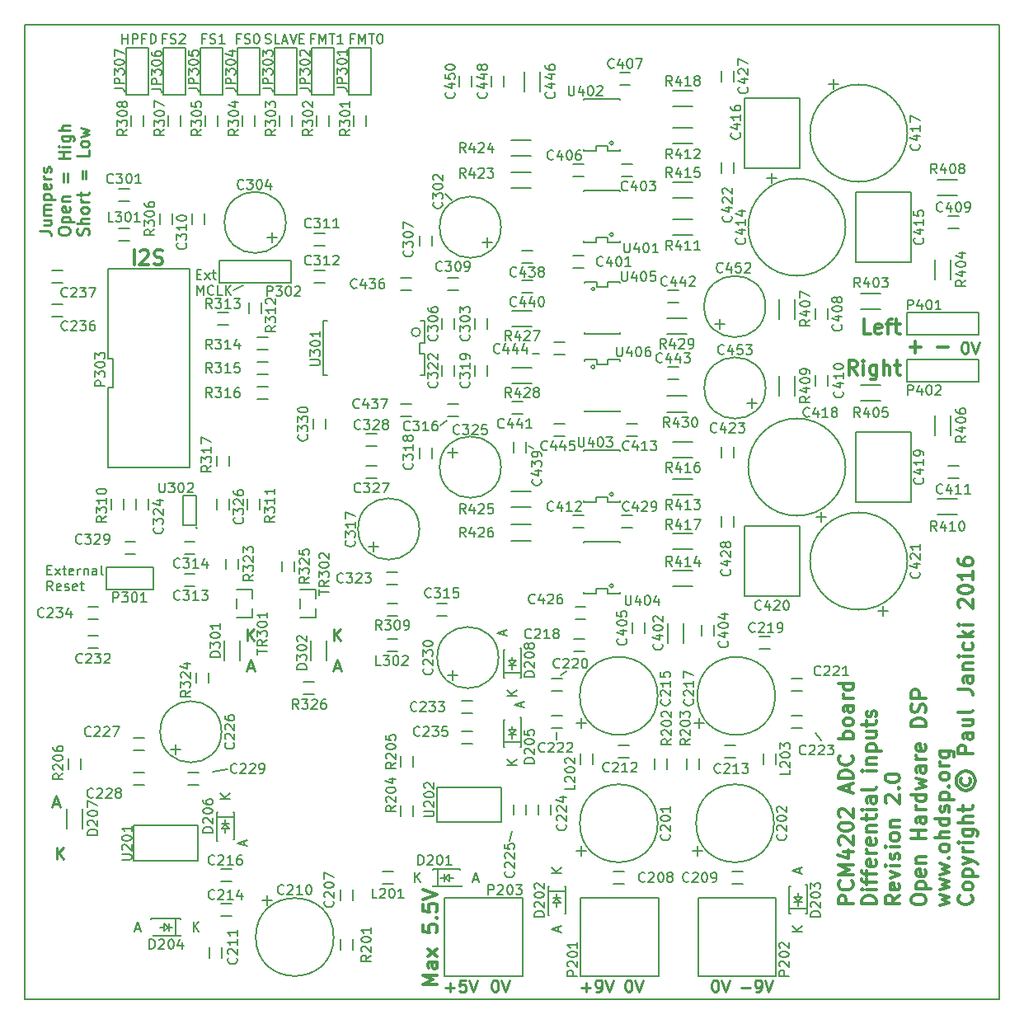
<source format=gto>
G04 #@! TF.FileFunction,Legend,Top*
%FSLAX46Y46*%
G04 Gerber Fmt 4.6, Leading zero omitted, Abs format (unit mm)*
G04 Created by KiCad (PCBNEW 4.0.2-stable) date 01/07/2016 11:06:50*
%MOMM*%
G01*
G04 APERTURE LIST*
%ADD10C,0.100000*%
%ADD11C,0.150000*%
%ADD12C,0.300000*%
%ADD13C,0.250000*%
%ADD14C,0.200000*%
G04 APERTURE END LIST*
D10*
D11*
X49784000Y16256000D02*
X50038000Y17272000D01*
X43180000Y82677000D02*
X43815000Y82042000D01*
X52197000Y56515000D02*
X51689000Y56769000D01*
X52133500Y66230500D02*
X52832000Y66230500D01*
X81788000Y26543000D02*
X81153000Y27305000D01*
X55626000Y33655000D02*
X54991000Y33274000D01*
X54610000Y26670000D02*
X54610000Y27432000D01*
X42672000Y58928000D02*
X43307000Y59436000D01*
D12*
X93662572Y66948857D02*
X94805429Y66948857D01*
D13*
X3241714Y14316143D02*
X3241714Y15516143D01*
X3927429Y14316143D02*
X3413143Y15001857D01*
X3927429Y15516143D02*
X3241714Y14830429D01*
X2889286Y19993000D02*
X3460715Y19993000D01*
X2775001Y19650143D02*
X3175001Y20850143D01*
X3575001Y19650143D01*
D14*
X2270095Y44051429D02*
X2603429Y44051429D01*
X2746286Y43527619D02*
X2270095Y43527619D01*
X2270095Y44527619D01*
X2746286Y44527619D01*
X3079619Y43527619D02*
X3603429Y44194286D01*
X3079619Y44194286D02*
X3603429Y43527619D01*
X3841524Y44194286D02*
X4222476Y44194286D01*
X3984381Y44527619D02*
X3984381Y43670476D01*
X4032000Y43575238D01*
X4127238Y43527619D01*
X4222476Y43527619D01*
X4936763Y43575238D02*
X4841525Y43527619D01*
X4651048Y43527619D01*
X4555810Y43575238D01*
X4508191Y43670476D01*
X4508191Y44051429D01*
X4555810Y44146667D01*
X4651048Y44194286D01*
X4841525Y44194286D01*
X4936763Y44146667D01*
X4984382Y44051429D01*
X4984382Y43956190D01*
X4508191Y43860952D01*
X5412953Y43527619D02*
X5412953Y44194286D01*
X5412953Y44003810D02*
X5460572Y44099048D01*
X5508191Y44146667D01*
X5603429Y44194286D01*
X5698668Y44194286D01*
X6032001Y44194286D02*
X6032001Y43527619D01*
X6032001Y44099048D02*
X6079620Y44146667D01*
X6174858Y44194286D01*
X6317716Y44194286D01*
X6412954Y44146667D01*
X6460573Y44051429D01*
X6460573Y43527619D01*
X7365335Y43527619D02*
X7365335Y44051429D01*
X7317716Y44146667D01*
X7222478Y44194286D01*
X7032001Y44194286D01*
X6936763Y44146667D01*
X7365335Y43575238D02*
X7270097Y43527619D01*
X7032001Y43527619D01*
X6936763Y43575238D01*
X6889144Y43670476D01*
X6889144Y43765714D01*
X6936763Y43860952D01*
X7032001Y43908571D01*
X7270097Y43908571D01*
X7365335Y43956190D01*
X7984382Y43527619D02*
X7889144Y43575238D01*
X7841525Y43670476D01*
X7841525Y44527619D01*
X2841524Y41927619D02*
X2508190Y42403810D01*
X2270095Y41927619D02*
X2270095Y42927619D01*
X2651048Y42927619D01*
X2746286Y42880000D01*
X2793905Y42832381D01*
X2841524Y42737143D01*
X2841524Y42594286D01*
X2793905Y42499048D01*
X2746286Y42451429D01*
X2651048Y42403810D01*
X2270095Y42403810D01*
X3651048Y41975238D02*
X3555810Y41927619D01*
X3365333Y41927619D01*
X3270095Y41975238D01*
X3222476Y42070476D01*
X3222476Y42451429D01*
X3270095Y42546667D01*
X3365333Y42594286D01*
X3555810Y42594286D01*
X3651048Y42546667D01*
X3698667Y42451429D01*
X3698667Y42356190D01*
X3222476Y42260952D01*
X4079619Y41975238D02*
X4174857Y41927619D01*
X4365333Y41927619D01*
X4460572Y41975238D01*
X4508191Y42070476D01*
X4508191Y42118095D01*
X4460572Y42213333D01*
X4365333Y42260952D01*
X4222476Y42260952D01*
X4127238Y42308571D01*
X4079619Y42403810D01*
X4079619Y42451429D01*
X4127238Y42546667D01*
X4222476Y42594286D01*
X4365333Y42594286D01*
X4460572Y42546667D01*
X5317715Y41975238D02*
X5222477Y41927619D01*
X5032000Y41927619D01*
X4936762Y41975238D01*
X4889143Y42070476D01*
X4889143Y42451429D01*
X4936762Y42546667D01*
X5032000Y42594286D01*
X5222477Y42594286D01*
X5317715Y42546667D01*
X5365334Y42451429D01*
X5365334Y42356190D01*
X4889143Y42260952D01*
X5651048Y42594286D02*
X6032000Y42594286D01*
X5793905Y42927619D02*
X5793905Y42070476D01*
X5841524Y41975238D01*
X5936762Y41927619D01*
X6032000Y41927619D01*
D13*
X96456572Y67459143D02*
X96570857Y67459143D01*
X96685143Y67402000D01*
X96742286Y67344857D01*
X96799429Y67230571D01*
X96856572Y67002000D01*
X96856572Y66716286D01*
X96799429Y66487714D01*
X96742286Y66373429D01*
X96685143Y66316286D01*
X96570857Y66259143D01*
X96456572Y66259143D01*
X96342286Y66316286D01*
X96285143Y66373429D01*
X96228000Y66487714D01*
X96170857Y66716286D01*
X96170857Y67002000D01*
X96228000Y67230571D01*
X96285143Y67344857D01*
X96342286Y67402000D01*
X96456572Y67459143D01*
X97199429Y67459143D02*
X97599429Y66259143D01*
X97999429Y67459143D01*
D11*
X21380000Y72784000D02*
X22396000Y73292000D01*
D13*
X31689714Y36795143D02*
X31689714Y37995143D01*
X32375429Y36795143D02*
X31861143Y37480857D01*
X32375429Y37995143D02*
X31689714Y37309429D01*
X31762286Y33976000D02*
X32333715Y33976000D01*
X31648001Y33633143D02*
X32048001Y34833143D01*
X32448001Y33633143D01*
X22799714Y36795143D02*
X22799714Y37995143D01*
X23485429Y36795143D02*
X22971143Y37480857D01*
X23485429Y37995143D02*
X22799714Y37309429D01*
X22872286Y33976000D02*
X23443715Y33976000D01*
X22758001Y33633143D02*
X23158001Y34833143D01*
X23558001Y33633143D01*
X70802572Y1927143D02*
X70916857Y1927143D01*
X71031143Y1870000D01*
X71088286Y1812857D01*
X71145429Y1698571D01*
X71202572Y1470000D01*
X71202572Y1184286D01*
X71145429Y955714D01*
X71088286Y841429D01*
X71031143Y784286D01*
X70916857Y727143D01*
X70802572Y727143D01*
X70688286Y784286D01*
X70631143Y841429D01*
X70574000Y955714D01*
X70516857Y1184286D01*
X70516857Y1470000D01*
X70574000Y1698571D01*
X70631143Y1812857D01*
X70688286Y1870000D01*
X70802572Y1927143D01*
X71545429Y1927143D02*
X71945429Y727143D01*
X72345429Y1927143D01*
D12*
X90868572Y66948857D02*
X92011429Y66948857D01*
X91440000Y66377429D02*
X91440000Y67520286D01*
D14*
X17637095Y74404429D02*
X17970429Y74404429D01*
X18113286Y73880619D02*
X17637095Y73880619D01*
X17637095Y74880619D01*
X18113286Y74880619D01*
X18446619Y73880619D02*
X18970429Y74547286D01*
X18446619Y74547286D02*
X18970429Y73880619D01*
X19208524Y74547286D02*
X19589476Y74547286D01*
X19351381Y74880619D02*
X19351381Y74023476D01*
X19399000Y73928238D01*
X19494238Y73880619D01*
X19589476Y73880619D01*
X17637095Y72280619D02*
X17637095Y73280619D01*
X17970429Y72566333D01*
X18303762Y73280619D01*
X18303762Y72280619D01*
X19351381Y72375857D02*
X19303762Y72328238D01*
X19160905Y72280619D01*
X19065667Y72280619D01*
X18922809Y72328238D01*
X18827571Y72423476D01*
X18779952Y72518714D01*
X18732333Y72709190D01*
X18732333Y72852048D01*
X18779952Y73042524D01*
X18827571Y73137762D01*
X18922809Y73233000D01*
X19065667Y73280619D01*
X19160905Y73280619D01*
X19303762Y73233000D01*
X19351381Y73185381D01*
X20256143Y72280619D02*
X19779952Y72280619D01*
X19779952Y73280619D01*
X20589476Y72280619D02*
X20589476Y73280619D01*
X21160905Y72280619D02*
X20732333Y72852048D01*
X21160905Y73280619D02*
X20589476Y72709190D01*
D12*
X11188429Y75407429D02*
X11188429Y76907429D01*
X11831286Y76764571D02*
X11902715Y76836000D01*
X12045572Y76907429D01*
X12402715Y76907429D01*
X12545572Y76836000D01*
X12617001Y76764571D01*
X12688429Y76621714D01*
X12688429Y76478857D01*
X12617001Y76264571D01*
X11759858Y75407429D01*
X12688429Y75407429D01*
X13259857Y75478857D02*
X13474143Y75407429D01*
X13831286Y75407429D01*
X13974143Y75478857D01*
X14045572Y75550286D01*
X14117000Y75693143D01*
X14117000Y75836000D01*
X14045572Y75978857D01*
X13974143Y76050286D01*
X13831286Y76121714D01*
X13545572Y76193143D01*
X13402714Y76264571D01*
X13331286Y76336000D01*
X13259857Y76478857D01*
X13259857Y76621714D01*
X13331286Y76764571D01*
X13402714Y76836000D01*
X13545572Y76907429D01*
X13902714Y76907429D01*
X14117000Y76836000D01*
D13*
X1476857Y78860571D02*
X2334000Y78860571D01*
X2505429Y78803429D01*
X2619714Y78689143D01*
X2676857Y78517714D01*
X2676857Y78403429D01*
X1876857Y79946286D02*
X2676857Y79946286D01*
X1876857Y79432000D02*
X2505429Y79432000D01*
X2619714Y79489143D01*
X2676857Y79603429D01*
X2676857Y79774857D01*
X2619714Y79889143D01*
X2562571Y79946286D01*
X2676857Y80517714D02*
X1876857Y80517714D01*
X1991143Y80517714D02*
X1934000Y80574857D01*
X1876857Y80689143D01*
X1876857Y80860571D01*
X1934000Y80974857D01*
X2048286Y81032000D01*
X2676857Y81032000D01*
X2048286Y81032000D02*
X1934000Y81089143D01*
X1876857Y81203429D01*
X1876857Y81374857D01*
X1934000Y81489143D01*
X2048286Y81546286D01*
X2676857Y81546286D01*
X1876857Y82117714D02*
X3076857Y82117714D01*
X1934000Y82117714D02*
X1876857Y82232000D01*
X1876857Y82460571D01*
X1934000Y82574857D01*
X1991143Y82632000D01*
X2105429Y82689143D01*
X2448286Y82689143D01*
X2562571Y82632000D01*
X2619714Y82574857D01*
X2676857Y82460571D01*
X2676857Y82232000D01*
X2619714Y82117714D01*
X2619714Y83660571D02*
X2676857Y83546285D01*
X2676857Y83317714D01*
X2619714Y83203428D01*
X2505429Y83146285D01*
X2048286Y83146285D01*
X1934000Y83203428D01*
X1876857Y83317714D01*
X1876857Y83546285D01*
X1934000Y83660571D01*
X2048286Y83717714D01*
X2162571Y83717714D01*
X2276857Y83146285D01*
X2676857Y84231999D02*
X1876857Y84231999D01*
X2105429Y84231999D02*
X1991143Y84289142D01*
X1934000Y84346285D01*
X1876857Y84460571D01*
X1876857Y84574856D01*
X2619714Y84917713D02*
X2676857Y85031999D01*
X2676857Y85260571D01*
X2619714Y85374856D01*
X2505429Y85431999D01*
X2448286Y85431999D01*
X2334000Y85374856D01*
X2276857Y85260571D01*
X2276857Y85089142D01*
X2219714Y84974856D01*
X2105429Y84917713D01*
X2048286Y84917713D01*
X1934000Y84974856D01*
X1876857Y85089142D01*
X1876857Y85260571D01*
X1934000Y85374856D01*
X3406857Y78746286D02*
X3406857Y78974857D01*
X3464000Y79089143D01*
X3578286Y79203429D01*
X3806857Y79260571D01*
X4206857Y79260571D01*
X4435429Y79203429D01*
X4549714Y79089143D01*
X4606857Y78974857D01*
X4606857Y78746286D01*
X4549714Y78632000D01*
X4435429Y78517714D01*
X4206857Y78460571D01*
X3806857Y78460571D01*
X3578286Y78517714D01*
X3464000Y78632000D01*
X3406857Y78746286D01*
X3806857Y79774857D02*
X5006857Y79774857D01*
X3864000Y79774857D02*
X3806857Y79889143D01*
X3806857Y80117714D01*
X3864000Y80232000D01*
X3921143Y80289143D01*
X4035429Y80346286D01*
X4378286Y80346286D01*
X4492571Y80289143D01*
X4549714Y80232000D01*
X4606857Y80117714D01*
X4606857Y79889143D01*
X4549714Y79774857D01*
X4549714Y81317714D02*
X4606857Y81203428D01*
X4606857Y80974857D01*
X4549714Y80860571D01*
X4435429Y80803428D01*
X3978286Y80803428D01*
X3864000Y80860571D01*
X3806857Y80974857D01*
X3806857Y81203428D01*
X3864000Y81317714D01*
X3978286Y81374857D01*
X4092571Y81374857D01*
X4206857Y80803428D01*
X3806857Y81889142D02*
X4606857Y81889142D01*
X3921143Y81889142D02*
X3864000Y81946285D01*
X3806857Y82060571D01*
X3806857Y82231999D01*
X3864000Y82346285D01*
X3978286Y82403428D01*
X4606857Y82403428D01*
X3978286Y83889142D02*
X3978286Y84803428D01*
X4321143Y84803428D02*
X4321143Y83889142D01*
X4606857Y86289142D02*
X3406857Y86289142D01*
X3978286Y86289142D02*
X3978286Y86974857D01*
X4606857Y86974857D02*
X3406857Y86974857D01*
X4606857Y87546285D02*
X3806857Y87546285D01*
X3406857Y87546285D02*
X3464000Y87489142D01*
X3521143Y87546285D01*
X3464000Y87603428D01*
X3406857Y87546285D01*
X3521143Y87546285D01*
X3806857Y88632000D02*
X4778286Y88632000D01*
X4892571Y88574857D01*
X4949714Y88517714D01*
X5006857Y88403429D01*
X5006857Y88232000D01*
X4949714Y88117714D01*
X4549714Y88632000D02*
X4606857Y88517714D01*
X4606857Y88289143D01*
X4549714Y88174857D01*
X4492571Y88117714D01*
X4378286Y88060571D01*
X4035429Y88060571D01*
X3921143Y88117714D01*
X3864000Y88174857D01*
X3806857Y88289143D01*
X3806857Y88517714D01*
X3864000Y88632000D01*
X4606857Y89203428D02*
X3406857Y89203428D01*
X4606857Y89717714D02*
X3978286Y89717714D01*
X3864000Y89660571D01*
X3806857Y89546285D01*
X3806857Y89374857D01*
X3864000Y89260571D01*
X3921143Y89203428D01*
X6479714Y78460571D02*
X6536857Y78632000D01*
X6536857Y78917714D01*
X6479714Y79032000D01*
X6422571Y79089143D01*
X6308286Y79146286D01*
X6194000Y79146286D01*
X6079714Y79089143D01*
X6022571Y79032000D01*
X5965429Y78917714D01*
X5908286Y78689143D01*
X5851143Y78574857D01*
X5794000Y78517714D01*
X5679714Y78460571D01*
X5565429Y78460571D01*
X5451143Y78517714D01*
X5394000Y78574857D01*
X5336857Y78689143D01*
X5336857Y78974857D01*
X5394000Y79146286D01*
X6536857Y79660571D02*
X5336857Y79660571D01*
X6536857Y80174857D02*
X5908286Y80174857D01*
X5794000Y80117714D01*
X5736857Y80003428D01*
X5736857Y79832000D01*
X5794000Y79717714D01*
X5851143Y79660571D01*
X6536857Y80917714D02*
X6479714Y80803428D01*
X6422571Y80746285D01*
X6308286Y80689142D01*
X5965429Y80689142D01*
X5851143Y80746285D01*
X5794000Y80803428D01*
X5736857Y80917714D01*
X5736857Y81089142D01*
X5794000Y81203428D01*
X5851143Y81260571D01*
X5965429Y81317714D01*
X6308286Y81317714D01*
X6422571Y81260571D01*
X6479714Y81203428D01*
X6536857Y81089142D01*
X6536857Y80917714D01*
X6536857Y81831999D02*
X5736857Y81831999D01*
X5965429Y81831999D02*
X5851143Y81889142D01*
X5794000Y81946285D01*
X5736857Y82060571D01*
X5736857Y82174856D01*
X5736857Y82403428D02*
X5736857Y82860571D01*
X5336857Y82574856D02*
X6365429Y82574856D01*
X6479714Y82631999D01*
X6536857Y82746285D01*
X6536857Y82860571D01*
X5908286Y84174856D02*
X5908286Y85089142D01*
X6251143Y85089142D02*
X6251143Y84174856D01*
X6536857Y87146285D02*
X6536857Y86574856D01*
X5336857Y86574856D01*
X6536857Y87717714D02*
X6479714Y87603428D01*
X6422571Y87546285D01*
X6308286Y87489142D01*
X5965429Y87489142D01*
X5851143Y87546285D01*
X5794000Y87603428D01*
X5736857Y87717714D01*
X5736857Y87889142D01*
X5794000Y88003428D01*
X5851143Y88060571D01*
X5965429Y88117714D01*
X6308286Y88117714D01*
X6422571Y88060571D01*
X6479714Y88003428D01*
X6536857Y87889142D01*
X6536857Y87717714D01*
X5736857Y88517714D02*
X6536857Y88746285D01*
X5965429Y88974856D01*
X6536857Y89203428D01*
X5736857Y89431999D01*
D12*
X91012571Y10040857D02*
X91012571Y10326571D01*
X91084000Y10469429D01*
X91226857Y10612286D01*
X91512571Y10683714D01*
X92012571Y10683714D01*
X92298286Y10612286D01*
X92441143Y10469429D01*
X92512571Y10326571D01*
X92512571Y10040857D01*
X92441143Y9898000D01*
X92298286Y9755143D01*
X92012571Y9683714D01*
X91512571Y9683714D01*
X91226857Y9755143D01*
X91084000Y9898000D01*
X91012571Y10040857D01*
X91512571Y11326572D02*
X93012571Y11326572D01*
X91584000Y11326572D02*
X91512571Y11469429D01*
X91512571Y11755143D01*
X91584000Y11898000D01*
X91655429Y11969429D01*
X91798286Y12040858D01*
X92226857Y12040858D01*
X92369714Y11969429D01*
X92441143Y11898000D01*
X92512571Y11755143D01*
X92512571Y11469429D01*
X92441143Y11326572D01*
X92441143Y13255143D02*
X92512571Y13112286D01*
X92512571Y12826572D01*
X92441143Y12683715D01*
X92298286Y12612286D01*
X91726857Y12612286D01*
X91584000Y12683715D01*
X91512571Y12826572D01*
X91512571Y13112286D01*
X91584000Y13255143D01*
X91726857Y13326572D01*
X91869714Y13326572D01*
X92012571Y12612286D01*
X91512571Y13969429D02*
X92512571Y13969429D01*
X91655429Y13969429D02*
X91584000Y14040857D01*
X91512571Y14183715D01*
X91512571Y14398000D01*
X91584000Y14540857D01*
X91726857Y14612286D01*
X92512571Y14612286D01*
X92512571Y16469429D02*
X91012571Y16469429D01*
X91726857Y16469429D02*
X91726857Y17326572D01*
X92512571Y17326572D02*
X91012571Y17326572D01*
X92512571Y18683715D02*
X91726857Y18683715D01*
X91584000Y18612286D01*
X91512571Y18469429D01*
X91512571Y18183715D01*
X91584000Y18040858D01*
X92441143Y18683715D02*
X92512571Y18540858D01*
X92512571Y18183715D01*
X92441143Y18040858D01*
X92298286Y17969429D01*
X92155429Y17969429D01*
X92012571Y18040858D01*
X91941143Y18183715D01*
X91941143Y18540858D01*
X91869714Y18683715D01*
X92512571Y19398001D02*
X91512571Y19398001D01*
X91798286Y19398001D02*
X91655429Y19469429D01*
X91584000Y19540858D01*
X91512571Y19683715D01*
X91512571Y19826572D01*
X92512571Y20969429D02*
X91012571Y20969429D01*
X92441143Y20969429D02*
X92512571Y20826572D01*
X92512571Y20540858D01*
X92441143Y20398000D01*
X92369714Y20326572D01*
X92226857Y20255143D01*
X91798286Y20255143D01*
X91655429Y20326572D01*
X91584000Y20398000D01*
X91512571Y20540858D01*
X91512571Y20826572D01*
X91584000Y20969429D01*
X91512571Y21540858D02*
X92512571Y21826572D01*
X91798286Y22112286D01*
X92512571Y22398001D01*
X91512571Y22683715D01*
X92512571Y23898001D02*
X91726857Y23898001D01*
X91584000Y23826572D01*
X91512571Y23683715D01*
X91512571Y23398001D01*
X91584000Y23255144D01*
X92441143Y23898001D02*
X92512571Y23755144D01*
X92512571Y23398001D01*
X92441143Y23255144D01*
X92298286Y23183715D01*
X92155429Y23183715D01*
X92012571Y23255144D01*
X91941143Y23398001D01*
X91941143Y23755144D01*
X91869714Y23898001D01*
X92512571Y24612287D02*
X91512571Y24612287D01*
X91798286Y24612287D02*
X91655429Y24683715D01*
X91584000Y24755144D01*
X91512571Y24898001D01*
X91512571Y25040858D01*
X92441143Y26112286D02*
X92512571Y25969429D01*
X92512571Y25683715D01*
X92441143Y25540858D01*
X92298286Y25469429D01*
X91726857Y25469429D01*
X91584000Y25540858D01*
X91512571Y25683715D01*
X91512571Y25969429D01*
X91584000Y26112286D01*
X91726857Y26183715D01*
X91869714Y26183715D01*
X92012571Y25469429D01*
X92512571Y27969429D02*
X91012571Y27969429D01*
X91012571Y28326572D01*
X91084000Y28540857D01*
X91226857Y28683715D01*
X91369714Y28755143D01*
X91655429Y28826572D01*
X91869714Y28826572D01*
X92155429Y28755143D01*
X92298286Y28683715D01*
X92441143Y28540857D01*
X92512571Y28326572D01*
X92512571Y27969429D01*
X92441143Y29398000D02*
X92512571Y29612286D01*
X92512571Y29969429D01*
X92441143Y30112286D01*
X92369714Y30183715D01*
X92226857Y30255143D01*
X92084000Y30255143D01*
X91941143Y30183715D01*
X91869714Y30112286D01*
X91798286Y29969429D01*
X91726857Y29683715D01*
X91655429Y29540857D01*
X91584000Y29469429D01*
X91441143Y29398000D01*
X91298286Y29398000D01*
X91155429Y29469429D01*
X91084000Y29540857D01*
X91012571Y29683715D01*
X91012571Y30040857D01*
X91084000Y30255143D01*
X92512571Y30898000D02*
X91012571Y30898000D01*
X91012571Y31469428D01*
X91084000Y31612286D01*
X91155429Y31683714D01*
X91298286Y31755143D01*
X91512571Y31755143D01*
X91655429Y31683714D01*
X91726857Y31612286D01*
X91798286Y31469428D01*
X91798286Y30898000D01*
X93912571Y9612286D02*
X94912571Y9898000D01*
X94198286Y10183714D01*
X94912571Y10469429D01*
X93912571Y10755143D01*
X93912571Y11183715D02*
X94912571Y11469429D01*
X94198286Y11755143D01*
X94912571Y12040858D01*
X93912571Y12326572D01*
X93912571Y12755144D02*
X94912571Y13040858D01*
X94198286Y13326572D01*
X94912571Y13612287D01*
X93912571Y13898001D01*
X94769714Y14469430D02*
X94841143Y14540858D01*
X94912571Y14469430D01*
X94841143Y14398001D01*
X94769714Y14469430D01*
X94912571Y14469430D01*
X94912571Y15398002D02*
X94841143Y15255144D01*
X94769714Y15183716D01*
X94626857Y15112287D01*
X94198286Y15112287D01*
X94055429Y15183716D01*
X93984000Y15255144D01*
X93912571Y15398002D01*
X93912571Y15612287D01*
X93984000Y15755144D01*
X94055429Y15826573D01*
X94198286Y15898002D01*
X94626857Y15898002D01*
X94769714Y15826573D01*
X94841143Y15755144D01*
X94912571Y15612287D01*
X94912571Y15398002D01*
X94912571Y16540859D02*
X93412571Y16540859D01*
X94912571Y17183716D02*
X94126857Y17183716D01*
X93984000Y17112287D01*
X93912571Y16969430D01*
X93912571Y16755145D01*
X93984000Y16612287D01*
X94055429Y16540859D01*
X94912571Y18540859D02*
X93412571Y18540859D01*
X94841143Y18540859D02*
X94912571Y18398002D01*
X94912571Y18112288D01*
X94841143Y17969430D01*
X94769714Y17898002D01*
X94626857Y17826573D01*
X94198286Y17826573D01*
X94055429Y17898002D01*
X93984000Y17969430D01*
X93912571Y18112288D01*
X93912571Y18398002D01*
X93984000Y18540859D01*
X94841143Y19183716D02*
X94912571Y19326573D01*
X94912571Y19612288D01*
X94841143Y19755145D01*
X94698286Y19826573D01*
X94626857Y19826573D01*
X94484000Y19755145D01*
X94412571Y19612288D01*
X94412571Y19398002D01*
X94341143Y19255145D01*
X94198286Y19183716D01*
X94126857Y19183716D01*
X93984000Y19255145D01*
X93912571Y19398002D01*
X93912571Y19612288D01*
X93984000Y19755145D01*
X93912571Y20469431D02*
X95412571Y20469431D01*
X93984000Y20469431D02*
X93912571Y20612288D01*
X93912571Y20898002D01*
X93984000Y21040859D01*
X94055429Y21112288D01*
X94198286Y21183717D01*
X94626857Y21183717D01*
X94769714Y21112288D01*
X94841143Y21040859D01*
X94912571Y20898002D01*
X94912571Y20612288D01*
X94841143Y20469431D01*
X94769714Y21826574D02*
X94841143Y21898002D01*
X94912571Y21826574D01*
X94841143Y21755145D01*
X94769714Y21826574D01*
X94912571Y21826574D01*
X94912571Y22755146D02*
X94841143Y22612288D01*
X94769714Y22540860D01*
X94626857Y22469431D01*
X94198286Y22469431D01*
X94055429Y22540860D01*
X93984000Y22612288D01*
X93912571Y22755146D01*
X93912571Y22969431D01*
X93984000Y23112288D01*
X94055429Y23183717D01*
X94198286Y23255146D01*
X94626857Y23255146D01*
X94769714Y23183717D01*
X94841143Y23112288D01*
X94912571Y22969431D01*
X94912571Y22755146D01*
X94912571Y23898003D02*
X93912571Y23898003D01*
X94198286Y23898003D02*
X94055429Y23969431D01*
X93984000Y24040860D01*
X93912571Y24183717D01*
X93912571Y24326574D01*
X93912571Y25469431D02*
X95126857Y25469431D01*
X95269714Y25398002D01*
X95341143Y25326574D01*
X95412571Y25183717D01*
X95412571Y24969431D01*
X95341143Y24826574D01*
X94841143Y25469431D02*
X94912571Y25326574D01*
X94912571Y25040860D01*
X94841143Y24898002D01*
X94769714Y24826574D01*
X94626857Y24755145D01*
X94198286Y24755145D01*
X94055429Y24826574D01*
X93984000Y24898002D01*
X93912571Y25040860D01*
X93912571Y25326574D01*
X93984000Y25469431D01*
X97169714Y10612286D02*
X97241143Y10540857D01*
X97312571Y10326571D01*
X97312571Y10183714D01*
X97241143Y9969429D01*
X97098286Y9826571D01*
X96955429Y9755143D01*
X96669714Y9683714D01*
X96455429Y9683714D01*
X96169714Y9755143D01*
X96026857Y9826571D01*
X95884000Y9969429D01*
X95812571Y10183714D01*
X95812571Y10326571D01*
X95884000Y10540857D01*
X95955429Y10612286D01*
X97312571Y11469429D02*
X97241143Y11326571D01*
X97169714Y11255143D01*
X97026857Y11183714D01*
X96598286Y11183714D01*
X96455429Y11255143D01*
X96384000Y11326571D01*
X96312571Y11469429D01*
X96312571Y11683714D01*
X96384000Y11826571D01*
X96455429Y11898000D01*
X96598286Y11969429D01*
X97026857Y11969429D01*
X97169714Y11898000D01*
X97241143Y11826571D01*
X97312571Y11683714D01*
X97312571Y11469429D01*
X96312571Y12612286D02*
X97812571Y12612286D01*
X96384000Y12612286D02*
X96312571Y12755143D01*
X96312571Y13040857D01*
X96384000Y13183714D01*
X96455429Y13255143D01*
X96598286Y13326572D01*
X97026857Y13326572D01*
X97169714Y13255143D01*
X97241143Y13183714D01*
X97312571Y13040857D01*
X97312571Y12755143D01*
X97241143Y12612286D01*
X96312571Y13826572D02*
X97312571Y14183715D01*
X96312571Y14540857D02*
X97312571Y14183715D01*
X97669714Y14040857D01*
X97741143Y13969429D01*
X97812571Y13826572D01*
X97312571Y15112286D02*
X96312571Y15112286D01*
X96598286Y15112286D02*
X96455429Y15183714D01*
X96384000Y15255143D01*
X96312571Y15398000D01*
X96312571Y15540857D01*
X97312571Y16040857D02*
X96312571Y16040857D01*
X95812571Y16040857D02*
X95884000Y15969428D01*
X95955429Y16040857D01*
X95884000Y16112285D01*
X95812571Y16040857D01*
X95955429Y16040857D01*
X96312571Y17398000D02*
X97526857Y17398000D01*
X97669714Y17326571D01*
X97741143Y17255143D01*
X97812571Y17112286D01*
X97812571Y16898000D01*
X97741143Y16755143D01*
X97241143Y17398000D02*
X97312571Y17255143D01*
X97312571Y16969429D01*
X97241143Y16826571D01*
X97169714Y16755143D01*
X97026857Y16683714D01*
X96598286Y16683714D01*
X96455429Y16755143D01*
X96384000Y16826571D01*
X96312571Y16969429D01*
X96312571Y17255143D01*
X96384000Y17398000D01*
X97312571Y18112286D02*
X95812571Y18112286D01*
X97312571Y18755143D02*
X96526857Y18755143D01*
X96384000Y18683714D01*
X96312571Y18540857D01*
X96312571Y18326572D01*
X96384000Y18183714D01*
X96455429Y18112286D01*
X96312571Y19255143D02*
X96312571Y19826572D01*
X95812571Y19469429D02*
X97098286Y19469429D01*
X97241143Y19540857D01*
X97312571Y19683715D01*
X97312571Y19826572D01*
X96169714Y22683715D02*
X96098286Y22540857D01*
X96098286Y22255143D01*
X96169714Y22112286D01*
X96312571Y21969429D01*
X96455429Y21898000D01*
X96741143Y21898000D01*
X96884000Y21969429D01*
X97026857Y22112286D01*
X97098286Y22255143D01*
X97098286Y22540857D01*
X97026857Y22683715D01*
X95598286Y22398000D02*
X95669714Y22040857D01*
X95884000Y21683715D01*
X96241143Y21469429D01*
X96598286Y21398000D01*
X96955429Y21469429D01*
X97312571Y21683715D01*
X97526857Y22040857D01*
X97598286Y22398000D01*
X97526857Y22755143D01*
X97312571Y23112286D01*
X96955429Y23326572D01*
X96598286Y23398000D01*
X96241143Y23326572D01*
X95884000Y23112286D01*
X95669714Y22755143D01*
X95598286Y22398000D01*
X97312571Y25183715D02*
X95812571Y25183715D01*
X95812571Y25755143D01*
X95884000Y25898001D01*
X95955429Y25969429D01*
X96098286Y26040858D01*
X96312571Y26040858D01*
X96455429Y25969429D01*
X96526857Y25898001D01*
X96598286Y25755143D01*
X96598286Y25183715D01*
X97312571Y27326572D02*
X96526857Y27326572D01*
X96384000Y27255143D01*
X96312571Y27112286D01*
X96312571Y26826572D01*
X96384000Y26683715D01*
X97241143Y27326572D02*
X97312571Y27183715D01*
X97312571Y26826572D01*
X97241143Y26683715D01*
X97098286Y26612286D01*
X96955429Y26612286D01*
X96812571Y26683715D01*
X96741143Y26826572D01*
X96741143Y27183715D01*
X96669714Y27326572D01*
X96312571Y28683715D02*
X97312571Y28683715D01*
X96312571Y28040858D02*
X97098286Y28040858D01*
X97241143Y28112286D01*
X97312571Y28255144D01*
X97312571Y28469429D01*
X97241143Y28612286D01*
X97169714Y28683715D01*
X97312571Y29612287D02*
X97241143Y29469429D01*
X97098286Y29398001D01*
X95812571Y29398001D01*
X95812571Y31755143D02*
X96884000Y31755143D01*
X97098286Y31683715D01*
X97241143Y31540858D01*
X97312571Y31326572D01*
X97312571Y31183715D01*
X97312571Y33112286D02*
X96526857Y33112286D01*
X96384000Y33040857D01*
X96312571Y32898000D01*
X96312571Y32612286D01*
X96384000Y32469429D01*
X97241143Y33112286D02*
X97312571Y32969429D01*
X97312571Y32612286D01*
X97241143Y32469429D01*
X97098286Y32398000D01*
X96955429Y32398000D01*
X96812571Y32469429D01*
X96741143Y32612286D01*
X96741143Y32969429D01*
X96669714Y33112286D01*
X96312571Y33826572D02*
X97312571Y33826572D01*
X96455429Y33826572D02*
X96384000Y33898000D01*
X96312571Y34040858D01*
X96312571Y34255143D01*
X96384000Y34398000D01*
X96526857Y34469429D01*
X97312571Y34469429D01*
X97312571Y35183715D02*
X96312571Y35183715D01*
X95812571Y35183715D02*
X95884000Y35112286D01*
X95955429Y35183715D01*
X95884000Y35255143D01*
X95812571Y35183715D01*
X95955429Y35183715D01*
X97241143Y36540858D02*
X97312571Y36398001D01*
X97312571Y36112287D01*
X97241143Y35969429D01*
X97169714Y35898001D01*
X97026857Y35826572D01*
X96598286Y35826572D01*
X96455429Y35898001D01*
X96384000Y35969429D01*
X96312571Y36112287D01*
X96312571Y36398001D01*
X96384000Y36540858D01*
X97312571Y37183715D02*
X95812571Y37183715D01*
X96741143Y37326572D02*
X97312571Y37755143D01*
X96312571Y37755143D02*
X96884000Y37183715D01*
X97312571Y38398001D02*
X96312571Y38398001D01*
X95812571Y38398001D02*
X95884000Y38326572D01*
X95955429Y38398001D01*
X95884000Y38469429D01*
X95812571Y38398001D01*
X95955429Y38398001D01*
X95955429Y40183715D02*
X95884000Y40255144D01*
X95812571Y40398001D01*
X95812571Y40755144D01*
X95884000Y40898001D01*
X95955429Y40969430D01*
X96098286Y41040858D01*
X96241143Y41040858D01*
X96455429Y40969430D01*
X97312571Y40112287D01*
X97312571Y41040858D01*
X95812571Y41969429D02*
X95812571Y42112286D01*
X95884000Y42255143D01*
X95955429Y42326572D01*
X96098286Y42398001D01*
X96384000Y42469429D01*
X96741143Y42469429D01*
X97026857Y42398001D01*
X97169714Y42326572D01*
X97241143Y42255143D01*
X97312571Y42112286D01*
X97312571Y41969429D01*
X97241143Y41826572D01*
X97169714Y41755143D01*
X97026857Y41683715D01*
X96741143Y41612286D01*
X96384000Y41612286D01*
X96098286Y41683715D01*
X95955429Y41755143D01*
X95884000Y41826572D01*
X95812571Y41969429D01*
X97312571Y43898000D02*
X97312571Y43040857D01*
X97312571Y43469429D02*
X95812571Y43469429D01*
X96026857Y43326572D01*
X96169714Y43183714D01*
X96241143Y43040857D01*
X95812571Y45183714D02*
X95812571Y44898000D01*
X95884000Y44755143D01*
X95955429Y44683714D01*
X96169714Y44540857D01*
X96455429Y44469428D01*
X97026857Y44469428D01*
X97169714Y44540857D01*
X97241143Y44612285D01*
X97312571Y44755143D01*
X97312571Y45040857D01*
X97241143Y45183714D01*
X97169714Y45255143D01*
X97026857Y45326571D01*
X96669714Y45326571D01*
X96526857Y45255143D01*
X96455429Y45183714D01*
X96384000Y45040857D01*
X96384000Y44755143D01*
X96455429Y44612285D01*
X96526857Y44540857D01*
X96669714Y44469428D01*
X85443429Y64091429D02*
X84943429Y64805714D01*
X84586286Y64091429D02*
X84586286Y65591429D01*
X85157714Y65591429D01*
X85300572Y65520000D01*
X85372000Y65448571D01*
X85443429Y65305714D01*
X85443429Y65091429D01*
X85372000Y64948571D01*
X85300572Y64877143D01*
X85157714Y64805714D01*
X84586286Y64805714D01*
X86086286Y64091429D02*
X86086286Y65091429D01*
X86086286Y65591429D02*
X86014857Y65520000D01*
X86086286Y65448571D01*
X86157714Y65520000D01*
X86086286Y65591429D01*
X86086286Y65448571D01*
X87443429Y65091429D02*
X87443429Y63877143D01*
X87372000Y63734286D01*
X87300572Y63662857D01*
X87157715Y63591429D01*
X86943429Y63591429D01*
X86800572Y63662857D01*
X87443429Y64162857D02*
X87300572Y64091429D01*
X87014858Y64091429D01*
X86872000Y64162857D01*
X86800572Y64234286D01*
X86729143Y64377143D01*
X86729143Y64805714D01*
X86800572Y64948571D01*
X86872000Y65020000D01*
X87014858Y65091429D01*
X87300572Y65091429D01*
X87443429Y65020000D01*
X88157715Y64091429D02*
X88157715Y65591429D01*
X88800572Y64091429D02*
X88800572Y64877143D01*
X88729143Y65020000D01*
X88586286Y65091429D01*
X88372001Y65091429D01*
X88229143Y65020000D01*
X88157715Y64948571D01*
X89300572Y65091429D02*
X89872001Y65091429D01*
X89514858Y65591429D02*
X89514858Y64305714D01*
X89586286Y64162857D01*
X89729144Y64091429D01*
X89872001Y64091429D01*
X86848286Y68282429D02*
X86134000Y68282429D01*
X86134000Y69782429D01*
X87919714Y68353857D02*
X87776857Y68282429D01*
X87491143Y68282429D01*
X87348286Y68353857D01*
X87276857Y68496714D01*
X87276857Y69068143D01*
X87348286Y69211000D01*
X87491143Y69282429D01*
X87776857Y69282429D01*
X87919714Y69211000D01*
X87991143Y69068143D01*
X87991143Y68925286D01*
X87276857Y68782429D01*
X88419714Y69282429D02*
X88991143Y69282429D01*
X88634000Y68282429D02*
X88634000Y69568143D01*
X88705428Y69711000D01*
X88848286Y69782429D01*
X88991143Y69782429D01*
X89276857Y69282429D02*
X89848286Y69282429D01*
X89491143Y69782429D02*
X89491143Y68496714D01*
X89562571Y68353857D01*
X89705429Y68282429D01*
X89848286Y68282429D01*
X42334571Y1450286D02*
X40834571Y1450286D01*
X41906000Y1950286D01*
X40834571Y2450286D01*
X42334571Y2450286D01*
X42334571Y3807429D02*
X41548857Y3807429D01*
X41406000Y3736000D01*
X41334571Y3593143D01*
X41334571Y3307429D01*
X41406000Y3164572D01*
X42263143Y3807429D02*
X42334571Y3664572D01*
X42334571Y3307429D01*
X42263143Y3164572D01*
X42120286Y3093143D01*
X41977429Y3093143D01*
X41834571Y3164572D01*
X41763143Y3307429D01*
X41763143Y3664572D01*
X41691714Y3807429D01*
X42334571Y4378858D02*
X41334571Y5164572D01*
X41334571Y4378858D02*
X42334571Y5164572D01*
X40834571Y7593144D02*
X40834571Y6878858D01*
X41548857Y6807429D01*
X41477429Y6878858D01*
X41406000Y7021715D01*
X41406000Y7378858D01*
X41477429Y7521715D01*
X41548857Y7593144D01*
X41691714Y7664572D01*
X42048857Y7664572D01*
X42191714Y7593144D01*
X42263143Y7521715D01*
X42334571Y7378858D01*
X42334571Y7021715D01*
X42263143Y6878858D01*
X42191714Y6807429D01*
X42191714Y8307429D02*
X42263143Y8378857D01*
X42334571Y8307429D01*
X42263143Y8236000D01*
X42191714Y8307429D01*
X42334571Y8307429D01*
X40834571Y9736001D02*
X40834571Y9021715D01*
X41548857Y8950286D01*
X41477429Y9021715D01*
X41406000Y9164572D01*
X41406000Y9521715D01*
X41477429Y9664572D01*
X41548857Y9736001D01*
X41691714Y9807429D01*
X42048857Y9807429D01*
X42191714Y9736001D01*
X42263143Y9664572D01*
X42334571Y9521715D01*
X42334571Y9164572D01*
X42263143Y9021715D01*
X42191714Y8950286D01*
X40834571Y10236000D02*
X42334571Y10736000D01*
X40834571Y11236000D01*
D11*
X20827000Y23621500D02*
X19303000Y23367500D01*
D13*
X48196572Y1927143D02*
X48310857Y1927143D01*
X48425143Y1870000D01*
X48482286Y1812857D01*
X48539429Y1698571D01*
X48596572Y1470000D01*
X48596572Y1184286D01*
X48539429Y955714D01*
X48482286Y841429D01*
X48425143Y784286D01*
X48310857Y727143D01*
X48196572Y727143D01*
X48082286Y784286D01*
X48025143Y841429D01*
X47968000Y955714D01*
X47910857Y1184286D01*
X47910857Y1470000D01*
X47968000Y1698571D01*
X48025143Y1812857D01*
X48082286Y1870000D01*
X48196572Y1927143D01*
X48939429Y1927143D02*
X49339429Y727143D01*
X49739429Y1927143D01*
X61912572Y1927143D02*
X62026857Y1927143D01*
X62141143Y1870000D01*
X62198286Y1812857D01*
X62255429Y1698571D01*
X62312572Y1470000D01*
X62312572Y1184286D01*
X62255429Y955714D01*
X62198286Y841429D01*
X62141143Y784286D01*
X62026857Y727143D01*
X61912572Y727143D01*
X61798286Y784286D01*
X61741143Y841429D01*
X61684000Y955714D01*
X61626857Y1184286D01*
X61626857Y1470000D01*
X61684000Y1698571D01*
X61741143Y1812857D01*
X61798286Y1870000D01*
X61912572Y1927143D01*
X62655429Y1927143D02*
X63055429Y727143D01*
X63455429Y1927143D01*
X73514143Y1184286D02*
X74428429Y1184286D01*
X75057000Y727143D02*
X75285572Y727143D01*
X75399857Y784286D01*
X75457000Y841429D01*
X75571286Y1012857D01*
X75628429Y1241429D01*
X75628429Y1698571D01*
X75571286Y1812857D01*
X75514143Y1870000D01*
X75399857Y1927143D01*
X75171286Y1927143D01*
X75057000Y1870000D01*
X74999857Y1812857D01*
X74942714Y1698571D01*
X74942714Y1412857D01*
X74999857Y1298571D01*
X75057000Y1241429D01*
X75171286Y1184286D01*
X75399857Y1184286D01*
X75514143Y1241429D01*
X75571286Y1298571D01*
X75628429Y1412857D01*
X75971286Y1927143D02*
X76371286Y727143D01*
X76771286Y1927143D01*
X57131143Y1184286D02*
X58045429Y1184286D01*
X57588286Y727143D02*
X57588286Y1641429D01*
X58674000Y727143D02*
X58902572Y727143D01*
X59016857Y784286D01*
X59074000Y841429D01*
X59188286Y1012857D01*
X59245429Y1241429D01*
X59245429Y1698571D01*
X59188286Y1812857D01*
X59131143Y1870000D01*
X59016857Y1927143D01*
X58788286Y1927143D01*
X58674000Y1870000D01*
X58616857Y1812857D01*
X58559714Y1698571D01*
X58559714Y1412857D01*
X58616857Y1298571D01*
X58674000Y1241429D01*
X58788286Y1184286D01*
X59016857Y1184286D01*
X59131143Y1241429D01*
X59188286Y1298571D01*
X59245429Y1412857D01*
X59588286Y1927143D02*
X59988286Y727143D01*
X60388286Y1927143D01*
X43161143Y1184286D02*
X44075429Y1184286D01*
X43618286Y727143D02*
X43618286Y1641429D01*
X45218286Y1927143D02*
X44646857Y1927143D01*
X44589714Y1355714D01*
X44646857Y1412857D01*
X44761143Y1470000D01*
X45046857Y1470000D01*
X45161143Y1412857D01*
X45218286Y1355714D01*
X45275429Y1241429D01*
X45275429Y955714D01*
X45218286Y841429D01*
X45161143Y784286D01*
X45046857Y727143D01*
X44761143Y727143D01*
X44646857Y784286D01*
X44589714Y841429D01*
X45618286Y1927143D02*
X46018286Y727143D01*
X46418286Y1927143D01*
D14*
X33765286Y98622929D02*
X33431952Y98622929D01*
X33431952Y98099119D02*
X33431952Y99099119D01*
X33908143Y99099119D01*
X34289095Y98099119D02*
X34289095Y99099119D01*
X34622429Y98384833D01*
X34955762Y99099119D01*
X34955762Y98099119D01*
X35289095Y99099119D02*
X35860524Y99099119D01*
X35574809Y98099119D02*
X35574809Y99099119D01*
X36384333Y99099119D02*
X36479572Y99099119D01*
X36574810Y99051500D01*
X36622429Y99003881D01*
X36670048Y98908643D01*
X36717667Y98718167D01*
X36717667Y98480071D01*
X36670048Y98289595D01*
X36622429Y98194357D01*
X36574810Y98146738D01*
X36479572Y98099119D01*
X36384333Y98099119D01*
X36289095Y98146738D01*
X36241476Y98194357D01*
X36193857Y98289595D01*
X36146238Y98480071D01*
X36146238Y98718167D01*
X36193857Y98908643D01*
X36241476Y99003881D01*
X36289095Y99051500D01*
X36384333Y99099119D01*
X29701286Y98622929D02*
X29367952Y98622929D01*
X29367952Y98099119D02*
X29367952Y99099119D01*
X29844143Y99099119D01*
X30225095Y98099119D02*
X30225095Y99099119D01*
X30558429Y98384833D01*
X30891762Y99099119D01*
X30891762Y98099119D01*
X31225095Y99099119D02*
X31796524Y99099119D01*
X31510809Y98099119D02*
X31510809Y99099119D01*
X32653667Y98099119D02*
X32082238Y98099119D01*
X32367952Y98099119D02*
X32367952Y99099119D01*
X32272714Y98956262D01*
X32177476Y98861024D01*
X32082238Y98813405D01*
X24669000Y98146738D02*
X24811857Y98099119D01*
X25049953Y98099119D01*
X25145191Y98146738D01*
X25192810Y98194357D01*
X25240429Y98289595D01*
X25240429Y98384833D01*
X25192810Y98480071D01*
X25145191Y98527690D01*
X25049953Y98575310D01*
X24859476Y98622929D01*
X24764238Y98670548D01*
X24716619Y98718167D01*
X24669000Y98813405D01*
X24669000Y98908643D01*
X24716619Y99003881D01*
X24764238Y99051500D01*
X24859476Y99099119D01*
X25097572Y99099119D01*
X25240429Y99051500D01*
X26145191Y98099119D02*
X25669000Y98099119D01*
X25669000Y99099119D01*
X26430905Y98384833D02*
X26907096Y98384833D01*
X26335667Y98099119D02*
X26669000Y99099119D01*
X27002334Y98099119D01*
X27192810Y99099119D02*
X27526143Y98099119D01*
X27859477Y99099119D01*
X28192810Y98622929D02*
X28526144Y98622929D01*
X28669001Y98099119D02*
X28192810Y98099119D01*
X28192810Y99099119D01*
X28669001Y99099119D01*
X22049477Y98622929D02*
X21716143Y98622929D01*
X21716143Y98099119D02*
X21716143Y99099119D01*
X22192334Y99099119D01*
X22525667Y98146738D02*
X22668524Y98099119D01*
X22906620Y98099119D01*
X23001858Y98146738D01*
X23049477Y98194357D01*
X23097096Y98289595D01*
X23097096Y98384833D01*
X23049477Y98480071D01*
X23001858Y98527690D01*
X22906620Y98575310D01*
X22716143Y98622929D01*
X22620905Y98670548D01*
X22573286Y98718167D01*
X22525667Y98813405D01*
X22525667Y98908643D01*
X22573286Y99003881D01*
X22620905Y99051500D01*
X22716143Y99099119D01*
X22954239Y99099119D01*
X23097096Y99051500D01*
X23716143Y99099119D02*
X23811382Y99099119D01*
X23906620Y99051500D01*
X23954239Y99003881D01*
X24001858Y98908643D01*
X24049477Y98718167D01*
X24049477Y98480071D01*
X24001858Y98289595D01*
X23954239Y98194357D01*
X23906620Y98146738D01*
X23811382Y98099119D01*
X23716143Y98099119D01*
X23620905Y98146738D01*
X23573286Y98194357D01*
X23525667Y98289595D01*
X23478048Y98480071D01*
X23478048Y98718167D01*
X23525667Y98908643D01*
X23573286Y99003881D01*
X23620905Y99051500D01*
X23716143Y99099119D01*
X18493477Y98622929D02*
X18160143Y98622929D01*
X18160143Y98099119D02*
X18160143Y99099119D01*
X18636334Y99099119D01*
X18969667Y98146738D02*
X19112524Y98099119D01*
X19350620Y98099119D01*
X19445858Y98146738D01*
X19493477Y98194357D01*
X19541096Y98289595D01*
X19541096Y98384833D01*
X19493477Y98480071D01*
X19445858Y98527690D01*
X19350620Y98575310D01*
X19160143Y98622929D01*
X19064905Y98670548D01*
X19017286Y98718167D01*
X18969667Y98813405D01*
X18969667Y98908643D01*
X19017286Y99003881D01*
X19064905Y99051500D01*
X19160143Y99099119D01*
X19398239Y99099119D01*
X19541096Y99051500D01*
X20493477Y98099119D02*
X19922048Y98099119D01*
X20207762Y98099119D02*
X20207762Y99099119D01*
X20112524Y98956262D01*
X20017286Y98861024D01*
X19922048Y98813405D01*
X14429477Y98622929D02*
X14096143Y98622929D01*
X14096143Y98099119D02*
X14096143Y99099119D01*
X14572334Y99099119D01*
X14905667Y98146738D02*
X15048524Y98099119D01*
X15286620Y98099119D01*
X15381858Y98146738D01*
X15429477Y98194357D01*
X15477096Y98289595D01*
X15477096Y98384833D01*
X15429477Y98480071D01*
X15381858Y98527690D01*
X15286620Y98575310D01*
X15096143Y98622929D01*
X15000905Y98670548D01*
X14953286Y98718167D01*
X14905667Y98813405D01*
X14905667Y98908643D01*
X14953286Y99003881D01*
X15000905Y99051500D01*
X15096143Y99099119D01*
X15334239Y99099119D01*
X15477096Y99051500D01*
X15858048Y99003881D02*
X15905667Y99051500D01*
X16000905Y99099119D01*
X16239001Y99099119D01*
X16334239Y99051500D01*
X16381858Y99003881D01*
X16429477Y98908643D01*
X16429477Y98813405D01*
X16381858Y98670548D01*
X15810429Y98099119D01*
X16429477Y98099119D01*
X9968714Y98099119D02*
X9968714Y99099119D01*
X9968714Y98622929D02*
X10540143Y98622929D01*
X10540143Y98099119D02*
X10540143Y99099119D01*
X11016333Y98099119D02*
X11016333Y99099119D01*
X11397286Y99099119D01*
X11492524Y99051500D01*
X11540143Y99003881D01*
X11587762Y98908643D01*
X11587762Y98765786D01*
X11540143Y98670548D01*
X11492524Y98622929D01*
X11397286Y98575310D01*
X11016333Y98575310D01*
X12349667Y98622929D02*
X12016333Y98622929D01*
X12016333Y98099119D02*
X12016333Y99099119D01*
X12492524Y99099119D01*
X12873476Y98099119D02*
X12873476Y99099119D01*
X13111571Y99099119D01*
X13254429Y99051500D01*
X13349667Y98956262D01*
X13397286Y98861024D01*
X13444905Y98670548D01*
X13444905Y98527690D01*
X13397286Y98337214D01*
X13349667Y98241976D01*
X13254429Y98146738D01*
X13111571Y98099119D01*
X12873476Y98099119D01*
D11*
X100000000Y0D02*
X100000000Y100000000D01*
D12*
X85019571Y9755143D02*
X83519571Y9755143D01*
X83519571Y10326571D01*
X83591000Y10469429D01*
X83662429Y10540857D01*
X83805286Y10612286D01*
X84019571Y10612286D01*
X84162429Y10540857D01*
X84233857Y10469429D01*
X84305286Y10326571D01*
X84305286Y9755143D01*
X84876714Y12112286D02*
X84948143Y12040857D01*
X85019571Y11826571D01*
X85019571Y11683714D01*
X84948143Y11469429D01*
X84805286Y11326571D01*
X84662429Y11255143D01*
X84376714Y11183714D01*
X84162429Y11183714D01*
X83876714Y11255143D01*
X83733857Y11326571D01*
X83591000Y11469429D01*
X83519571Y11683714D01*
X83519571Y11826571D01*
X83591000Y12040857D01*
X83662429Y12112286D01*
X85019571Y12755143D02*
X83519571Y12755143D01*
X84591000Y13255143D01*
X83519571Y13755143D01*
X85019571Y13755143D01*
X84019571Y15112286D02*
X85019571Y15112286D01*
X83448143Y14755143D02*
X84519571Y14398000D01*
X84519571Y15326572D01*
X83662429Y15826571D02*
X83591000Y15898000D01*
X83519571Y16040857D01*
X83519571Y16398000D01*
X83591000Y16540857D01*
X83662429Y16612286D01*
X83805286Y16683714D01*
X83948143Y16683714D01*
X84162429Y16612286D01*
X85019571Y15755143D01*
X85019571Y16683714D01*
X83519571Y17612285D02*
X83519571Y17755142D01*
X83591000Y17897999D01*
X83662429Y17969428D01*
X83805286Y18040857D01*
X84091000Y18112285D01*
X84448143Y18112285D01*
X84733857Y18040857D01*
X84876714Y17969428D01*
X84948143Y17897999D01*
X85019571Y17755142D01*
X85019571Y17612285D01*
X84948143Y17469428D01*
X84876714Y17397999D01*
X84733857Y17326571D01*
X84448143Y17255142D01*
X84091000Y17255142D01*
X83805286Y17326571D01*
X83662429Y17397999D01*
X83591000Y17469428D01*
X83519571Y17612285D01*
X83662429Y18683713D02*
X83591000Y18755142D01*
X83519571Y18897999D01*
X83519571Y19255142D01*
X83591000Y19397999D01*
X83662429Y19469428D01*
X83805286Y19540856D01*
X83948143Y19540856D01*
X84162429Y19469428D01*
X85019571Y18612285D01*
X85019571Y19540856D01*
X84591000Y21255141D02*
X84591000Y21969427D01*
X85019571Y21112284D02*
X83519571Y21612284D01*
X85019571Y22112284D01*
X85019571Y22612284D02*
X83519571Y22612284D01*
X83519571Y22969427D01*
X83591000Y23183712D01*
X83733857Y23326570D01*
X83876714Y23397998D01*
X84162429Y23469427D01*
X84376714Y23469427D01*
X84662429Y23397998D01*
X84805286Y23326570D01*
X84948143Y23183712D01*
X85019571Y22969427D01*
X85019571Y22612284D01*
X84876714Y24969427D02*
X84948143Y24897998D01*
X85019571Y24683712D01*
X85019571Y24540855D01*
X84948143Y24326570D01*
X84805286Y24183712D01*
X84662429Y24112284D01*
X84376714Y24040855D01*
X84162429Y24040855D01*
X83876714Y24112284D01*
X83733857Y24183712D01*
X83591000Y24326570D01*
X83519571Y24540855D01*
X83519571Y24683712D01*
X83591000Y24897998D01*
X83662429Y24969427D01*
X85019571Y26755141D02*
X83519571Y26755141D01*
X84091000Y26755141D02*
X84019571Y26897998D01*
X84019571Y27183712D01*
X84091000Y27326569D01*
X84162429Y27397998D01*
X84305286Y27469427D01*
X84733857Y27469427D01*
X84876714Y27397998D01*
X84948143Y27326569D01*
X85019571Y27183712D01*
X85019571Y26897998D01*
X84948143Y26755141D01*
X85019571Y28326570D02*
X84948143Y28183712D01*
X84876714Y28112284D01*
X84733857Y28040855D01*
X84305286Y28040855D01*
X84162429Y28112284D01*
X84091000Y28183712D01*
X84019571Y28326570D01*
X84019571Y28540855D01*
X84091000Y28683712D01*
X84162429Y28755141D01*
X84305286Y28826570D01*
X84733857Y28826570D01*
X84876714Y28755141D01*
X84948143Y28683712D01*
X85019571Y28540855D01*
X85019571Y28326570D01*
X85019571Y30112284D02*
X84233857Y30112284D01*
X84091000Y30040855D01*
X84019571Y29897998D01*
X84019571Y29612284D01*
X84091000Y29469427D01*
X84948143Y30112284D02*
X85019571Y29969427D01*
X85019571Y29612284D01*
X84948143Y29469427D01*
X84805286Y29397998D01*
X84662429Y29397998D01*
X84519571Y29469427D01*
X84448143Y29612284D01*
X84448143Y29969427D01*
X84376714Y30112284D01*
X85019571Y30826570D02*
X84019571Y30826570D01*
X84305286Y30826570D02*
X84162429Y30897998D01*
X84091000Y30969427D01*
X84019571Y31112284D01*
X84019571Y31255141D01*
X85019571Y32397998D02*
X83519571Y32397998D01*
X84948143Y32397998D02*
X85019571Y32255141D01*
X85019571Y31969427D01*
X84948143Y31826569D01*
X84876714Y31755141D01*
X84733857Y31683712D01*
X84305286Y31683712D01*
X84162429Y31755141D01*
X84091000Y31826569D01*
X84019571Y31969427D01*
X84019571Y32255141D01*
X84091000Y32397998D01*
X87419571Y9755143D02*
X85919571Y9755143D01*
X85919571Y10112286D01*
X85991000Y10326571D01*
X86133857Y10469429D01*
X86276714Y10540857D01*
X86562429Y10612286D01*
X86776714Y10612286D01*
X87062429Y10540857D01*
X87205286Y10469429D01*
X87348143Y10326571D01*
X87419571Y10112286D01*
X87419571Y9755143D01*
X87419571Y11255143D02*
X86419571Y11255143D01*
X85919571Y11255143D02*
X85991000Y11183714D01*
X86062429Y11255143D01*
X85991000Y11326571D01*
X85919571Y11255143D01*
X86062429Y11255143D01*
X86419571Y11755143D02*
X86419571Y12326572D01*
X87419571Y11969429D02*
X86133857Y11969429D01*
X85991000Y12040857D01*
X85919571Y12183715D01*
X85919571Y12326572D01*
X86419571Y12612286D02*
X86419571Y13183715D01*
X87419571Y12826572D02*
X86133857Y12826572D01*
X85991000Y12898000D01*
X85919571Y13040858D01*
X85919571Y13183715D01*
X87348143Y14255143D02*
X87419571Y14112286D01*
X87419571Y13826572D01*
X87348143Y13683715D01*
X87205286Y13612286D01*
X86633857Y13612286D01*
X86491000Y13683715D01*
X86419571Y13826572D01*
X86419571Y14112286D01*
X86491000Y14255143D01*
X86633857Y14326572D01*
X86776714Y14326572D01*
X86919571Y13612286D01*
X87419571Y14969429D02*
X86419571Y14969429D01*
X86705286Y14969429D02*
X86562429Y15040857D01*
X86491000Y15112286D01*
X86419571Y15255143D01*
X86419571Y15398000D01*
X87348143Y16469428D02*
X87419571Y16326571D01*
X87419571Y16040857D01*
X87348143Y15898000D01*
X87205286Y15826571D01*
X86633857Y15826571D01*
X86491000Y15898000D01*
X86419571Y16040857D01*
X86419571Y16326571D01*
X86491000Y16469428D01*
X86633857Y16540857D01*
X86776714Y16540857D01*
X86919571Y15826571D01*
X86419571Y17183714D02*
X87419571Y17183714D01*
X86562429Y17183714D02*
X86491000Y17255142D01*
X86419571Y17398000D01*
X86419571Y17612285D01*
X86491000Y17755142D01*
X86633857Y17826571D01*
X87419571Y17826571D01*
X86419571Y18326571D02*
X86419571Y18898000D01*
X85919571Y18540857D02*
X87205286Y18540857D01*
X87348143Y18612285D01*
X87419571Y18755143D01*
X87419571Y18898000D01*
X87419571Y19398000D02*
X86419571Y19398000D01*
X85919571Y19398000D02*
X85991000Y19326571D01*
X86062429Y19398000D01*
X85991000Y19469428D01*
X85919571Y19398000D01*
X86062429Y19398000D01*
X87419571Y20755143D02*
X86633857Y20755143D01*
X86491000Y20683714D01*
X86419571Y20540857D01*
X86419571Y20255143D01*
X86491000Y20112286D01*
X87348143Y20755143D02*
X87419571Y20612286D01*
X87419571Y20255143D01*
X87348143Y20112286D01*
X87205286Y20040857D01*
X87062429Y20040857D01*
X86919571Y20112286D01*
X86848143Y20255143D01*
X86848143Y20612286D01*
X86776714Y20755143D01*
X87419571Y21683715D02*
X87348143Y21540857D01*
X87205286Y21469429D01*
X85919571Y21469429D01*
X87419571Y23398000D02*
X86419571Y23398000D01*
X85919571Y23398000D02*
X85991000Y23326571D01*
X86062429Y23398000D01*
X85991000Y23469428D01*
X85919571Y23398000D01*
X86062429Y23398000D01*
X86419571Y24112286D02*
X87419571Y24112286D01*
X86562429Y24112286D02*
X86491000Y24183714D01*
X86419571Y24326572D01*
X86419571Y24540857D01*
X86491000Y24683714D01*
X86633857Y24755143D01*
X87419571Y24755143D01*
X86419571Y25469429D02*
X87919571Y25469429D01*
X86491000Y25469429D02*
X86419571Y25612286D01*
X86419571Y25898000D01*
X86491000Y26040857D01*
X86562429Y26112286D01*
X86705286Y26183715D01*
X87133857Y26183715D01*
X87276714Y26112286D01*
X87348143Y26040857D01*
X87419571Y25898000D01*
X87419571Y25612286D01*
X87348143Y25469429D01*
X86419571Y27469429D02*
X87419571Y27469429D01*
X86419571Y26826572D02*
X87205286Y26826572D01*
X87348143Y26898000D01*
X87419571Y27040858D01*
X87419571Y27255143D01*
X87348143Y27398000D01*
X87276714Y27469429D01*
X86419571Y27969429D02*
X86419571Y28540858D01*
X85919571Y28183715D02*
X87205286Y28183715D01*
X87348143Y28255143D01*
X87419571Y28398001D01*
X87419571Y28540858D01*
X87348143Y28969429D02*
X87419571Y29112286D01*
X87419571Y29398001D01*
X87348143Y29540858D01*
X87205286Y29612286D01*
X87133857Y29612286D01*
X86991000Y29540858D01*
X86919571Y29398001D01*
X86919571Y29183715D01*
X86848143Y29040858D01*
X86705286Y28969429D01*
X86633857Y28969429D01*
X86491000Y29040858D01*
X86419571Y29183715D01*
X86419571Y29398001D01*
X86491000Y29540858D01*
X89819571Y10612286D02*
X89105286Y10112286D01*
X89819571Y9755143D02*
X88319571Y9755143D01*
X88319571Y10326571D01*
X88391000Y10469429D01*
X88462429Y10540857D01*
X88605286Y10612286D01*
X88819571Y10612286D01*
X88962429Y10540857D01*
X89033857Y10469429D01*
X89105286Y10326571D01*
X89105286Y9755143D01*
X89748143Y11826571D02*
X89819571Y11683714D01*
X89819571Y11398000D01*
X89748143Y11255143D01*
X89605286Y11183714D01*
X89033857Y11183714D01*
X88891000Y11255143D01*
X88819571Y11398000D01*
X88819571Y11683714D01*
X88891000Y11826571D01*
X89033857Y11898000D01*
X89176714Y11898000D01*
X89319571Y11183714D01*
X88819571Y12398000D02*
X89819571Y12755143D01*
X88819571Y13112285D01*
X89819571Y13683714D02*
X88819571Y13683714D01*
X88319571Y13683714D02*
X88391000Y13612285D01*
X88462429Y13683714D01*
X88391000Y13755142D01*
X88319571Y13683714D01*
X88462429Y13683714D01*
X89748143Y14326571D02*
X89819571Y14469428D01*
X89819571Y14755143D01*
X89748143Y14898000D01*
X89605286Y14969428D01*
X89533857Y14969428D01*
X89391000Y14898000D01*
X89319571Y14755143D01*
X89319571Y14540857D01*
X89248143Y14398000D01*
X89105286Y14326571D01*
X89033857Y14326571D01*
X88891000Y14398000D01*
X88819571Y14540857D01*
X88819571Y14755143D01*
X88891000Y14898000D01*
X89819571Y15612286D02*
X88819571Y15612286D01*
X88319571Y15612286D02*
X88391000Y15540857D01*
X88462429Y15612286D01*
X88391000Y15683714D01*
X88319571Y15612286D01*
X88462429Y15612286D01*
X89819571Y16540858D02*
X89748143Y16398000D01*
X89676714Y16326572D01*
X89533857Y16255143D01*
X89105286Y16255143D01*
X88962429Y16326572D01*
X88891000Y16398000D01*
X88819571Y16540858D01*
X88819571Y16755143D01*
X88891000Y16898000D01*
X88962429Y16969429D01*
X89105286Y17040858D01*
X89533857Y17040858D01*
X89676714Y16969429D01*
X89748143Y16898000D01*
X89819571Y16755143D01*
X89819571Y16540858D01*
X88819571Y17683715D02*
X89819571Y17683715D01*
X88962429Y17683715D02*
X88891000Y17755143D01*
X88819571Y17898001D01*
X88819571Y18112286D01*
X88891000Y18255143D01*
X89033857Y18326572D01*
X89819571Y18326572D01*
X88462429Y20112286D02*
X88391000Y20183715D01*
X88319571Y20326572D01*
X88319571Y20683715D01*
X88391000Y20826572D01*
X88462429Y20898001D01*
X88605286Y20969429D01*
X88748143Y20969429D01*
X88962429Y20898001D01*
X89819571Y20040858D01*
X89819571Y20969429D01*
X89676714Y21612286D02*
X89748143Y21683714D01*
X89819571Y21612286D01*
X89748143Y21540857D01*
X89676714Y21612286D01*
X89819571Y21612286D01*
X88319571Y22612286D02*
X88319571Y22755143D01*
X88391000Y22898000D01*
X88462429Y22969429D01*
X88605286Y23040858D01*
X88891000Y23112286D01*
X89248143Y23112286D01*
X89533857Y23040858D01*
X89676714Y22969429D01*
X89748143Y22898000D01*
X89819571Y22755143D01*
X89819571Y22612286D01*
X89748143Y22469429D01*
X89676714Y22398000D01*
X89533857Y22326572D01*
X89248143Y22255143D01*
X88891000Y22255143D01*
X88605286Y22326572D01*
X88462429Y22398000D01*
X88391000Y22469429D01*
X88319571Y22612286D01*
D11*
X100000000Y0D02*
X0Y0D01*
X0Y100000000D02*
X100000000Y100000000D01*
X0Y0D02*
X0Y100000000D01*
X51054000Y70662800D02*
X52070000Y70662800D01*
X51054000Y70662800D02*
X50038000Y70662800D01*
X51054000Y69037200D02*
X50038000Y69037200D01*
X51054000Y69037200D02*
X52070000Y69037200D01*
X57150000Y15748000D02*
X57150000Y14732000D01*
X56642000Y15240000D02*
X57658000Y15240000D01*
X64960000Y18034000D02*
G75*
G03X64960000Y18034000I-4000000J0D01*
G01*
X69088000Y15748000D02*
X69088000Y14732000D01*
X68580000Y15240000D02*
X69596000Y15240000D01*
X76898000Y18034000D02*
G75*
G03X76898000Y18034000I-4000000J0D01*
G01*
X32385000Y10668000D02*
X32385000Y11201400D01*
X32385000Y10668000D02*
X32385000Y10134600D01*
X33655000Y10668000D02*
X33655000Y11201400D01*
X33655000Y10668000D02*
X33655000Y10134600D01*
X60960000Y11811000D02*
X60426600Y11811000D01*
X60960000Y11811000D02*
X61493400Y11811000D01*
X60960000Y13081000D02*
X60426600Y13081000D01*
X60960000Y13081000D02*
X61493400Y13081000D01*
X73152000Y11811000D02*
X72618600Y11811000D01*
X73152000Y11811000D02*
X73685400Y11811000D01*
X73152000Y13081000D02*
X72618600Y13081000D01*
X73152000Y13081000D02*
X73685400Y13081000D01*
X25399000Y10159500D02*
X24383000Y10159500D01*
X24891000Y10667500D02*
X24891000Y9651500D01*
X31685000Y6349500D02*
G75*
G03X31685000Y6349500I-4000000J0D01*
G01*
X18922000Y4741500D02*
X18922000Y5274900D01*
X18922000Y4741500D02*
X18922000Y4208100D01*
X20192000Y4741500D02*
X20192000Y5274900D01*
X20192000Y4741500D02*
X20192000Y4208100D01*
X61468000Y24765000D02*
X60934600Y24765000D01*
X61468000Y24765000D02*
X62001400Y24765000D01*
X61468000Y26035000D02*
X60934600Y26035000D01*
X61468000Y26035000D02*
X62001400Y26035000D01*
X72390000Y24765000D02*
X71856600Y24765000D01*
X72390000Y24765000D02*
X72923400Y24765000D01*
X72390000Y26035000D02*
X71856600Y26035000D01*
X72390000Y26035000D02*
X72923400Y26035000D01*
X20657000Y8508500D02*
X20123600Y8508500D01*
X20657000Y8508500D02*
X21190400Y8508500D01*
X20657000Y9778500D02*
X20123600Y9778500D01*
X20657000Y9778500D02*
X21190400Y9778500D01*
X57150000Y28829000D02*
X57150000Y27813000D01*
X56642000Y28321000D02*
X57658000Y28321000D01*
X64960000Y31115000D02*
G75*
G03X64960000Y31115000I-4000000J0D01*
G01*
X20657000Y12064500D02*
X20123600Y12064500D01*
X20657000Y12064500D02*
X21190400Y12064500D01*
X20657000Y13334500D02*
X20123600Y13334500D01*
X20657000Y13334500D02*
X21190400Y13334500D01*
X69215000Y28829000D02*
X69215000Y27813000D01*
X68707000Y28321000D02*
X69723000Y28321000D01*
X77025000Y31115000D02*
G75*
G03X77025000Y31115000I-4000000J0D01*
G01*
X56896000Y36957000D02*
X57429400Y36957000D01*
X56896000Y36957000D02*
X56362600Y36957000D01*
X56896000Y35687000D02*
X57429400Y35687000D01*
X56896000Y35687000D02*
X56362600Y35687000D01*
X75946000Y37211000D02*
X76479400Y37211000D01*
X75946000Y37211000D02*
X75412600Y37211000D01*
X75946000Y35941000D02*
X76479400Y35941000D01*
X75946000Y35941000D02*
X75412600Y35941000D01*
X54610000Y32893000D02*
X55143400Y32893000D01*
X54610000Y32893000D02*
X54076600Y32893000D01*
X54610000Y31623000D02*
X55143400Y31623000D01*
X54610000Y31623000D02*
X54076600Y31623000D01*
X79248000Y32893000D02*
X79781400Y32893000D01*
X79248000Y32893000D02*
X78714600Y32893000D01*
X79248000Y31623000D02*
X79781400Y31623000D01*
X79248000Y31623000D02*
X78714600Y31623000D01*
X54610000Y29083000D02*
X55143400Y29083000D01*
X54610000Y29083000D02*
X54076600Y29083000D01*
X54610000Y27813000D02*
X55143400Y27813000D01*
X54610000Y27813000D02*
X54076600Y27813000D01*
X79248000Y29083000D02*
X79781400Y29083000D01*
X79248000Y29083000D02*
X78714600Y29083000D01*
X79248000Y27813000D02*
X79781400Y27813000D01*
X79248000Y27813000D02*
X78714600Y27813000D01*
X52705000Y19431000D02*
X52705000Y19964400D01*
X52705000Y19431000D02*
X52705000Y18897600D01*
X53975000Y19431000D02*
X53975000Y19964400D01*
X53975000Y19431000D02*
X53975000Y18897600D01*
X50165000Y19431000D02*
X50165000Y19964400D01*
X50165000Y19431000D02*
X50165000Y18897600D01*
X51435000Y19431000D02*
X51435000Y19964400D01*
X51435000Y19431000D02*
X51435000Y18897600D01*
X11683000Y26780500D02*
X12216400Y26780500D01*
X11683000Y26780500D02*
X11149600Y26780500D01*
X11683000Y25510500D02*
X12216400Y25510500D01*
X11683000Y25510500D02*
X11149600Y25510500D01*
X11683000Y23240500D02*
X12216400Y23240500D01*
X11683000Y23240500D02*
X11149600Y23240500D01*
X11683000Y21970500D02*
X12216400Y21970500D01*
X11683000Y21970500D02*
X11149600Y21970500D01*
X17271000Y21970500D02*
X16737600Y21970500D01*
X17271000Y21970500D02*
X17804400Y21970500D01*
X17271000Y23240500D02*
X16737600Y23240500D01*
X17271000Y23240500D02*
X17804400Y23240500D01*
X43942000Y33782000D02*
X43942000Y32766000D01*
X43434000Y33274000D02*
X44450000Y33274000D01*
X48616397Y35052000D02*
G75*
G03X48616397Y35052000I-3150397J0D01*
G01*
X45382000Y29337000D02*
X44848600Y29337000D01*
X45382000Y29337000D02*
X45915400Y29337000D01*
X45382000Y30607000D02*
X44848600Y30607000D01*
X45382000Y30607000D02*
X45915400Y30607000D01*
X45382000Y26225000D02*
X44848600Y26225000D01*
X45382000Y26225000D02*
X45915400Y26225000D01*
X45382000Y27495000D02*
X44848600Y27495000D01*
X45382000Y27495000D02*
X45915400Y27495000D01*
X10160000Y83185000D02*
X10693400Y83185000D01*
X10160000Y83185000D02*
X9626600Y83185000D01*
X10160000Y81915000D02*
X10693400Y81915000D01*
X10160000Y81915000D02*
X9626600Y81915000D01*
X24892000Y78212000D02*
X25908000Y78212000D01*
X25400000Y77704000D02*
X25400000Y78720000D01*
X26772397Y79736000D02*
G75*
G03X26772397Y79736000I-3150397J0D01*
G01*
X18415000Y80094000D02*
X18415000Y79560600D01*
X18415000Y80094000D02*
X18415000Y80627400D01*
X17145000Y80094000D02*
X17145000Y79560600D01*
X17145000Y80094000D02*
X17145000Y80627400D01*
X42799000Y39370000D02*
X42265600Y39370000D01*
X42799000Y39370000D02*
X43332400Y39370000D01*
X42799000Y40640000D02*
X42265600Y40640000D01*
X42799000Y40640000D02*
X43332400Y40640000D01*
X35814000Y46990000D02*
X35814000Y45974000D01*
X35306000Y46482000D02*
X36322000Y46482000D01*
X40488397Y48260000D02*
G75*
G03X40488397Y48260000I-3150397J0D01*
G01*
X37676000Y42545000D02*
X37142600Y42545000D01*
X37676000Y42545000D02*
X38209400Y42545000D01*
X37676000Y43815000D02*
X37142600Y43815000D01*
X37676000Y43815000D02*
X38209400Y43815000D01*
X46990000Y77724000D02*
X48006000Y77724000D01*
X47498000Y77216000D02*
X47498000Y78232000D01*
X48870397Y79248000D02*
G75*
G03X48870397Y79248000I-3150397J0D01*
G01*
X41783000Y77848000D02*
X41783000Y77314600D01*
X41783000Y77848000D02*
X41783000Y78381400D01*
X40513000Y77848000D02*
X40513000Y77314600D01*
X40513000Y77848000D02*
X40513000Y78381400D01*
X43942000Y72771000D02*
X43408600Y72771000D01*
X43942000Y72771000D02*
X44475400Y72771000D01*
X43942000Y74041000D02*
X43408600Y74041000D01*
X43942000Y74041000D02*
X44475400Y74041000D01*
X16891000Y42418000D02*
X16357600Y42418000D01*
X16891000Y42418000D02*
X17424400Y42418000D01*
X16891000Y43688000D02*
X16357600Y43688000D01*
X16891000Y43688000D02*
X17424400Y43688000D01*
X16891000Y45720000D02*
X16357600Y45720000D01*
X16891000Y45720000D02*
X17424400Y45720000D01*
X16891000Y46990000D02*
X16357600Y46990000D01*
X16891000Y46990000D02*
X17424400Y46990000D01*
X11430000Y50800000D02*
X11430000Y51333400D01*
X11430000Y50800000D02*
X11430000Y50266600D01*
X12700000Y50800000D02*
X12700000Y51333400D01*
X12700000Y50800000D02*
X12700000Y50266600D01*
X43942000Y59817000D02*
X43408600Y59817000D01*
X43942000Y59817000D02*
X44475400Y59817000D01*
X43942000Y61087000D02*
X43408600Y61087000D01*
X43942000Y61087000D02*
X44475400Y61087000D01*
X19685000Y50800000D02*
X19685000Y51333400D01*
X19685000Y50800000D02*
X19685000Y50266600D01*
X20955000Y50800000D02*
X20955000Y51333400D01*
X20955000Y50800000D02*
X20955000Y50266600D01*
X40513000Y56050000D02*
X40513000Y56583400D01*
X40513000Y56050000D02*
X40513000Y55516600D01*
X41783000Y56050000D02*
X41783000Y56583400D01*
X41783000Y56050000D02*
X41783000Y55516600D01*
X10795000Y45720000D02*
X10261600Y45720000D01*
X10795000Y45720000D02*
X11328400Y45720000D01*
X10795000Y46990000D02*
X10261600Y46990000D01*
X10795000Y46990000D02*
X11328400Y46990000D01*
X44450000Y56134000D02*
X43434000Y56134000D01*
X43942000Y56642000D02*
X43942000Y55626000D01*
X48870397Y54610000D02*
G75*
G03X48870397Y54610000I-3150397J0D01*
G01*
X29590000Y59055000D02*
X29590000Y59588400D01*
X29590000Y59055000D02*
X29590000Y58521600D01*
X30860000Y59055000D02*
X30860000Y59588400D01*
X30860000Y59055000D02*
X30860000Y58521600D01*
X15455000Y6465500D02*
X15455000Y8265500D01*
X14755000Y7365500D02*
X15155000Y7365500D01*
X14255000Y7365500D02*
X13855000Y7365500D01*
X14755000Y6965500D02*
X14755000Y7765500D01*
X14255000Y7765500D02*
X14655000Y7365500D01*
X14255000Y6965500D02*
X14255000Y7765500D01*
X14655000Y7365500D02*
X14255000Y6965500D01*
X12955000Y8265500D02*
X12955000Y8165500D01*
X15955000Y8265500D02*
X12955000Y8265500D01*
X15955000Y8165500D02*
X15955000Y8265500D01*
X13155000Y6465500D02*
X13155000Y6565500D01*
X14555000Y6465500D02*
X13155000Y6465500D01*
X15955000Y6465500D02*
X15955000Y6565500D01*
X14555000Y6465500D02*
X15955000Y6465500D01*
X49137000Y26404500D02*
X50937000Y26404500D01*
X50037000Y27104500D02*
X50037000Y26704500D01*
X50037000Y27604500D02*
X50037000Y28004500D01*
X49637000Y27104500D02*
X50437000Y27104500D01*
X50437000Y27604500D02*
X50037000Y27204500D01*
X49637000Y27604500D02*
X50437000Y27604500D01*
X50037000Y27204500D02*
X49637000Y27604500D01*
X50937000Y28904500D02*
X50837000Y28904500D01*
X50937000Y25904500D02*
X50937000Y28904500D01*
X50837000Y25904500D02*
X50937000Y25904500D01*
X49137000Y28704500D02*
X49237000Y28704500D01*
X49137000Y27304500D02*
X49137000Y28704500D01*
X49137000Y25904500D02*
X49237000Y25904500D01*
X49137000Y27304500D02*
X49137000Y25904500D01*
X21473000Y18679500D02*
X19673000Y18679500D01*
X20573000Y17979500D02*
X20573000Y18379500D01*
X20573000Y17479500D02*
X20573000Y17079500D01*
X20973000Y17979500D02*
X20173000Y17979500D01*
X20173000Y17479500D02*
X20573000Y17879500D01*
X20973000Y17479500D02*
X20173000Y17479500D01*
X20573000Y17879500D02*
X20973000Y17479500D01*
X19673000Y16179500D02*
X19773000Y16179500D01*
X19673000Y19179500D02*
X19673000Y16179500D01*
X19773000Y19179500D02*
X19673000Y19179500D01*
X21473000Y16379500D02*
X21373000Y16379500D01*
X21473000Y17779500D02*
X21473000Y16379500D01*
X21473000Y19179500D02*
X21373000Y19179500D01*
X21473000Y17779500D02*
X21473000Y19179500D01*
X49138000Y33517000D02*
X50938000Y33517000D01*
X50038000Y34217000D02*
X50038000Y33817000D01*
X50038000Y34717000D02*
X50038000Y35117000D01*
X49638000Y34217000D02*
X50438000Y34217000D01*
X50438000Y34717000D02*
X50038000Y34317000D01*
X49638000Y34717000D02*
X50438000Y34717000D01*
X50038000Y34317000D02*
X49638000Y34717000D01*
X50938000Y36017000D02*
X50838000Y36017000D01*
X50938000Y33017000D02*
X50938000Y36017000D01*
X50838000Y33017000D02*
X50938000Y33017000D01*
X49138000Y35817000D02*
X49238000Y35817000D01*
X49138000Y34417000D02*
X49138000Y35817000D01*
X49138000Y33017000D02*
X49238000Y33017000D01*
X49138000Y34417000D02*
X49138000Y33017000D01*
X22098000Y35763200D02*
X22098000Y34747200D01*
X22098000Y35763200D02*
X22098000Y36779200D01*
X20472400Y35763200D02*
X20472400Y36779200D01*
X20472400Y35763200D02*
X20472400Y34747200D01*
X30988000Y35763200D02*
X30988000Y34747200D01*
X30988000Y35763200D02*
X30988000Y36779200D01*
X29362400Y35763200D02*
X29362400Y36779200D01*
X29362400Y35763200D02*
X29362400Y34747200D01*
X37254000Y13081000D02*
X37787400Y13081000D01*
X37254000Y13081000D02*
X36720600Y13081000D01*
X37254000Y11811000D02*
X37787400Y11811000D01*
X37254000Y11811000D02*
X36720600Y11811000D01*
X58293000Y24638000D02*
X58293000Y24104600D01*
X58293000Y24638000D02*
X58293000Y25171400D01*
X57023000Y24638000D02*
X57023000Y24104600D01*
X57023000Y24638000D02*
X57023000Y25171400D01*
X77089000Y24638000D02*
X77089000Y24104600D01*
X77089000Y24638000D02*
X77089000Y25171400D01*
X75819000Y24638000D02*
X75819000Y24104600D01*
X75819000Y24638000D02*
X75819000Y25171400D01*
X10160000Y77851000D02*
X9626600Y77851000D01*
X10160000Y77851000D02*
X10693400Y77851000D01*
X10160000Y79121000D02*
X9626600Y79121000D01*
X10160000Y79121000D02*
X10693400Y79121000D01*
X37719000Y36957000D02*
X38252400Y36957000D01*
X37719000Y36957000D02*
X37185600Y36957000D01*
X37719000Y35687000D02*
X38252400Y35687000D01*
X37719000Y35687000D02*
X37185600Y35687000D01*
X57055000Y8350000D02*
X57055000Y10350000D01*
X57055000Y2350000D02*
X57055000Y4350000D01*
X65055000Y4350000D02*
X65055000Y2350000D01*
X65055000Y10350000D02*
X65055000Y8350000D01*
X65055000Y6350000D02*
X65055000Y8350000D01*
X65055000Y10350000D02*
X57055000Y10350000D01*
X57055000Y8350000D02*
X57055000Y4350000D01*
X57055000Y2350000D02*
X65055000Y2350000D01*
X65055000Y4350000D02*
X65055000Y6350000D01*
X69120000Y8350000D02*
X69120000Y10350000D01*
X69120000Y2350000D02*
X69120000Y4350000D01*
X77120000Y4350000D02*
X77120000Y2350000D01*
X77120000Y10350000D02*
X77120000Y8350000D01*
X77120000Y6350000D02*
X77120000Y8350000D01*
X77120000Y10350000D02*
X69120000Y10350000D01*
X69120000Y8350000D02*
X69120000Y4350000D01*
X69120000Y2350000D02*
X77120000Y2350000D01*
X77120000Y4350000D02*
X77120000Y6350000D01*
X43085000Y8350000D02*
X43085000Y10350000D01*
X43085000Y2350000D02*
X43085000Y4350000D01*
X51085000Y4350000D02*
X51085000Y2350000D01*
X51085000Y10350000D02*
X51085000Y8350000D01*
X51085000Y6350000D02*
X51085000Y8350000D01*
X51085000Y10350000D02*
X43085000Y10350000D01*
X43085000Y8350000D02*
X43085000Y4350000D01*
X43085000Y2350000D02*
X51085000Y2350000D01*
X51085000Y4350000D02*
X51085000Y6350000D01*
X32385000Y5588000D02*
X32385000Y6121400D01*
X32385000Y5588000D02*
X32385000Y5054600D01*
X33655000Y5588000D02*
X33655000Y6121400D01*
X33655000Y5588000D02*
X33655000Y5054600D01*
X64643000Y24130000D02*
X64643000Y24663400D01*
X64643000Y24130000D02*
X64643000Y23596600D01*
X65913000Y24130000D02*
X65913000Y24663400D01*
X65913000Y24130000D02*
X65913000Y23596600D01*
X69215000Y24130000D02*
X69215000Y23596600D01*
X69215000Y24130000D02*
X69215000Y24663400D01*
X67945000Y24130000D02*
X67945000Y23596600D01*
X67945000Y24130000D02*
X67945000Y24663400D01*
X38608000Y19304000D02*
X38608000Y19837400D01*
X38608000Y19304000D02*
X38608000Y18770600D01*
X39878000Y19304000D02*
X39878000Y19837400D01*
X39878000Y19304000D02*
X39878000Y18770600D01*
X38608000Y24384000D02*
X38608000Y24917400D01*
X38608000Y24384000D02*
X38608000Y23850600D01*
X39878000Y24384000D02*
X39878000Y24917400D01*
X39878000Y24384000D02*
X39878000Y23850600D01*
X35052000Y90170000D02*
X35052000Y89636600D01*
X35052000Y90170000D02*
X35052000Y90703400D01*
X33782000Y90170000D02*
X33782000Y89636600D01*
X33782000Y90170000D02*
X33782000Y90703400D01*
X15113000Y80094000D02*
X15113000Y79560600D01*
X15113000Y80094000D02*
X15113000Y80627400D01*
X13843000Y80094000D02*
X13843000Y79560600D01*
X13843000Y80094000D02*
X13843000Y80627400D01*
X31242000Y90170000D02*
X31242000Y89636600D01*
X31242000Y90170000D02*
X31242000Y90703400D01*
X29972000Y90170000D02*
X29972000Y89636600D01*
X29972000Y90170000D02*
X29972000Y90703400D01*
X27432000Y90170000D02*
X27432000Y89636600D01*
X27432000Y90170000D02*
X27432000Y90703400D01*
X26162000Y90170000D02*
X26162000Y89636600D01*
X26162000Y90170000D02*
X26162000Y90703400D01*
X23622000Y90170000D02*
X23622000Y89636600D01*
X23622000Y90170000D02*
X23622000Y90703400D01*
X22352000Y90170000D02*
X22352000Y89636600D01*
X22352000Y90170000D02*
X22352000Y90703400D01*
X19812000Y90170000D02*
X19812000Y89636600D01*
X19812000Y90170000D02*
X19812000Y90703400D01*
X18542000Y90170000D02*
X18542000Y89636600D01*
X18542000Y90170000D02*
X18542000Y90703400D01*
X37719000Y39370000D02*
X37185600Y39370000D01*
X37719000Y39370000D02*
X38252400Y39370000D01*
X37719000Y40640000D02*
X37185600Y40640000D01*
X37719000Y40640000D02*
X38252400Y40640000D01*
X16002000Y90170000D02*
X16002000Y89636600D01*
X16002000Y90170000D02*
X16002000Y90703400D01*
X14732000Y90170000D02*
X14732000Y89636600D01*
X14732000Y90170000D02*
X14732000Y90703400D01*
X12192000Y90170000D02*
X12192000Y89636600D01*
X12192000Y90170000D02*
X12192000Y90703400D01*
X10922000Y90170000D02*
X10922000Y89636600D01*
X10922000Y90170000D02*
X10922000Y90703400D01*
X8890000Y50800000D02*
X8890000Y51333400D01*
X8890000Y50800000D02*
X8890000Y50266600D01*
X10160000Y50800000D02*
X10160000Y51333400D01*
X10160000Y50800000D02*
X10160000Y50266600D01*
X24130000Y50800000D02*
X24130000Y50266600D01*
X24130000Y50800000D02*
X24130000Y51333400D01*
X22860000Y50800000D02*
X22860000Y50266600D01*
X22860000Y50800000D02*
X22860000Y51333400D01*
X19685000Y55245000D02*
X19685000Y55778400D01*
X19685000Y55245000D02*
X19685000Y54711600D01*
X20955000Y55245000D02*
X20955000Y55778400D01*
X20955000Y55245000D02*
X20955000Y54711600D01*
X20320000Y69215000D02*
X19786600Y69215000D01*
X20320000Y69215000D02*
X20853400Y69215000D01*
X20320000Y70485000D02*
X19786600Y70485000D01*
X20320000Y70485000D02*
X20853400Y70485000D01*
X24384000Y66675000D02*
X23850600Y66675000D01*
X24384000Y66675000D02*
X24917400Y66675000D01*
X24384000Y67945000D02*
X23850600Y67945000D01*
X24384000Y67945000D02*
X24917400Y67945000D01*
X24384000Y64135000D02*
X23850600Y64135000D01*
X24384000Y64135000D02*
X24917400Y64135000D01*
X24384000Y65405000D02*
X23850600Y65405000D01*
X24384000Y65405000D02*
X24917400Y65405000D01*
X24384000Y61595000D02*
X23850600Y61595000D01*
X24384000Y61595000D02*
X24917400Y61595000D01*
X24384000Y62865000D02*
X23850600Y62865000D01*
X24384000Y62865000D02*
X24917400Y62865000D01*
X20650200Y44653200D02*
X20650200Y45186600D01*
X20650200Y44653200D02*
X20650200Y44119800D01*
X21920200Y44653200D02*
X21920200Y45186600D01*
X21920200Y44653200D02*
X21920200Y44119800D01*
X17550400Y32968700D02*
X17550400Y33502100D01*
X17550400Y32968700D02*
X17550400Y32435300D01*
X18820400Y32968700D02*
X18820400Y33502100D01*
X18820400Y32968700D02*
X18820400Y32435300D01*
X26365200Y44399200D02*
X26365200Y44932600D01*
X26365200Y44399200D02*
X26365200Y43865800D01*
X27635200Y44399200D02*
X27635200Y44932600D01*
X27635200Y44399200D02*
X27635200Y43865800D01*
X29107400Y32587700D02*
X29640800Y32587700D01*
X29107400Y32587700D02*
X28574000Y32587700D01*
X29107400Y31317700D02*
X29640800Y31317700D01*
X29107400Y31317700D02*
X28574000Y31317700D01*
X21755200Y41089200D02*
X21755200Y40089200D01*
X23355200Y42039200D02*
X23355200Y41089200D01*
X23355200Y39139200D02*
X23355200Y40089200D01*
X23355200Y42039200D02*
X21755200Y42039200D01*
X21755200Y39139200D02*
X23355200Y39139200D01*
X28232200Y41089200D02*
X28232200Y40089200D01*
X29832200Y42039200D02*
X29832200Y41089200D01*
X29832200Y39139200D02*
X29832200Y40089200D01*
X29832200Y42039200D02*
X28232200Y42039200D01*
X28232200Y39139200D02*
X29832200Y39139200D01*
X48893000Y18189000D02*
X45593000Y18189000D01*
X48893000Y21689000D02*
X48893000Y18189000D01*
X45593000Y21689000D02*
X48893000Y21689000D01*
X42293000Y21689000D02*
X45593000Y21689000D01*
X42293000Y19939000D02*
X42293000Y21689000D01*
X42293000Y18189000D02*
X42293000Y19939000D01*
X45593000Y18189000D02*
X42293000Y18189000D01*
X17661711Y48365000D02*
G75*
G03X17661711Y48365000I-70711J0D01*
G01*
X16241000Y50165000D02*
X16241000Y48665000D01*
X16241000Y48665000D02*
X17541000Y48665000D01*
X17541000Y48665000D02*
X17541000Y51665000D01*
X17541000Y51665000D02*
X16241000Y51665000D01*
X16241000Y51665000D02*
X16241000Y50165000D01*
X40570214Y68475000D02*
G75*
G03X40570214Y68475000I-447214J0D01*
G01*
X41023000Y67375000D02*
X41023000Y69675000D01*
X40523000Y67375000D02*
X41023000Y67375000D01*
X40523000Y67275000D02*
X40523000Y67375000D01*
X40523000Y66275000D02*
X40523000Y67275000D01*
X41023000Y66275000D02*
X40523000Y66275000D01*
X41023000Y64075000D02*
X41023000Y66275000D01*
X30623000Y69675000D02*
X31023000Y69675000D01*
X30623000Y66875000D02*
X30623000Y69675000D01*
X30623000Y64075000D02*
X31023000Y64075000D01*
X30623000Y66875000D02*
X30623000Y64075000D01*
X41023000Y69675000D02*
X40623000Y69675000D01*
X41023000Y64075000D02*
X40623000Y64075000D01*
X22987000Y70950000D02*
X22987000Y71483400D01*
X22987000Y70950000D02*
X22987000Y70416600D01*
X24257000Y70950000D02*
X24257000Y71483400D01*
X24257000Y70950000D02*
X24257000Y70416600D01*
X5714000Y24129500D02*
X5714000Y23596100D01*
X5714000Y24129500D02*
X5714000Y24662900D01*
X4444000Y24129500D02*
X4444000Y23596100D01*
X4444000Y24129500D02*
X4444000Y24662900D01*
X6985000Y36068000D02*
X6451600Y36068000D01*
X6985000Y36068000D02*
X7518400Y36068000D01*
X6985000Y37338000D02*
X6451600Y37338000D01*
X6985000Y37338000D02*
X7518400Y37338000D01*
X6985000Y38989000D02*
X6451600Y38989000D01*
X6985000Y38989000D02*
X7518400Y38989000D01*
X6985000Y40259000D02*
X6451600Y40259000D01*
X6985000Y40259000D02*
X7518400Y40259000D01*
X3302000Y71374000D02*
X3835400Y71374000D01*
X3302000Y71374000D02*
X2768600Y71374000D01*
X3302000Y70104000D02*
X3835400Y70104000D01*
X3302000Y70104000D02*
X2768600Y70104000D01*
X3302000Y74803000D02*
X3835400Y74803000D01*
X3302000Y74803000D02*
X2768600Y74803000D01*
X3302000Y73533000D02*
X3835400Y73533000D01*
X3302000Y73533000D02*
X2768600Y73533000D01*
X15493000Y26161500D02*
X15493000Y25145500D01*
X14985000Y25653500D02*
X16001000Y25653500D01*
X20167397Y27431500D02*
G75*
G03X20167397Y27431500I-3150397J0D01*
G01*
X33274000Y92837000D02*
X35560000Y92837000D01*
X33274000Y97663000D02*
X35560000Y97663000D01*
X33274000Y92837000D02*
X33274000Y97663000D01*
X35560000Y97663000D02*
X35560000Y92837000D01*
X29464000Y92837000D02*
X31750000Y92837000D01*
X29464000Y97663000D02*
X31750000Y97663000D01*
X29464000Y92837000D02*
X29464000Y97663000D01*
X31750000Y97663000D02*
X31750000Y92837000D01*
X25654000Y92837000D02*
X27940000Y92837000D01*
X25654000Y97663000D02*
X27940000Y97663000D01*
X25654000Y92837000D02*
X25654000Y97663000D01*
X27940000Y97663000D02*
X27940000Y92837000D01*
X21844000Y92837000D02*
X24130000Y92837000D01*
X21844000Y97663000D02*
X24130000Y97663000D01*
X21844000Y92837000D02*
X21844000Y97663000D01*
X24130000Y97663000D02*
X24130000Y92837000D01*
X18034000Y92837000D02*
X20320000Y92837000D01*
X18034000Y97663000D02*
X20320000Y97663000D01*
X18034000Y92837000D02*
X18034000Y97663000D01*
X20320000Y97663000D02*
X20320000Y92837000D01*
X14224000Y92837000D02*
X16510000Y92837000D01*
X14224000Y97663000D02*
X16510000Y97663000D01*
X14224000Y92837000D02*
X14224000Y97663000D01*
X16510000Y97663000D02*
X16510000Y92837000D01*
X10414000Y92837000D02*
X12700000Y92837000D01*
X10414000Y97663000D02*
X12700000Y97663000D01*
X10414000Y92837000D02*
X10414000Y97663000D01*
X12700000Y97663000D02*
X12700000Y92837000D01*
X8382000Y44323000D02*
X8382000Y42037000D01*
X13208000Y44323000D02*
X13208000Y42037000D01*
X8382000Y44323000D02*
X13208000Y44323000D01*
X13208000Y42037000D02*
X8382000Y42037000D01*
X8500000Y62770000D02*
X8500000Y54570000D01*
X9000000Y62770000D02*
X8500000Y62770000D01*
X9000000Y65770000D02*
X9000000Y62770000D01*
X8500000Y65770000D02*
X9000000Y65770000D01*
X8500000Y74970000D02*
X8500000Y65770000D01*
X8500000Y54570000D02*
X16900000Y54570000D01*
X16900000Y54570000D02*
X16900000Y74970000D01*
X16900000Y74970000D02*
X12700000Y74970000D01*
X12700000Y74970000D02*
X8500000Y74970000D01*
X24765000Y73533000D02*
X27305000Y73533000D01*
X24765000Y75819000D02*
X27305000Y75819000D01*
X19939000Y75819000D02*
X19939000Y73533000D01*
X27305000Y75819000D02*
X27305000Y73533000D01*
X19939000Y75819000D02*
X24765000Y75819000D01*
X24765000Y73533000D02*
X19939000Y73533000D01*
X11177000Y16001500D02*
X11177000Y17801500D01*
X11177000Y17801500D02*
X17777000Y17801500D01*
X17777000Y17801500D02*
X17777000Y14201500D01*
X17777000Y14201500D02*
X11177000Y14201500D01*
X11177000Y14201500D02*
X11177000Y16001500D01*
X42358000Y13346000D02*
X42358000Y11546000D01*
X43058000Y12446000D02*
X42658000Y12446000D01*
X43558000Y12446000D02*
X43958000Y12446000D01*
X43058000Y12846000D02*
X43058000Y12046000D01*
X43558000Y12046000D02*
X43158000Y12446000D01*
X43558000Y12846000D02*
X43558000Y12046000D01*
X43158000Y12446000D02*
X43558000Y12846000D01*
X44858000Y11546000D02*
X44858000Y11646000D01*
X41858000Y11546000D02*
X44858000Y11546000D01*
X41858000Y11646000D02*
X41858000Y11546000D01*
X44658000Y13346000D02*
X44658000Y13246000D01*
X43258000Y13346000D02*
X44658000Y13346000D01*
X41858000Y13346000D02*
X41858000Y13246000D01*
X43258000Y13346000D02*
X41858000Y13346000D01*
X55510000Y11060000D02*
X53710000Y11060000D01*
X54610000Y10360000D02*
X54610000Y10760000D01*
X54610000Y9860000D02*
X54610000Y9460000D01*
X55010000Y10360000D02*
X54210000Y10360000D01*
X54210000Y9860000D02*
X54610000Y10260000D01*
X55010000Y9860000D02*
X54210000Y9860000D01*
X54610000Y10260000D02*
X55010000Y9860000D01*
X53710000Y8560000D02*
X53810000Y8560000D01*
X53710000Y11560000D02*
X53710000Y8560000D01*
X53810000Y11560000D02*
X53710000Y11560000D01*
X55510000Y8760000D02*
X55410000Y8760000D01*
X55510000Y10160000D02*
X55510000Y8760000D01*
X55510000Y11560000D02*
X55410000Y11560000D01*
X55510000Y10160000D02*
X55510000Y11560000D01*
X78475000Y9260000D02*
X80275000Y9260000D01*
X79375000Y9960000D02*
X79375000Y9560000D01*
X79375000Y10460000D02*
X79375000Y10860000D01*
X78975000Y9960000D02*
X79775000Y9960000D01*
X79775000Y10460000D02*
X79375000Y10060000D01*
X78975000Y10460000D02*
X79775000Y10460000D01*
X79375000Y10060000D02*
X78975000Y10460000D01*
X80275000Y11760000D02*
X80175000Y11760000D01*
X80275000Y8760000D02*
X80275000Y11760000D01*
X80175000Y8760000D02*
X80275000Y8760000D01*
X78475000Y11560000D02*
X78575000Y11560000D01*
X78475000Y10160000D02*
X78475000Y11560000D01*
X78475000Y8760000D02*
X78575000Y8760000D01*
X78475000Y10160000D02*
X78475000Y8760000D01*
X4267200Y18542000D02*
X4267200Y19558000D01*
X4267200Y18542000D02*
X4267200Y17526000D01*
X5892800Y18542000D02*
X5892800Y17526000D01*
X5892800Y18542000D02*
X5892800Y19558000D01*
X56812000Y76327000D02*
X57345400Y76327000D01*
X56812000Y76327000D02*
X56278600Y76327000D01*
X56812000Y75057000D02*
X57345400Y75057000D01*
X56812000Y75057000D02*
X56278600Y75057000D01*
X67614800Y37592000D02*
X67614800Y36576000D01*
X67614800Y37592000D02*
X67614800Y38608000D01*
X65989200Y37592000D02*
X65989200Y38608000D01*
X65989200Y37592000D02*
X65989200Y36576000D01*
X61806000Y85725000D02*
X62339400Y85725000D01*
X61806000Y85725000D02*
X61272600Y85725000D01*
X61806000Y84455000D02*
X62339400Y84455000D01*
X61806000Y84455000D02*
X61272600Y84455000D01*
X70739000Y37846000D02*
X70739000Y37312600D01*
X70739000Y37846000D02*
X70739000Y38379400D01*
X69469000Y37846000D02*
X69469000Y37312600D01*
X69469000Y37846000D02*
X69469000Y38379400D01*
X63627000Y38100000D02*
X63627000Y37566600D01*
X63627000Y38100000D02*
X63627000Y38633400D01*
X62357000Y38100000D02*
X62357000Y37566600D01*
X62357000Y38100000D02*
X62357000Y38633400D01*
X56812000Y85725000D02*
X57345400Y85725000D01*
X56812000Y85725000D02*
X56278600Y85725000D01*
X56812000Y84455000D02*
X57345400Y84455000D01*
X56812000Y84455000D02*
X56278600Y84455000D01*
X61595000Y95123000D02*
X62128400Y95123000D01*
X61595000Y95123000D02*
X61061600Y95123000D01*
X61595000Y93853000D02*
X62128400Y93853000D01*
X61595000Y93853000D02*
X61061600Y93853000D01*
X81153000Y70358000D02*
X81153000Y70891400D01*
X81153000Y70358000D02*
X81153000Y69824600D01*
X82423000Y70358000D02*
X82423000Y70891400D01*
X82423000Y70358000D02*
X82423000Y69824600D01*
X82423000Y63500000D02*
X82423000Y62966600D01*
X82423000Y63500000D02*
X82423000Y64033400D01*
X81153000Y63500000D02*
X81153000Y62966600D01*
X81153000Y63500000D02*
X81153000Y64033400D01*
X56812000Y49657000D02*
X57345400Y49657000D01*
X56812000Y49657000D02*
X56278600Y49657000D01*
X56812000Y48387000D02*
X57345400Y48387000D01*
X56812000Y48387000D02*
X56278600Y48387000D01*
X62314000Y59055000D02*
X62847400Y59055000D01*
X62314000Y59055000D02*
X61780600Y59055000D01*
X62314000Y57785000D02*
X62847400Y57785000D01*
X62314000Y57785000D02*
X61780600Y57785000D01*
X72771000Y85344000D02*
X72771000Y84810600D01*
X72771000Y85344000D02*
X72771000Y85877400D01*
X71501000Y85344000D02*
X71501000Y84810600D01*
X71501000Y85344000D02*
X71501000Y85877400D01*
X71501000Y56134000D02*
X71501000Y56667400D01*
X71501000Y56134000D02*
X71501000Y55600600D01*
X72771000Y56134000D02*
X72771000Y56667400D01*
X72771000Y56134000D02*
X72771000Y55600600D01*
X77216000Y84328000D02*
X76200000Y84328000D01*
X76708000Y84836000D02*
X76708000Y83820000D01*
X84248000Y79248000D02*
G75*
G03X84248000Y79248000I-5000000J0D01*
G01*
X88138000Y75648000D02*
X85338000Y75648000D01*
X85338000Y75648000D02*
X85338000Y82848000D01*
X85338000Y82848000D02*
X90938000Y82848000D01*
X90938000Y82848000D02*
X90938000Y75648000D01*
X90938000Y75648000D02*
X88038000Y75648000D01*
X76708000Y85300000D02*
X73908000Y85300000D01*
X73908000Y85300000D02*
X73908000Y92500000D01*
X73908000Y92500000D02*
X79508000Y92500000D01*
X79508000Y92500000D02*
X79508000Y85300000D01*
X79508000Y85300000D02*
X76608000Y85300000D01*
X83566000Y93980000D02*
X82550000Y93980000D01*
X83058000Y94488000D02*
X83058000Y93472000D01*
X90598000Y88900000D02*
G75*
G03X90598000Y88900000I-5000000J0D01*
G01*
X81280000Y49530000D02*
X82296000Y49530000D01*
X81788000Y49022000D02*
X81788000Y50038000D01*
X84248000Y54610000D02*
G75*
G03X84248000Y54610000I-5000000J0D01*
G01*
X88138000Y58210000D02*
X90938000Y58210000D01*
X90938000Y58210000D02*
X90938000Y51010000D01*
X90938000Y51010000D02*
X85338000Y51010000D01*
X85338000Y51010000D02*
X85338000Y58210000D01*
X85338000Y58210000D02*
X88238000Y58210000D01*
X76708000Y48558000D02*
X79508000Y48558000D01*
X79508000Y48558000D02*
X79508000Y41358000D01*
X79508000Y41358000D02*
X73908000Y41358000D01*
X73908000Y41358000D02*
X73908000Y48558000D01*
X73908000Y48558000D02*
X76808000Y48558000D01*
X87630000Y39878000D02*
X88646000Y39878000D01*
X88138000Y39370000D02*
X88138000Y40386000D01*
X90598000Y44958000D02*
G75*
G03X90598000Y44958000I-5000000J0D01*
G01*
X57023000Y40259000D02*
X57556400Y40259000D01*
X57023000Y40259000D02*
X56489600Y40259000D01*
X57023000Y38989000D02*
X57556400Y38989000D01*
X57023000Y38989000D02*
X56489600Y38989000D01*
X72771000Y94742000D02*
X72771000Y94208600D01*
X72771000Y94742000D02*
X72771000Y95275400D01*
X71501000Y94742000D02*
X71501000Y94208600D01*
X71501000Y94742000D02*
X71501000Y95275400D01*
X72771000Y49022000D02*
X72771000Y48488600D01*
X72771000Y49022000D02*
X72771000Y49555400D01*
X71501000Y49022000D02*
X71501000Y48488600D01*
X71501000Y49022000D02*
X71501000Y49555400D01*
X61806000Y49657000D02*
X62339400Y49657000D01*
X61806000Y49657000D02*
X61272600Y49657000D01*
X61806000Y48387000D02*
X62339400Y48387000D01*
X61806000Y48387000D02*
X61272600Y48387000D01*
X39116000Y74041000D02*
X39649400Y74041000D01*
X39116000Y74041000D02*
X38582600Y74041000D01*
X39116000Y72771000D02*
X39649400Y72771000D01*
X39116000Y72771000D02*
X38582600Y72771000D01*
X39116000Y61087000D02*
X39649400Y61087000D01*
X39116000Y61087000D02*
X38582600Y61087000D01*
X39116000Y59817000D02*
X39649400Y59817000D01*
X39116000Y59817000D02*
X38582600Y59817000D01*
X51562000Y76835000D02*
X52095400Y76835000D01*
X51562000Y76835000D02*
X51028600Y76835000D01*
X51562000Y75565000D02*
X52095400Y75565000D01*
X51562000Y75565000D02*
X51028600Y75565000D01*
X50165000Y56642000D02*
X50165000Y57175400D01*
X50165000Y56642000D02*
X50165000Y56108600D01*
X51435000Y56642000D02*
X51435000Y57175400D01*
X51435000Y56642000D02*
X51435000Y56108600D01*
X51562000Y73787000D02*
X52095400Y73787000D01*
X51562000Y73787000D02*
X51028600Y73787000D01*
X51562000Y72517000D02*
X52095400Y72517000D01*
X51562000Y72517000D02*
X51028600Y72517000D01*
X50546000Y61341000D02*
X51079400Y61341000D01*
X50546000Y61341000D02*
X50012600Y61341000D01*
X50546000Y60071000D02*
X51079400Y60071000D01*
X50546000Y60071000D02*
X50012600Y60071000D01*
X66548000Y71501000D02*
X66014600Y71501000D01*
X66548000Y71501000D02*
X67081400Y71501000D01*
X66548000Y72771000D02*
X66014600Y72771000D01*
X66548000Y72771000D02*
X67081400Y72771000D01*
X66548000Y63627000D02*
X66014600Y63627000D01*
X66548000Y63627000D02*
X67081400Y63627000D01*
X66548000Y64897000D02*
X66014600Y64897000D01*
X66548000Y64897000D02*
X67081400Y64897000D01*
X54864000Y66167000D02*
X54330600Y66167000D01*
X54864000Y66167000D02*
X55397400Y66167000D01*
X54864000Y67437000D02*
X54330600Y67437000D01*
X54864000Y67437000D02*
X55397400Y67437000D01*
X54864000Y57785000D02*
X54330600Y57785000D01*
X54864000Y57785000D02*
X55397400Y57785000D01*
X54864000Y59055000D02*
X54330600Y59055000D01*
X54864000Y59055000D02*
X55397400Y59055000D01*
X52882800Y94234000D02*
X52882800Y93218000D01*
X52882800Y94234000D02*
X52882800Y95250000D01*
X51257200Y94234000D02*
X51257200Y95250000D01*
X51257200Y94234000D02*
X51257200Y93218000D01*
X49149000Y94234000D02*
X49149000Y93700600D01*
X49149000Y94234000D02*
X49149000Y94767400D01*
X47879000Y94234000D02*
X47879000Y93700600D01*
X47879000Y94234000D02*
X47879000Y94767400D01*
X45847000Y94234000D02*
X45847000Y93700600D01*
X45847000Y94234000D02*
X45847000Y94767400D01*
X44577000Y94234000D02*
X44577000Y93700600D01*
X44577000Y94234000D02*
X44577000Y94767400D01*
X71354000Y69830000D02*
X71354000Y68814000D01*
X70846000Y69322000D02*
X71862000Y69322000D01*
X76028397Y71100000D02*
G75*
G03X76028397Y71100000I-3150397J0D01*
G01*
X74168000Y61214000D02*
X75184000Y61214000D01*
X74676000Y60706000D02*
X74676000Y61722000D01*
X76048397Y62738000D02*
G75*
G03X76048397Y62738000I-3150397J0D01*
G01*
X86868000Y70815200D02*
X85852000Y70815200D01*
X86868000Y70815200D02*
X87884000Y70815200D01*
X86868000Y72440800D02*
X87884000Y72440800D01*
X86868000Y72440800D02*
X85852000Y72440800D01*
X93421200Y74930000D02*
X93421200Y75946000D01*
X93421200Y74930000D02*
X93421200Y73914000D01*
X95046800Y74930000D02*
X95046800Y73914000D01*
X95046800Y74930000D02*
X95046800Y75946000D01*
X86868000Y61417200D02*
X85852000Y61417200D01*
X86868000Y61417200D02*
X87884000Y61417200D01*
X86868000Y63042800D02*
X87884000Y63042800D01*
X86868000Y63042800D02*
X85852000Y63042800D01*
X95046800Y58928000D02*
X95046800Y57912000D01*
X95046800Y58928000D02*
X95046800Y59944000D01*
X93421200Y58928000D02*
X93421200Y59944000D01*
X93421200Y58928000D02*
X93421200Y57912000D01*
X79044800Y70866000D02*
X79044800Y69850000D01*
X79044800Y70866000D02*
X79044800Y71882000D01*
X77419200Y70866000D02*
X77419200Y71882000D01*
X77419200Y70866000D02*
X77419200Y69850000D01*
X94742000Y84124800D02*
X95758000Y84124800D01*
X94742000Y84124800D02*
X93726000Y84124800D01*
X94742000Y82499200D02*
X93726000Y82499200D01*
X94742000Y82499200D02*
X95758000Y82499200D01*
X77419200Y62992000D02*
X77419200Y64008000D01*
X77419200Y62992000D02*
X77419200Y61976000D01*
X79044800Y62992000D02*
X79044800Y61976000D01*
X79044800Y62992000D02*
X79044800Y64008000D01*
X94742000Y51358800D02*
X95758000Y51358800D01*
X94742000Y51358800D02*
X93726000Y51358800D01*
X94742000Y49733200D02*
X93726000Y49733200D01*
X94742000Y49733200D02*
X95758000Y49733200D01*
X67564000Y80060800D02*
X68580000Y80060800D01*
X67564000Y80060800D02*
X66548000Y80060800D01*
X67564000Y78435200D02*
X66548000Y78435200D01*
X67564000Y78435200D02*
X68580000Y78435200D01*
X67564000Y87833200D02*
X66548000Y87833200D01*
X67564000Y87833200D02*
X68580000Y87833200D01*
X67564000Y89458800D02*
X68580000Y89458800D01*
X67564000Y89458800D02*
X66548000Y89458800D01*
X67564000Y53390800D02*
X68580000Y53390800D01*
X67564000Y53390800D02*
X66548000Y53390800D01*
X67564000Y51765200D02*
X66548000Y51765200D01*
X67564000Y51765200D02*
X68580000Y51765200D01*
X67564000Y42367200D02*
X66548000Y42367200D01*
X67564000Y42367200D02*
X68580000Y42367200D01*
X67564000Y43992800D02*
X68580000Y43992800D01*
X67564000Y43992800D02*
X66548000Y43992800D01*
X67564000Y83870800D02*
X68580000Y83870800D01*
X67564000Y83870800D02*
X66548000Y83870800D01*
X67564000Y82245200D02*
X66548000Y82245200D01*
X67564000Y82245200D02*
X68580000Y82245200D01*
X67564000Y57200800D02*
X68580000Y57200800D01*
X67564000Y57200800D02*
X66548000Y57200800D01*
X67564000Y55575200D02*
X66548000Y55575200D01*
X67564000Y55575200D02*
X68580000Y55575200D01*
X67564000Y46177200D02*
X66548000Y46177200D01*
X67564000Y46177200D02*
X68580000Y46177200D01*
X67564000Y47802800D02*
X68580000Y47802800D01*
X67564000Y47802800D02*
X66548000Y47802800D01*
X50927000Y83261200D02*
X49911000Y83261200D01*
X50927000Y83261200D02*
X51943000Y83261200D01*
X50927000Y84886800D02*
X51943000Y84886800D01*
X50927000Y84886800D02*
X49911000Y84886800D01*
X50927000Y86563200D02*
X49911000Y86563200D01*
X50927000Y86563200D02*
X51943000Y86563200D01*
X50927000Y88188800D02*
X51943000Y88188800D01*
X50927000Y88188800D02*
X49911000Y88188800D01*
X50927000Y50495200D02*
X49911000Y50495200D01*
X50927000Y50495200D02*
X51943000Y50495200D01*
X50927000Y52120800D02*
X51943000Y52120800D01*
X50927000Y52120800D02*
X49911000Y52120800D01*
X50927000Y47066200D02*
X49911000Y47066200D01*
X50927000Y47066200D02*
X51943000Y47066200D01*
X50927000Y48691800D02*
X51943000Y48691800D01*
X50927000Y48691800D02*
X49911000Y48691800D01*
X51054000Y64820800D02*
X52070000Y64820800D01*
X51054000Y64820800D02*
X50038000Y64820800D01*
X51054000Y63195200D02*
X50038000Y63195200D01*
X51054000Y63195200D02*
X52070000Y63195200D01*
X66929000Y69900800D02*
X67945000Y69900800D01*
X66929000Y69900800D02*
X65913000Y69900800D01*
X66929000Y68275200D02*
X65913000Y68275200D01*
X66929000Y68275200D02*
X67945000Y68275200D01*
X66929000Y61899800D02*
X67945000Y61899800D01*
X66929000Y61899800D02*
X65913000Y61899800D01*
X66929000Y60274200D02*
X65913000Y60274200D01*
X66929000Y60274200D02*
X67945000Y60274200D01*
X95377000Y68199000D02*
X97917000Y68199000D01*
X95377000Y70485000D02*
X97917000Y70485000D01*
X90551000Y70485000D02*
X90551000Y68199000D01*
X97917000Y70485000D02*
X97917000Y68199000D01*
X90551000Y70485000D02*
X95377000Y70485000D01*
X95377000Y68199000D02*
X90551000Y68199000D01*
X95377000Y63373000D02*
X97917000Y63373000D01*
X95377000Y65659000D02*
X97917000Y65659000D01*
X90551000Y65659000D02*
X90551000Y63373000D01*
X97917000Y65659000D02*
X97917000Y63373000D01*
X90551000Y65659000D02*
X95377000Y65659000D01*
X95377000Y63373000D02*
X90551000Y63373000D01*
X30226000Y77343000D02*
X29692600Y77343000D01*
X30226000Y77343000D02*
X30759400Y77343000D01*
X30226000Y78613000D02*
X29692600Y78613000D01*
X30226000Y78613000D02*
X30759400Y78613000D01*
X30226000Y73533000D02*
X29692600Y73533000D01*
X30226000Y73533000D02*
X30759400Y73533000D01*
X30226000Y74803000D02*
X29692600Y74803000D01*
X30226000Y74803000D02*
X30759400Y74803000D01*
X47498000Y69342000D02*
X47498000Y68808600D01*
X47498000Y69342000D02*
X47498000Y69875400D01*
X46228000Y69342000D02*
X46228000Y68808600D01*
X46228000Y69342000D02*
X46228000Y69875400D01*
X35560000Y53467000D02*
X35026600Y53467000D01*
X35560000Y53467000D02*
X36093400Y53467000D01*
X35560000Y54737000D02*
X35026600Y54737000D01*
X35560000Y54737000D02*
X36093400Y54737000D01*
X44069000Y69342000D02*
X44069000Y68808600D01*
X44069000Y69342000D02*
X44069000Y69875400D01*
X42799000Y69342000D02*
X42799000Y68808600D01*
X42799000Y69342000D02*
X42799000Y69875400D01*
X35560000Y56769000D02*
X35026600Y56769000D01*
X35560000Y56769000D02*
X36093400Y56769000D01*
X35560000Y58039000D02*
X35026600Y58039000D01*
X35560000Y58039000D02*
X36093400Y58039000D01*
X46228000Y64516000D02*
X46228000Y65049400D01*
X46228000Y64516000D02*
X46228000Y63982600D01*
X47498000Y64516000D02*
X47498000Y65049400D01*
X47498000Y64516000D02*
X47498000Y63982600D01*
X42799000Y64516000D02*
X42799000Y65049400D01*
X42799000Y64516000D02*
X42799000Y63982600D01*
X44069000Y64516000D02*
X44069000Y65049400D01*
X44069000Y64516000D02*
X44069000Y63982600D01*
X95334000Y79121000D02*
X94800600Y79121000D01*
X95334000Y79121000D02*
X95867400Y79121000D01*
X95334000Y80391000D02*
X94800600Y80391000D01*
X95334000Y80391000D02*
X95867400Y80391000D01*
X95334000Y53467000D02*
X94800600Y53467000D01*
X95334000Y53467000D02*
X95867400Y53467000D01*
X95334000Y54737000D02*
X94800600Y54737000D01*
X95334000Y54737000D02*
X95867400Y54737000D01*
X67564000Y91643200D02*
X66548000Y91643200D01*
X67564000Y91643200D02*
X68580000Y91643200D01*
X67564000Y93268800D02*
X68580000Y93268800D01*
X67564000Y93268800D02*
X66548000Y93268800D01*
X57411000Y60325000D02*
X57411000Y60452000D01*
X61094000Y60325000D02*
X61094000Y60452000D01*
X57411000Y65659000D02*
X57411000Y65532000D01*
X61094000Y65659000D02*
X61094000Y65532000D01*
X59824000Y65659000D02*
X61094000Y65659000D01*
X59697000Y65151000D02*
X59824000Y65151000D01*
X58681000Y65659000D02*
X57411000Y65659000D01*
X58479605Y64897000D02*
G75*
G03X58479605Y64897000I-179605J0D01*
G01*
X59824000Y65151000D02*
X59824000Y65659000D01*
X58681000Y65151000D02*
X59697000Y65151000D01*
X58681000Y65659000D02*
X58681000Y65151000D01*
X60967000Y60325000D02*
X61094000Y60325000D01*
X57411000Y60325000D02*
X60967000Y60325000D01*
X57411000Y68326000D02*
X57411000Y68453000D01*
X61094000Y68326000D02*
X61094000Y68453000D01*
X57411000Y73660000D02*
X57411000Y73533000D01*
X61094000Y73660000D02*
X61094000Y73533000D01*
X59824000Y73660000D02*
X61094000Y73660000D01*
X59697000Y73152000D02*
X59824000Y73152000D01*
X58681000Y73660000D02*
X57411000Y73660000D01*
X58479605Y72898000D02*
G75*
G03X58479605Y72898000I-179605J0D01*
G01*
X59824000Y73152000D02*
X59824000Y73660000D01*
X58681000Y73152000D02*
X59697000Y73152000D01*
X58681000Y73660000D02*
X58681000Y73152000D01*
X60967000Y68326000D02*
X61094000Y68326000D01*
X57411000Y68326000D02*
X60967000Y68326000D01*
X61087000Y46990000D02*
X61087000Y46863000D01*
X57404000Y46990000D02*
X57404000Y46863000D01*
X61087000Y41656000D02*
X61087000Y41783000D01*
X57404000Y41656000D02*
X57404000Y41783000D01*
X58674000Y41656000D02*
X57404000Y41656000D01*
X58801000Y42164000D02*
X58674000Y42164000D01*
X59817000Y41656000D02*
X61087000Y41656000D01*
X60377605Y42418000D02*
G75*
G03X60377605Y42418000I-179605J0D01*
G01*
X58674000Y42164000D02*
X58674000Y41656000D01*
X59817000Y42164000D02*
X58801000Y42164000D01*
X59817000Y41656000D02*
X59817000Y42164000D01*
X57531000Y46990000D02*
X57404000Y46990000D01*
X61087000Y46990000D02*
X57531000Y46990000D01*
X61087000Y56388000D02*
X61087000Y56261000D01*
X57404000Y56388000D02*
X57404000Y56261000D01*
X61087000Y51054000D02*
X61087000Y51181000D01*
X57404000Y51054000D02*
X57404000Y51181000D01*
X58674000Y51054000D02*
X57404000Y51054000D01*
X58801000Y51562000D02*
X58674000Y51562000D01*
X59817000Y51054000D02*
X61087000Y51054000D01*
X60377605Y51816000D02*
G75*
G03X60377605Y51816000I-179605J0D01*
G01*
X58674000Y51562000D02*
X58674000Y51054000D01*
X59817000Y51562000D02*
X58801000Y51562000D01*
X59817000Y51054000D02*
X59817000Y51562000D01*
X57531000Y56388000D02*
X57404000Y56388000D01*
X61087000Y56388000D02*
X57531000Y56388000D01*
X61087000Y83058000D02*
X61087000Y82931000D01*
X57404000Y83058000D02*
X57404000Y82931000D01*
X61087000Y77724000D02*
X61087000Y77851000D01*
X57404000Y77724000D02*
X57404000Y77851000D01*
X58674000Y77724000D02*
X57404000Y77724000D01*
X58801000Y78232000D02*
X58674000Y78232000D01*
X59817000Y77724000D02*
X61087000Y77724000D01*
X60377605Y78486000D02*
G75*
G03X60377605Y78486000I-179605J0D01*
G01*
X58674000Y78232000D02*
X58674000Y77724000D01*
X59817000Y78232000D02*
X58801000Y78232000D01*
X59817000Y77724000D02*
X59817000Y78232000D01*
X57531000Y83058000D02*
X57404000Y83058000D01*
X61087000Y83058000D02*
X57531000Y83058000D01*
X61087000Y92456000D02*
X61087000Y92329000D01*
X57404000Y92456000D02*
X57404000Y92329000D01*
X61087000Y87122000D02*
X61087000Y87249000D01*
X57404000Y87122000D02*
X57404000Y87249000D01*
X58674000Y87122000D02*
X57404000Y87122000D01*
X58801000Y87630000D02*
X58674000Y87630000D01*
X59817000Y87122000D02*
X61087000Y87122000D01*
X60377605Y87884000D02*
G75*
G03X60377605Y87884000I-179605J0D01*
G01*
X58674000Y87630000D02*
X58674000Y87122000D01*
X59817000Y87630000D02*
X58801000Y87630000D01*
X59817000Y87122000D02*
X59817000Y87630000D01*
X57531000Y92456000D02*
X57404000Y92456000D01*
X61087000Y92456000D02*
X57531000Y92456000D01*
X49934953Y67619619D02*
X49601619Y68095810D01*
X49363524Y67619619D02*
X49363524Y68619619D01*
X49744477Y68619619D01*
X49839715Y68572000D01*
X49887334Y68524381D01*
X49934953Y68429143D01*
X49934953Y68286286D01*
X49887334Y68191048D01*
X49839715Y68143429D01*
X49744477Y68095810D01*
X49363524Y68095810D01*
X50792096Y68286286D02*
X50792096Y67619619D01*
X50554000Y68667238D02*
X50315905Y67952952D01*
X50934953Y67952952D01*
X51268286Y68524381D02*
X51315905Y68572000D01*
X51411143Y68619619D01*
X51649239Y68619619D01*
X51744477Y68572000D01*
X51792096Y68524381D01*
X51839715Y68429143D01*
X51839715Y68333905D01*
X51792096Y68191048D01*
X51220667Y67619619D01*
X51839715Y67619619D01*
X52173048Y68619619D02*
X52839715Y68619619D01*
X52411143Y67619619D01*
X66143143Y16914953D02*
X66190762Y16867334D01*
X66238381Y16724477D01*
X66238381Y16629239D01*
X66190762Y16486381D01*
X66095524Y16391143D01*
X66000286Y16343524D01*
X65809810Y16295905D01*
X65666952Y16295905D01*
X65476476Y16343524D01*
X65381238Y16391143D01*
X65286000Y16486381D01*
X65238381Y16629239D01*
X65238381Y16724477D01*
X65286000Y16867334D01*
X65333619Y16914953D01*
X65333619Y17295905D02*
X65286000Y17343524D01*
X65238381Y17438762D01*
X65238381Y17676858D01*
X65286000Y17772096D01*
X65333619Y17819715D01*
X65428857Y17867334D01*
X65524095Y17867334D01*
X65666952Y17819715D01*
X66238381Y17248286D01*
X66238381Y17867334D01*
X65238381Y18486381D02*
X65238381Y18581620D01*
X65286000Y18676858D01*
X65333619Y18724477D01*
X65428857Y18772096D01*
X65619333Y18819715D01*
X65857429Y18819715D01*
X66047905Y18772096D01*
X66143143Y18724477D01*
X66190762Y18676858D01*
X66238381Y18581620D01*
X66238381Y18486381D01*
X66190762Y18391143D01*
X66143143Y18343524D01*
X66047905Y18295905D01*
X65857429Y18248286D01*
X65619333Y18248286D01*
X65428857Y18295905D01*
X65333619Y18343524D01*
X65286000Y18391143D01*
X65238381Y18486381D01*
X66238381Y19772096D02*
X66238381Y19200667D01*
X66238381Y19486381D02*
X65238381Y19486381D01*
X65381238Y19391143D01*
X65476476Y19295905D01*
X65524095Y19200667D01*
X78081143Y16914953D02*
X78128762Y16867334D01*
X78176381Y16724477D01*
X78176381Y16629239D01*
X78128762Y16486381D01*
X78033524Y16391143D01*
X77938286Y16343524D01*
X77747810Y16295905D01*
X77604952Y16295905D01*
X77414476Y16343524D01*
X77319238Y16391143D01*
X77224000Y16486381D01*
X77176381Y16629239D01*
X77176381Y16724477D01*
X77224000Y16867334D01*
X77271619Y16914953D01*
X77271619Y17295905D02*
X77224000Y17343524D01*
X77176381Y17438762D01*
X77176381Y17676858D01*
X77224000Y17772096D01*
X77271619Y17819715D01*
X77366857Y17867334D01*
X77462095Y17867334D01*
X77604952Y17819715D01*
X78176381Y17248286D01*
X78176381Y17867334D01*
X77176381Y18486381D02*
X77176381Y18581620D01*
X77224000Y18676858D01*
X77271619Y18724477D01*
X77366857Y18772096D01*
X77557333Y18819715D01*
X77795429Y18819715D01*
X77985905Y18772096D01*
X78081143Y18724477D01*
X78128762Y18676858D01*
X78176381Y18581620D01*
X78176381Y18486381D01*
X78128762Y18391143D01*
X78081143Y18343524D01*
X77985905Y18295905D01*
X77795429Y18248286D01*
X77557333Y18248286D01*
X77366857Y18295905D01*
X77271619Y18343524D01*
X77224000Y18391143D01*
X77176381Y18486381D01*
X77271619Y19200667D02*
X77224000Y19248286D01*
X77176381Y19343524D01*
X77176381Y19581620D01*
X77224000Y19676858D01*
X77271619Y19724477D01*
X77366857Y19772096D01*
X77462095Y19772096D01*
X77604952Y19724477D01*
X78176381Y19153048D01*
X78176381Y19772096D01*
X31599143Y10056953D02*
X31646762Y10009334D01*
X31694381Y9866477D01*
X31694381Y9771239D01*
X31646762Y9628381D01*
X31551524Y9533143D01*
X31456286Y9485524D01*
X31265810Y9437905D01*
X31122952Y9437905D01*
X30932476Y9485524D01*
X30837238Y9533143D01*
X30742000Y9628381D01*
X30694381Y9771239D01*
X30694381Y9866477D01*
X30742000Y10009334D01*
X30789619Y10056953D01*
X30789619Y10437905D02*
X30742000Y10485524D01*
X30694381Y10580762D01*
X30694381Y10818858D01*
X30742000Y10914096D01*
X30789619Y10961715D01*
X30884857Y11009334D01*
X30980095Y11009334D01*
X31122952Y10961715D01*
X31694381Y10390286D01*
X31694381Y11009334D01*
X30694381Y11628381D02*
X30694381Y11723620D01*
X30742000Y11818858D01*
X30789619Y11866477D01*
X30884857Y11914096D01*
X31075333Y11961715D01*
X31313429Y11961715D01*
X31503905Y11914096D01*
X31599143Y11866477D01*
X31646762Y11818858D01*
X31694381Y11723620D01*
X31694381Y11628381D01*
X31646762Y11533143D01*
X31599143Y11485524D01*
X31503905Y11437905D01*
X31313429Y11390286D01*
X31075333Y11390286D01*
X30884857Y11437905D01*
X30789619Y11485524D01*
X30742000Y11533143D01*
X30694381Y11628381D01*
X30694381Y12295048D02*
X30694381Y12961715D01*
X31694381Y12533143D01*
X63650953Y12088857D02*
X63603334Y12041238D01*
X63460477Y11993619D01*
X63365239Y11993619D01*
X63222381Y12041238D01*
X63127143Y12136476D01*
X63079524Y12231714D01*
X63031905Y12422190D01*
X63031905Y12565048D01*
X63079524Y12755524D01*
X63127143Y12850762D01*
X63222381Y12946000D01*
X63365239Y12993619D01*
X63460477Y12993619D01*
X63603334Y12946000D01*
X63650953Y12898381D01*
X64031905Y12898381D02*
X64079524Y12946000D01*
X64174762Y12993619D01*
X64412858Y12993619D01*
X64508096Y12946000D01*
X64555715Y12898381D01*
X64603334Y12803143D01*
X64603334Y12707905D01*
X64555715Y12565048D01*
X63984286Y11993619D01*
X64603334Y11993619D01*
X65222381Y12993619D02*
X65317620Y12993619D01*
X65412858Y12946000D01*
X65460477Y12898381D01*
X65508096Y12803143D01*
X65555715Y12612667D01*
X65555715Y12374571D01*
X65508096Y12184095D01*
X65460477Y12088857D01*
X65412858Y12041238D01*
X65317620Y11993619D01*
X65222381Y11993619D01*
X65127143Y12041238D01*
X65079524Y12088857D01*
X65031905Y12184095D01*
X64984286Y12374571D01*
X64984286Y12612667D01*
X65031905Y12803143D01*
X65079524Y12898381D01*
X65127143Y12946000D01*
X65222381Y12993619D01*
X66127143Y12565048D02*
X66031905Y12612667D01*
X65984286Y12660286D01*
X65936667Y12755524D01*
X65936667Y12803143D01*
X65984286Y12898381D01*
X66031905Y12946000D01*
X66127143Y12993619D01*
X66317620Y12993619D01*
X66412858Y12946000D01*
X66460477Y12898381D01*
X66508096Y12803143D01*
X66508096Y12755524D01*
X66460477Y12660286D01*
X66412858Y12612667D01*
X66317620Y12565048D01*
X66127143Y12565048D01*
X66031905Y12517429D01*
X65984286Y12469810D01*
X65936667Y12374571D01*
X65936667Y12184095D01*
X65984286Y12088857D01*
X66031905Y12041238D01*
X66127143Y11993619D01*
X66317620Y11993619D01*
X66412858Y12041238D01*
X66460477Y12088857D01*
X66508096Y12184095D01*
X66508096Y12374571D01*
X66460477Y12469810D01*
X66412858Y12517429D01*
X66317620Y12565048D01*
X68159453Y12088857D02*
X68111834Y12041238D01*
X67968977Y11993619D01*
X67873739Y11993619D01*
X67730881Y12041238D01*
X67635643Y12136476D01*
X67588024Y12231714D01*
X67540405Y12422190D01*
X67540405Y12565048D01*
X67588024Y12755524D01*
X67635643Y12850762D01*
X67730881Y12946000D01*
X67873739Y12993619D01*
X67968977Y12993619D01*
X68111834Y12946000D01*
X68159453Y12898381D01*
X68540405Y12898381D02*
X68588024Y12946000D01*
X68683262Y12993619D01*
X68921358Y12993619D01*
X69016596Y12946000D01*
X69064215Y12898381D01*
X69111834Y12803143D01*
X69111834Y12707905D01*
X69064215Y12565048D01*
X68492786Y11993619D01*
X69111834Y11993619D01*
X69730881Y12993619D02*
X69826120Y12993619D01*
X69921358Y12946000D01*
X69968977Y12898381D01*
X70016596Y12803143D01*
X70064215Y12612667D01*
X70064215Y12374571D01*
X70016596Y12184095D01*
X69968977Y12088857D01*
X69921358Y12041238D01*
X69826120Y11993619D01*
X69730881Y11993619D01*
X69635643Y12041238D01*
X69588024Y12088857D01*
X69540405Y12184095D01*
X69492786Y12374571D01*
X69492786Y12612667D01*
X69540405Y12803143D01*
X69588024Y12898381D01*
X69635643Y12946000D01*
X69730881Y12993619D01*
X70540405Y11993619D02*
X70730881Y11993619D01*
X70826120Y12041238D01*
X70873739Y12088857D01*
X70968977Y12231714D01*
X71016596Y12422190D01*
X71016596Y12803143D01*
X70968977Y12898381D01*
X70921358Y12946000D01*
X70826120Y12993619D01*
X70635643Y12993619D01*
X70540405Y12946000D01*
X70492786Y12898381D01*
X70445167Y12803143D01*
X70445167Y12565048D01*
X70492786Y12469810D01*
X70540405Y12422190D01*
X70635643Y12374571D01*
X70826120Y12374571D01*
X70921358Y12422190D01*
X70968977Y12469810D01*
X71016596Y12565048D01*
X26566453Y10818857D02*
X26518834Y10771238D01*
X26375977Y10723619D01*
X26280739Y10723619D01*
X26137881Y10771238D01*
X26042643Y10866476D01*
X25995024Y10961714D01*
X25947405Y11152190D01*
X25947405Y11295048D01*
X25995024Y11485524D01*
X26042643Y11580762D01*
X26137881Y11676000D01*
X26280739Y11723619D01*
X26375977Y11723619D01*
X26518834Y11676000D01*
X26566453Y11628381D01*
X26947405Y11628381D02*
X26995024Y11676000D01*
X27090262Y11723619D01*
X27328358Y11723619D01*
X27423596Y11676000D01*
X27471215Y11628381D01*
X27518834Y11533143D01*
X27518834Y11437905D01*
X27471215Y11295048D01*
X26899786Y10723619D01*
X27518834Y10723619D01*
X28471215Y10723619D02*
X27899786Y10723619D01*
X28185500Y10723619D02*
X28185500Y11723619D01*
X28090262Y11580762D01*
X27995024Y11485524D01*
X27899786Y11437905D01*
X29090262Y11723619D02*
X29185501Y11723619D01*
X29280739Y11676000D01*
X29328358Y11628381D01*
X29375977Y11533143D01*
X29423596Y11342667D01*
X29423596Y11104571D01*
X29375977Y10914095D01*
X29328358Y10818857D01*
X29280739Y10771238D01*
X29185501Y10723619D01*
X29090262Y10723619D01*
X28995024Y10771238D01*
X28947405Y10818857D01*
X28899786Y10914095D01*
X28852167Y11104571D01*
X28852167Y11342667D01*
X28899786Y11533143D01*
X28947405Y11628381D01*
X28995024Y11676000D01*
X29090262Y11723619D01*
X21693143Y4214953D02*
X21740762Y4167334D01*
X21788381Y4024477D01*
X21788381Y3929239D01*
X21740762Y3786381D01*
X21645524Y3691143D01*
X21550286Y3643524D01*
X21359810Y3595905D01*
X21216952Y3595905D01*
X21026476Y3643524D01*
X20931238Y3691143D01*
X20836000Y3786381D01*
X20788381Y3929239D01*
X20788381Y4024477D01*
X20836000Y4167334D01*
X20883619Y4214953D01*
X20883619Y4595905D02*
X20836000Y4643524D01*
X20788381Y4738762D01*
X20788381Y4976858D01*
X20836000Y5072096D01*
X20883619Y5119715D01*
X20978857Y5167334D01*
X21074095Y5167334D01*
X21216952Y5119715D01*
X21788381Y4548286D01*
X21788381Y5167334D01*
X21788381Y6119715D02*
X21788381Y5548286D01*
X21788381Y5834000D02*
X20788381Y5834000D01*
X20931238Y5738762D01*
X21026476Y5643524D01*
X21074095Y5548286D01*
X21788381Y7072096D02*
X21788381Y6500667D01*
X21788381Y6786381D02*
X20788381Y6786381D01*
X20931238Y6691143D01*
X21026476Y6595905D01*
X21074095Y6500667D01*
X59967953Y23391857D02*
X59920334Y23344238D01*
X59777477Y23296619D01*
X59682239Y23296619D01*
X59539381Y23344238D01*
X59444143Y23439476D01*
X59396524Y23534714D01*
X59348905Y23725190D01*
X59348905Y23868048D01*
X59396524Y24058524D01*
X59444143Y24153762D01*
X59539381Y24249000D01*
X59682239Y24296619D01*
X59777477Y24296619D01*
X59920334Y24249000D01*
X59967953Y24201381D01*
X60348905Y24201381D02*
X60396524Y24249000D01*
X60491762Y24296619D01*
X60729858Y24296619D01*
X60825096Y24249000D01*
X60872715Y24201381D01*
X60920334Y24106143D01*
X60920334Y24010905D01*
X60872715Y23868048D01*
X60301286Y23296619D01*
X60920334Y23296619D01*
X61872715Y23296619D02*
X61301286Y23296619D01*
X61587000Y23296619D02*
X61587000Y24296619D01*
X61491762Y24153762D01*
X61396524Y24058524D01*
X61301286Y24010905D01*
X62253667Y24201381D02*
X62301286Y24249000D01*
X62396524Y24296619D01*
X62634620Y24296619D01*
X62729858Y24249000D01*
X62777477Y24201381D01*
X62825096Y24106143D01*
X62825096Y24010905D01*
X62777477Y23868048D01*
X62206048Y23296619D01*
X62825096Y23296619D01*
X71397953Y23264857D02*
X71350334Y23217238D01*
X71207477Y23169619D01*
X71112239Y23169619D01*
X70969381Y23217238D01*
X70874143Y23312476D01*
X70826524Y23407714D01*
X70778905Y23598190D01*
X70778905Y23741048D01*
X70826524Y23931524D01*
X70874143Y24026762D01*
X70969381Y24122000D01*
X71112239Y24169619D01*
X71207477Y24169619D01*
X71350334Y24122000D01*
X71397953Y24074381D01*
X71778905Y24074381D02*
X71826524Y24122000D01*
X71921762Y24169619D01*
X72159858Y24169619D01*
X72255096Y24122000D01*
X72302715Y24074381D01*
X72350334Y23979143D01*
X72350334Y23883905D01*
X72302715Y23741048D01*
X71731286Y23169619D01*
X72350334Y23169619D01*
X73302715Y23169619D02*
X72731286Y23169619D01*
X73017000Y23169619D02*
X73017000Y24169619D01*
X72921762Y24026762D01*
X72826524Y23931524D01*
X72731286Y23883905D01*
X73636048Y24169619D02*
X74255096Y24169619D01*
X73921762Y23788667D01*
X74064620Y23788667D01*
X74159858Y23741048D01*
X74207477Y23693429D01*
X74255096Y23598190D01*
X74255096Y23360095D01*
X74207477Y23264857D01*
X74159858Y23217238D01*
X74064620Y23169619D01*
X73778905Y23169619D01*
X73683667Y23217238D01*
X73636048Y23264857D01*
X19454953Y10310857D02*
X19407334Y10263238D01*
X19264477Y10215619D01*
X19169239Y10215619D01*
X19026381Y10263238D01*
X18931143Y10358476D01*
X18883524Y10453714D01*
X18835905Y10644190D01*
X18835905Y10787048D01*
X18883524Y10977524D01*
X18931143Y11072762D01*
X19026381Y11168000D01*
X19169239Y11215619D01*
X19264477Y11215619D01*
X19407334Y11168000D01*
X19454953Y11120381D01*
X19835905Y11120381D02*
X19883524Y11168000D01*
X19978762Y11215619D01*
X20216858Y11215619D01*
X20312096Y11168000D01*
X20359715Y11120381D01*
X20407334Y11025143D01*
X20407334Y10929905D01*
X20359715Y10787048D01*
X19788286Y10215619D01*
X20407334Y10215619D01*
X21359715Y10215619D02*
X20788286Y10215619D01*
X21074000Y10215619D02*
X21074000Y11215619D01*
X20978762Y11072762D01*
X20883524Y10977524D01*
X20788286Y10929905D01*
X22216858Y10882286D02*
X22216858Y10215619D01*
X21978762Y11263238D02*
X21740667Y10548952D01*
X22359715Y10548952D01*
X66143143Y30757953D02*
X66190762Y30710334D01*
X66238381Y30567477D01*
X66238381Y30472239D01*
X66190762Y30329381D01*
X66095524Y30234143D01*
X66000286Y30186524D01*
X65809810Y30138905D01*
X65666952Y30138905D01*
X65476476Y30186524D01*
X65381238Y30234143D01*
X65286000Y30329381D01*
X65238381Y30472239D01*
X65238381Y30567477D01*
X65286000Y30710334D01*
X65333619Y30757953D01*
X65333619Y31138905D02*
X65286000Y31186524D01*
X65238381Y31281762D01*
X65238381Y31519858D01*
X65286000Y31615096D01*
X65333619Y31662715D01*
X65428857Y31710334D01*
X65524095Y31710334D01*
X65666952Y31662715D01*
X66238381Y31091286D01*
X66238381Y31710334D01*
X66238381Y32662715D02*
X66238381Y32091286D01*
X66238381Y32377000D02*
X65238381Y32377000D01*
X65381238Y32281762D01*
X65476476Y32186524D01*
X65524095Y32091286D01*
X65238381Y33567477D02*
X65238381Y33091286D01*
X65714571Y33043667D01*
X65666952Y33091286D01*
X65619333Y33186524D01*
X65619333Y33424620D01*
X65666952Y33519858D01*
X65714571Y33567477D01*
X65809810Y33615096D01*
X66047905Y33615096D01*
X66143143Y33567477D01*
X66190762Y33519858D01*
X66238381Y33424620D01*
X66238381Y33186524D01*
X66190762Y33091286D01*
X66143143Y33043667D01*
X19454953Y13866857D02*
X19407334Y13819238D01*
X19264477Y13771619D01*
X19169239Y13771619D01*
X19026381Y13819238D01*
X18931143Y13914476D01*
X18883524Y14009714D01*
X18835905Y14200190D01*
X18835905Y14343048D01*
X18883524Y14533524D01*
X18931143Y14628762D01*
X19026381Y14724000D01*
X19169239Y14771619D01*
X19264477Y14771619D01*
X19407334Y14724000D01*
X19454953Y14676381D01*
X19835905Y14676381D02*
X19883524Y14724000D01*
X19978762Y14771619D01*
X20216858Y14771619D01*
X20312096Y14724000D01*
X20359715Y14676381D01*
X20407334Y14581143D01*
X20407334Y14485905D01*
X20359715Y14343048D01*
X19788286Y13771619D01*
X20407334Y13771619D01*
X21359715Y13771619D02*
X20788286Y13771619D01*
X21074000Y13771619D02*
X21074000Y14771619D01*
X20978762Y14628762D01*
X20883524Y14533524D01*
X20788286Y14485905D01*
X22216858Y14771619D02*
X22026381Y14771619D01*
X21931143Y14724000D01*
X21883524Y14676381D01*
X21788286Y14533524D01*
X21740667Y14343048D01*
X21740667Y13962095D01*
X21788286Y13866857D01*
X21835905Y13819238D01*
X21931143Y13771619D01*
X22121620Y13771619D01*
X22216858Y13819238D01*
X22264477Y13866857D01*
X22312096Y13962095D01*
X22312096Y14200190D01*
X22264477Y14295429D01*
X22216858Y14343048D01*
X22121620Y14390667D01*
X21931143Y14390667D01*
X21835905Y14343048D01*
X21788286Y14295429D01*
X21740667Y14200190D01*
X68556143Y30757953D02*
X68603762Y30710334D01*
X68651381Y30567477D01*
X68651381Y30472239D01*
X68603762Y30329381D01*
X68508524Y30234143D01*
X68413286Y30186524D01*
X68222810Y30138905D01*
X68079952Y30138905D01*
X67889476Y30186524D01*
X67794238Y30234143D01*
X67699000Y30329381D01*
X67651381Y30472239D01*
X67651381Y30567477D01*
X67699000Y30710334D01*
X67746619Y30757953D01*
X67746619Y31138905D02*
X67699000Y31186524D01*
X67651381Y31281762D01*
X67651381Y31519858D01*
X67699000Y31615096D01*
X67746619Y31662715D01*
X67841857Y31710334D01*
X67937095Y31710334D01*
X68079952Y31662715D01*
X68651381Y31091286D01*
X68651381Y31710334D01*
X68651381Y32662715D02*
X68651381Y32091286D01*
X68651381Y32377000D02*
X67651381Y32377000D01*
X67794238Y32281762D01*
X67889476Y32186524D01*
X67937095Y32091286D01*
X67651381Y32996048D02*
X67651381Y33662715D01*
X68651381Y33234143D01*
X51966953Y37107857D02*
X51919334Y37060238D01*
X51776477Y37012619D01*
X51681239Y37012619D01*
X51538381Y37060238D01*
X51443143Y37155476D01*
X51395524Y37250714D01*
X51347905Y37441190D01*
X51347905Y37584048D01*
X51395524Y37774524D01*
X51443143Y37869762D01*
X51538381Y37965000D01*
X51681239Y38012619D01*
X51776477Y38012619D01*
X51919334Y37965000D01*
X51966953Y37917381D01*
X52347905Y37917381D02*
X52395524Y37965000D01*
X52490762Y38012619D01*
X52728858Y38012619D01*
X52824096Y37965000D01*
X52871715Y37917381D01*
X52919334Y37822143D01*
X52919334Y37726905D01*
X52871715Y37584048D01*
X52300286Y37012619D01*
X52919334Y37012619D01*
X53871715Y37012619D02*
X53300286Y37012619D01*
X53586000Y37012619D02*
X53586000Y38012619D01*
X53490762Y37869762D01*
X53395524Y37774524D01*
X53300286Y37726905D01*
X54443143Y37584048D02*
X54347905Y37631667D01*
X54300286Y37679286D01*
X54252667Y37774524D01*
X54252667Y37822143D01*
X54300286Y37917381D01*
X54347905Y37965000D01*
X54443143Y38012619D01*
X54633620Y38012619D01*
X54728858Y37965000D01*
X54776477Y37917381D01*
X54824096Y37822143D01*
X54824096Y37774524D01*
X54776477Y37679286D01*
X54728858Y37631667D01*
X54633620Y37584048D01*
X54443143Y37584048D01*
X54347905Y37536429D01*
X54300286Y37488810D01*
X54252667Y37393571D01*
X54252667Y37203095D01*
X54300286Y37107857D01*
X54347905Y37060238D01*
X54443143Y37012619D01*
X54633620Y37012619D01*
X54728858Y37060238D01*
X54776477Y37107857D01*
X54824096Y37203095D01*
X54824096Y37393571D01*
X54776477Y37488810D01*
X54728858Y37536429D01*
X54633620Y37584048D01*
X74953953Y37742857D02*
X74906334Y37695238D01*
X74763477Y37647619D01*
X74668239Y37647619D01*
X74525381Y37695238D01*
X74430143Y37790476D01*
X74382524Y37885714D01*
X74334905Y38076190D01*
X74334905Y38219048D01*
X74382524Y38409524D01*
X74430143Y38504762D01*
X74525381Y38600000D01*
X74668239Y38647619D01*
X74763477Y38647619D01*
X74906334Y38600000D01*
X74953953Y38552381D01*
X75334905Y38552381D02*
X75382524Y38600000D01*
X75477762Y38647619D01*
X75715858Y38647619D01*
X75811096Y38600000D01*
X75858715Y38552381D01*
X75906334Y38457143D01*
X75906334Y38361905D01*
X75858715Y38219048D01*
X75287286Y37647619D01*
X75906334Y37647619D01*
X76858715Y37647619D02*
X76287286Y37647619D01*
X76573000Y37647619D02*
X76573000Y38647619D01*
X76477762Y38504762D01*
X76382524Y38409524D01*
X76287286Y38361905D01*
X77334905Y37647619D02*
X77525381Y37647619D01*
X77620620Y37695238D01*
X77668239Y37742857D01*
X77763477Y37885714D01*
X77811096Y38076190D01*
X77811096Y38457143D01*
X77763477Y38552381D01*
X77715858Y38600000D01*
X77620620Y38647619D01*
X77430143Y38647619D01*
X77334905Y38600000D01*
X77287286Y38552381D01*
X77239667Y38457143D01*
X77239667Y38219048D01*
X77287286Y38123810D01*
X77334905Y38076190D01*
X77430143Y38028571D01*
X77620620Y38028571D01*
X77715858Y38076190D01*
X77763477Y38123810D01*
X77811096Y38219048D01*
X54887953Y34059857D02*
X54840334Y34012238D01*
X54697477Y33964619D01*
X54602239Y33964619D01*
X54459381Y34012238D01*
X54364143Y34107476D01*
X54316524Y34202714D01*
X54268905Y34393190D01*
X54268905Y34536048D01*
X54316524Y34726524D01*
X54364143Y34821762D01*
X54459381Y34917000D01*
X54602239Y34964619D01*
X54697477Y34964619D01*
X54840334Y34917000D01*
X54887953Y34869381D01*
X55268905Y34869381D02*
X55316524Y34917000D01*
X55411762Y34964619D01*
X55649858Y34964619D01*
X55745096Y34917000D01*
X55792715Y34869381D01*
X55840334Y34774143D01*
X55840334Y34678905D01*
X55792715Y34536048D01*
X55221286Y33964619D01*
X55840334Y33964619D01*
X56221286Y34869381D02*
X56268905Y34917000D01*
X56364143Y34964619D01*
X56602239Y34964619D01*
X56697477Y34917000D01*
X56745096Y34869381D01*
X56792715Y34774143D01*
X56792715Y34678905D01*
X56745096Y34536048D01*
X56173667Y33964619D01*
X56792715Y33964619D01*
X57411762Y34964619D02*
X57507001Y34964619D01*
X57602239Y34917000D01*
X57649858Y34869381D01*
X57697477Y34774143D01*
X57745096Y34583667D01*
X57745096Y34345571D01*
X57697477Y34155095D01*
X57649858Y34059857D01*
X57602239Y34012238D01*
X57507001Y33964619D01*
X57411762Y33964619D01*
X57316524Y34012238D01*
X57268905Y34059857D01*
X57221286Y34155095D01*
X57173667Y34345571D01*
X57173667Y34583667D01*
X57221286Y34774143D01*
X57268905Y34869381D01*
X57316524Y34917000D01*
X57411762Y34964619D01*
X81684953Y33297857D02*
X81637334Y33250238D01*
X81494477Y33202619D01*
X81399239Y33202619D01*
X81256381Y33250238D01*
X81161143Y33345476D01*
X81113524Y33440714D01*
X81065905Y33631190D01*
X81065905Y33774048D01*
X81113524Y33964524D01*
X81161143Y34059762D01*
X81256381Y34155000D01*
X81399239Y34202619D01*
X81494477Y34202619D01*
X81637334Y34155000D01*
X81684953Y34107381D01*
X82065905Y34107381D02*
X82113524Y34155000D01*
X82208762Y34202619D01*
X82446858Y34202619D01*
X82542096Y34155000D01*
X82589715Y34107381D01*
X82637334Y34012143D01*
X82637334Y33916905D01*
X82589715Y33774048D01*
X82018286Y33202619D01*
X82637334Y33202619D01*
X83018286Y34107381D02*
X83065905Y34155000D01*
X83161143Y34202619D01*
X83399239Y34202619D01*
X83494477Y34155000D01*
X83542096Y34107381D01*
X83589715Y34012143D01*
X83589715Y33916905D01*
X83542096Y33774048D01*
X82970667Y33202619D01*
X83589715Y33202619D01*
X84542096Y33202619D02*
X83970667Y33202619D01*
X84256381Y33202619D02*
X84256381Y34202619D01*
X84161143Y34059762D01*
X84065905Y33964524D01*
X83970667Y33916905D01*
X53363953Y25423857D02*
X53316334Y25376238D01*
X53173477Y25328619D01*
X53078239Y25328619D01*
X52935381Y25376238D01*
X52840143Y25471476D01*
X52792524Y25566714D01*
X52744905Y25757190D01*
X52744905Y25900048D01*
X52792524Y26090524D01*
X52840143Y26185762D01*
X52935381Y26281000D01*
X53078239Y26328619D01*
X53173477Y26328619D01*
X53316334Y26281000D01*
X53363953Y26233381D01*
X53744905Y26233381D02*
X53792524Y26281000D01*
X53887762Y26328619D01*
X54125858Y26328619D01*
X54221096Y26281000D01*
X54268715Y26233381D01*
X54316334Y26138143D01*
X54316334Y26042905D01*
X54268715Y25900048D01*
X53697286Y25328619D01*
X54316334Y25328619D01*
X54697286Y26233381D02*
X54744905Y26281000D01*
X54840143Y26328619D01*
X55078239Y26328619D01*
X55173477Y26281000D01*
X55221096Y26233381D01*
X55268715Y26138143D01*
X55268715Y26042905D01*
X55221096Y25900048D01*
X54649667Y25328619D01*
X55268715Y25328619D01*
X55649667Y26233381D02*
X55697286Y26281000D01*
X55792524Y26328619D01*
X56030620Y26328619D01*
X56125858Y26281000D01*
X56173477Y26233381D01*
X56221096Y26138143D01*
X56221096Y26042905D01*
X56173477Y25900048D01*
X55602048Y25328619D01*
X56221096Y25328619D01*
X80160953Y25169857D02*
X80113334Y25122238D01*
X79970477Y25074619D01*
X79875239Y25074619D01*
X79732381Y25122238D01*
X79637143Y25217476D01*
X79589524Y25312714D01*
X79541905Y25503190D01*
X79541905Y25646048D01*
X79589524Y25836524D01*
X79637143Y25931762D01*
X79732381Y26027000D01*
X79875239Y26074619D01*
X79970477Y26074619D01*
X80113334Y26027000D01*
X80160953Y25979381D01*
X80541905Y25979381D02*
X80589524Y26027000D01*
X80684762Y26074619D01*
X80922858Y26074619D01*
X81018096Y26027000D01*
X81065715Y25979381D01*
X81113334Y25884143D01*
X81113334Y25788905D01*
X81065715Y25646048D01*
X80494286Y25074619D01*
X81113334Y25074619D01*
X81494286Y25979381D02*
X81541905Y26027000D01*
X81637143Y26074619D01*
X81875239Y26074619D01*
X81970477Y26027000D01*
X82018096Y25979381D01*
X82065715Y25884143D01*
X82065715Y25788905D01*
X82018096Y25646048D01*
X81446667Y25074619D01*
X82065715Y25074619D01*
X82399048Y26074619D02*
X83018096Y26074619D01*
X82684762Y25693667D01*
X82827620Y25693667D01*
X82922858Y25646048D01*
X82970477Y25598429D01*
X83018096Y25503190D01*
X83018096Y25265095D01*
X82970477Y25169857D01*
X82922858Y25122238D01*
X82827620Y25074619D01*
X82541905Y25074619D01*
X82446667Y25122238D01*
X82399048Y25169857D01*
X55475143Y17930953D02*
X55522762Y17883334D01*
X55570381Y17740477D01*
X55570381Y17645239D01*
X55522762Y17502381D01*
X55427524Y17407143D01*
X55332286Y17359524D01*
X55141810Y17311905D01*
X54998952Y17311905D01*
X54808476Y17359524D01*
X54713238Y17407143D01*
X54618000Y17502381D01*
X54570381Y17645239D01*
X54570381Y17740477D01*
X54618000Y17883334D01*
X54665619Y17930953D01*
X54665619Y18311905D02*
X54618000Y18359524D01*
X54570381Y18454762D01*
X54570381Y18692858D01*
X54618000Y18788096D01*
X54665619Y18835715D01*
X54760857Y18883334D01*
X54856095Y18883334D01*
X54998952Y18835715D01*
X55570381Y18264286D01*
X55570381Y18883334D01*
X54665619Y19264286D02*
X54618000Y19311905D01*
X54570381Y19407143D01*
X54570381Y19645239D01*
X54618000Y19740477D01*
X54665619Y19788096D01*
X54760857Y19835715D01*
X54856095Y19835715D01*
X54998952Y19788096D01*
X55570381Y19216667D01*
X55570381Y19835715D01*
X54903714Y20692858D02*
X55570381Y20692858D01*
X54522762Y20454762D02*
X55237048Y20216667D01*
X55237048Y20835715D01*
X50141143Y13104953D02*
X50188762Y13057334D01*
X50236381Y12914477D01*
X50236381Y12819239D01*
X50188762Y12676381D01*
X50093524Y12581143D01*
X49998286Y12533524D01*
X49807810Y12485905D01*
X49664952Y12485905D01*
X49474476Y12533524D01*
X49379238Y12581143D01*
X49284000Y12676381D01*
X49236381Y12819239D01*
X49236381Y12914477D01*
X49284000Y13057334D01*
X49331619Y13104953D01*
X49331619Y13485905D02*
X49284000Y13533524D01*
X49236381Y13628762D01*
X49236381Y13866858D01*
X49284000Y13962096D01*
X49331619Y14009715D01*
X49426857Y14057334D01*
X49522095Y14057334D01*
X49664952Y14009715D01*
X50236381Y13438286D01*
X50236381Y14057334D01*
X49331619Y14438286D02*
X49284000Y14485905D01*
X49236381Y14581143D01*
X49236381Y14819239D01*
X49284000Y14914477D01*
X49331619Y14962096D01*
X49426857Y15009715D01*
X49522095Y15009715D01*
X49664952Y14962096D01*
X50236381Y14390667D01*
X50236381Y15009715D01*
X49236381Y15914477D02*
X49236381Y15438286D01*
X49712571Y15390667D01*
X49664952Y15438286D01*
X49617333Y15533524D01*
X49617333Y15771620D01*
X49664952Y15866858D01*
X49712571Y15914477D01*
X49807810Y15962096D01*
X50045905Y15962096D01*
X50141143Y15914477D01*
X50188762Y15866858D01*
X50236381Y15771620D01*
X50236381Y15533524D01*
X50188762Y15438286D01*
X50141143Y15390667D01*
X6753953Y27058357D02*
X6706334Y27010738D01*
X6563477Y26963119D01*
X6468239Y26963119D01*
X6325381Y27010738D01*
X6230143Y27105976D01*
X6182524Y27201214D01*
X6134905Y27391690D01*
X6134905Y27534548D01*
X6182524Y27725024D01*
X6230143Y27820262D01*
X6325381Y27915500D01*
X6468239Y27963119D01*
X6563477Y27963119D01*
X6706334Y27915500D01*
X6753953Y27867881D01*
X7134905Y27867881D02*
X7182524Y27915500D01*
X7277762Y27963119D01*
X7515858Y27963119D01*
X7611096Y27915500D01*
X7658715Y27867881D01*
X7706334Y27772643D01*
X7706334Y27677405D01*
X7658715Y27534548D01*
X7087286Y26963119D01*
X7706334Y26963119D01*
X8087286Y27867881D02*
X8134905Y27915500D01*
X8230143Y27963119D01*
X8468239Y27963119D01*
X8563477Y27915500D01*
X8611096Y27867881D01*
X8658715Y27772643D01*
X8658715Y27677405D01*
X8611096Y27534548D01*
X8039667Y26963119D01*
X8658715Y26963119D01*
X8992048Y27963119D02*
X9658715Y27963119D01*
X9230143Y26963119D01*
X7008953Y20724857D02*
X6961334Y20677238D01*
X6818477Y20629619D01*
X6723239Y20629619D01*
X6580381Y20677238D01*
X6485143Y20772476D01*
X6437524Y20867714D01*
X6389905Y21058190D01*
X6389905Y21201048D01*
X6437524Y21391524D01*
X6485143Y21486762D01*
X6580381Y21582000D01*
X6723239Y21629619D01*
X6818477Y21629619D01*
X6961334Y21582000D01*
X7008953Y21534381D01*
X7389905Y21534381D02*
X7437524Y21582000D01*
X7532762Y21629619D01*
X7770858Y21629619D01*
X7866096Y21582000D01*
X7913715Y21534381D01*
X7961334Y21439143D01*
X7961334Y21343905D01*
X7913715Y21201048D01*
X7342286Y20629619D01*
X7961334Y20629619D01*
X8342286Y21534381D02*
X8389905Y21582000D01*
X8485143Y21629619D01*
X8723239Y21629619D01*
X8818477Y21582000D01*
X8866096Y21534381D01*
X8913715Y21439143D01*
X8913715Y21343905D01*
X8866096Y21201048D01*
X8294667Y20629619D01*
X8913715Y20629619D01*
X9485143Y21201048D02*
X9389905Y21248667D01*
X9342286Y21296286D01*
X9294667Y21391524D01*
X9294667Y21439143D01*
X9342286Y21534381D01*
X9389905Y21582000D01*
X9485143Y21629619D01*
X9675620Y21629619D01*
X9770858Y21582000D01*
X9818477Y21534381D01*
X9866096Y21439143D01*
X9866096Y21391524D01*
X9818477Y21296286D01*
X9770858Y21248667D01*
X9675620Y21201048D01*
X9485143Y21201048D01*
X9389905Y21153429D01*
X9342286Y21105810D01*
X9294667Y21010571D01*
X9294667Y20820095D01*
X9342286Y20724857D01*
X9389905Y20677238D01*
X9485143Y20629619D01*
X9675620Y20629619D01*
X9770858Y20677238D01*
X9818477Y20724857D01*
X9866096Y20820095D01*
X9866096Y21010571D01*
X9818477Y21105810D01*
X9770858Y21153429D01*
X9675620Y21201048D01*
X21739953Y23264357D02*
X21692334Y23216738D01*
X21549477Y23169119D01*
X21454239Y23169119D01*
X21311381Y23216738D01*
X21216143Y23311976D01*
X21168524Y23407214D01*
X21120905Y23597690D01*
X21120905Y23740548D01*
X21168524Y23931024D01*
X21216143Y24026262D01*
X21311381Y24121500D01*
X21454239Y24169119D01*
X21549477Y24169119D01*
X21692334Y24121500D01*
X21739953Y24073881D01*
X22120905Y24073881D02*
X22168524Y24121500D01*
X22263762Y24169119D01*
X22501858Y24169119D01*
X22597096Y24121500D01*
X22644715Y24073881D01*
X22692334Y23978643D01*
X22692334Y23883405D01*
X22644715Y23740548D01*
X22073286Y23169119D01*
X22692334Y23169119D01*
X23073286Y24073881D02*
X23120905Y24121500D01*
X23216143Y24169119D01*
X23454239Y24169119D01*
X23549477Y24121500D01*
X23597096Y24073881D01*
X23644715Y23978643D01*
X23644715Y23883405D01*
X23597096Y23740548D01*
X23025667Y23169119D01*
X23644715Y23169119D01*
X24120905Y23169119D02*
X24311381Y23169119D01*
X24406620Y23216738D01*
X24454239Y23264357D01*
X24549477Y23407214D01*
X24597096Y23597690D01*
X24597096Y23978643D01*
X24549477Y24073881D01*
X24501858Y24121500D01*
X24406620Y24169119D01*
X24216143Y24169119D01*
X24120905Y24121500D01*
X24073286Y24073881D01*
X24025667Y23978643D01*
X24025667Y23740548D01*
X24073286Y23645310D01*
X24120905Y23597690D01*
X24216143Y23550071D01*
X24406620Y23550071D01*
X24501858Y23597690D01*
X24549477Y23645310D01*
X24597096Y23740548D01*
X41759143Y33932953D02*
X41806762Y33885334D01*
X41854381Y33742477D01*
X41854381Y33647239D01*
X41806762Y33504381D01*
X41711524Y33409143D01*
X41616286Y33361524D01*
X41425810Y33313905D01*
X41282952Y33313905D01*
X41092476Y33361524D01*
X40997238Y33409143D01*
X40902000Y33504381D01*
X40854381Y33647239D01*
X40854381Y33742477D01*
X40902000Y33885334D01*
X40949619Y33932953D01*
X40949619Y34313905D02*
X40902000Y34361524D01*
X40854381Y34456762D01*
X40854381Y34694858D01*
X40902000Y34790096D01*
X40949619Y34837715D01*
X41044857Y34885334D01*
X41140095Y34885334D01*
X41282952Y34837715D01*
X41854381Y34266286D01*
X41854381Y34885334D01*
X40854381Y35218667D02*
X40854381Y35837715D01*
X41235333Y35504381D01*
X41235333Y35647239D01*
X41282952Y35742477D01*
X41330571Y35790096D01*
X41425810Y35837715D01*
X41663905Y35837715D01*
X41759143Y35790096D01*
X41806762Y35742477D01*
X41854381Y35647239D01*
X41854381Y35361524D01*
X41806762Y35266286D01*
X41759143Y35218667D01*
X40854381Y36456762D02*
X40854381Y36552001D01*
X40902000Y36647239D01*
X40949619Y36694858D01*
X41044857Y36742477D01*
X41235333Y36790096D01*
X41473429Y36790096D01*
X41663905Y36742477D01*
X41759143Y36694858D01*
X41806762Y36647239D01*
X41854381Y36552001D01*
X41854381Y36456762D01*
X41806762Y36361524D01*
X41759143Y36313905D01*
X41663905Y36266286D01*
X41473429Y36218667D01*
X41235333Y36218667D01*
X41044857Y36266286D01*
X40949619Y36313905D01*
X40902000Y36361524D01*
X40854381Y36456762D01*
X40198953Y29614357D02*
X40151334Y29566738D01*
X40008477Y29519119D01*
X39913239Y29519119D01*
X39770381Y29566738D01*
X39675143Y29661976D01*
X39627524Y29757214D01*
X39579905Y29947690D01*
X39579905Y30090548D01*
X39627524Y30281024D01*
X39675143Y30376262D01*
X39770381Y30471500D01*
X39913239Y30519119D01*
X40008477Y30519119D01*
X40151334Y30471500D01*
X40198953Y30423881D01*
X40579905Y30423881D02*
X40627524Y30471500D01*
X40722762Y30519119D01*
X40960858Y30519119D01*
X41056096Y30471500D01*
X41103715Y30423881D01*
X41151334Y30328643D01*
X41151334Y30233405D01*
X41103715Y30090548D01*
X40532286Y29519119D01*
X41151334Y29519119D01*
X41484667Y30519119D02*
X42103715Y30519119D01*
X41770381Y30138167D01*
X41913239Y30138167D01*
X42008477Y30090548D01*
X42056096Y30042929D01*
X42103715Y29947690D01*
X42103715Y29709595D01*
X42056096Y29614357D01*
X42008477Y29566738D01*
X41913239Y29519119D01*
X41627524Y29519119D01*
X41532286Y29566738D01*
X41484667Y29614357D01*
X42437048Y30519119D02*
X43056096Y30519119D01*
X42722762Y30138167D01*
X42865620Y30138167D01*
X42960858Y30090548D01*
X43008477Y30042929D01*
X43056096Y29947690D01*
X43056096Y29709595D01*
X43008477Y29614357D01*
X42960858Y29566738D01*
X42865620Y29519119D01*
X42579905Y29519119D01*
X42484667Y29566738D01*
X42437048Y29614357D01*
X40517453Y27074857D02*
X40469834Y27027238D01*
X40326977Y26979619D01*
X40231739Y26979619D01*
X40088881Y27027238D01*
X39993643Y27122476D01*
X39946024Y27217714D01*
X39898405Y27408190D01*
X39898405Y27551048D01*
X39946024Y27741524D01*
X39993643Y27836762D01*
X40088881Y27932000D01*
X40231739Y27979619D01*
X40326977Y27979619D01*
X40469834Y27932000D01*
X40517453Y27884381D01*
X40898405Y27884381D02*
X40946024Y27932000D01*
X41041262Y27979619D01*
X41279358Y27979619D01*
X41374596Y27932000D01*
X41422215Y27884381D01*
X41469834Y27789143D01*
X41469834Y27693905D01*
X41422215Y27551048D01*
X40850786Y26979619D01*
X41469834Y26979619D01*
X41803167Y27979619D02*
X42422215Y27979619D01*
X42088881Y27598667D01*
X42231739Y27598667D01*
X42326977Y27551048D01*
X42374596Y27503429D01*
X42422215Y27408190D01*
X42422215Y27170095D01*
X42374596Y27074857D01*
X42326977Y27027238D01*
X42231739Y26979619D01*
X41946024Y26979619D01*
X41850786Y27027238D01*
X41803167Y27074857D01*
X43326977Y27979619D02*
X42850786Y27979619D01*
X42803167Y27503429D01*
X42850786Y27551048D01*
X42946024Y27598667D01*
X43184120Y27598667D01*
X43279358Y27551048D01*
X43326977Y27503429D01*
X43374596Y27408190D01*
X43374596Y27170095D01*
X43326977Y27074857D01*
X43279358Y27027238D01*
X43184120Y26979619D01*
X42946024Y26979619D01*
X42850786Y27027238D01*
X42803167Y27074857D01*
X9040953Y83843857D02*
X8993334Y83796238D01*
X8850477Y83748619D01*
X8755239Y83748619D01*
X8612381Y83796238D01*
X8517143Y83891476D01*
X8469524Y83986714D01*
X8421905Y84177190D01*
X8421905Y84320048D01*
X8469524Y84510524D01*
X8517143Y84605762D01*
X8612381Y84701000D01*
X8755239Y84748619D01*
X8850477Y84748619D01*
X8993334Y84701000D01*
X9040953Y84653381D01*
X9374286Y84748619D02*
X9993334Y84748619D01*
X9660000Y84367667D01*
X9802858Y84367667D01*
X9898096Y84320048D01*
X9945715Y84272429D01*
X9993334Y84177190D01*
X9993334Y83939095D01*
X9945715Y83843857D01*
X9898096Y83796238D01*
X9802858Y83748619D01*
X9517143Y83748619D01*
X9421905Y83796238D01*
X9374286Y83843857D01*
X10612381Y84748619D02*
X10707620Y84748619D01*
X10802858Y84701000D01*
X10850477Y84653381D01*
X10898096Y84558143D01*
X10945715Y84367667D01*
X10945715Y84129571D01*
X10898096Y83939095D01*
X10850477Y83843857D01*
X10802858Y83796238D01*
X10707620Y83748619D01*
X10612381Y83748619D01*
X10517143Y83796238D01*
X10469524Y83843857D01*
X10421905Y83939095D01*
X10374286Y84129571D01*
X10374286Y84367667D01*
X10421905Y84558143D01*
X10469524Y84653381D01*
X10517143Y84701000D01*
X10612381Y84748619D01*
X11898096Y83748619D02*
X11326667Y83748619D01*
X11612381Y83748619D02*
X11612381Y84748619D01*
X11517143Y84605762D01*
X11421905Y84510524D01*
X11326667Y84462905D01*
X22425753Y83239157D02*
X22378134Y83191538D01*
X22235277Y83143919D01*
X22140039Y83143919D01*
X21997181Y83191538D01*
X21901943Y83286776D01*
X21854324Y83382014D01*
X21806705Y83572490D01*
X21806705Y83715348D01*
X21854324Y83905824D01*
X21901943Y84001062D01*
X21997181Y84096300D01*
X22140039Y84143919D01*
X22235277Y84143919D01*
X22378134Y84096300D01*
X22425753Y84048681D01*
X22759086Y84143919D02*
X23378134Y84143919D01*
X23044800Y83762967D01*
X23187658Y83762967D01*
X23282896Y83715348D01*
X23330515Y83667729D01*
X23378134Y83572490D01*
X23378134Y83334395D01*
X23330515Y83239157D01*
X23282896Y83191538D01*
X23187658Y83143919D01*
X22901943Y83143919D01*
X22806705Y83191538D01*
X22759086Y83239157D01*
X23997181Y84143919D02*
X24092420Y84143919D01*
X24187658Y84096300D01*
X24235277Y84048681D01*
X24282896Y83953443D01*
X24330515Y83762967D01*
X24330515Y83524871D01*
X24282896Y83334395D01*
X24235277Y83239157D01*
X24187658Y83191538D01*
X24092420Y83143919D01*
X23997181Y83143919D01*
X23901943Y83191538D01*
X23854324Y83239157D01*
X23806705Y83334395D01*
X23759086Y83524871D01*
X23759086Y83762967D01*
X23806705Y83953443D01*
X23854324Y84048681D01*
X23901943Y84096300D01*
X23997181Y84143919D01*
X25187658Y83810586D02*
X25187658Y83143919D01*
X24949562Y84191538D02*
X24711467Y83477252D01*
X25330515Y83477252D01*
X16486143Y77620953D02*
X16533762Y77573334D01*
X16581381Y77430477D01*
X16581381Y77335239D01*
X16533762Y77192381D01*
X16438524Y77097143D01*
X16343286Y77049524D01*
X16152810Y77001905D01*
X16009952Y77001905D01*
X15819476Y77049524D01*
X15724238Y77097143D01*
X15629000Y77192381D01*
X15581381Y77335239D01*
X15581381Y77430477D01*
X15629000Y77573334D01*
X15676619Y77620953D01*
X15581381Y77954286D02*
X15581381Y78573334D01*
X15962333Y78240000D01*
X15962333Y78382858D01*
X16009952Y78478096D01*
X16057571Y78525715D01*
X16152810Y78573334D01*
X16390905Y78573334D01*
X16486143Y78525715D01*
X16533762Y78478096D01*
X16581381Y78382858D01*
X16581381Y78097143D01*
X16533762Y78001905D01*
X16486143Y77954286D01*
X16581381Y79525715D02*
X16581381Y78954286D01*
X16581381Y79240000D02*
X15581381Y79240000D01*
X15724238Y79144762D01*
X15819476Y79049524D01*
X15867095Y78954286D01*
X15581381Y80144762D02*
X15581381Y80240001D01*
X15629000Y80335239D01*
X15676619Y80382858D01*
X15771857Y80430477D01*
X15962333Y80478096D01*
X16200429Y80478096D01*
X16390905Y80430477D01*
X16486143Y80382858D01*
X16533762Y80335239D01*
X16581381Y80240001D01*
X16581381Y80144762D01*
X16533762Y80049524D01*
X16486143Y80001905D01*
X16390905Y79954286D01*
X16200429Y79906667D01*
X15962333Y79906667D01*
X15771857Y79954286D01*
X15676619Y80001905D01*
X15629000Y80049524D01*
X15581381Y80144762D01*
X41679953Y41298857D02*
X41632334Y41251238D01*
X41489477Y41203619D01*
X41394239Y41203619D01*
X41251381Y41251238D01*
X41156143Y41346476D01*
X41108524Y41441714D01*
X41060905Y41632190D01*
X41060905Y41775048D01*
X41108524Y41965524D01*
X41156143Y42060762D01*
X41251381Y42156000D01*
X41394239Y42203619D01*
X41489477Y42203619D01*
X41632334Y42156000D01*
X41679953Y42108381D01*
X42013286Y42203619D02*
X42632334Y42203619D01*
X42299000Y41822667D01*
X42441858Y41822667D01*
X42537096Y41775048D01*
X42584715Y41727429D01*
X42632334Y41632190D01*
X42632334Y41394095D01*
X42584715Y41298857D01*
X42537096Y41251238D01*
X42441858Y41203619D01*
X42156143Y41203619D01*
X42060905Y41251238D01*
X42013286Y41298857D01*
X43584715Y41203619D02*
X43013286Y41203619D01*
X43299000Y41203619D02*
X43299000Y42203619D01*
X43203762Y42060762D01*
X43108524Y41965524D01*
X43013286Y41917905D01*
X44489477Y42203619D02*
X44013286Y42203619D01*
X43965667Y41727429D01*
X44013286Y41775048D01*
X44108524Y41822667D01*
X44346620Y41822667D01*
X44441858Y41775048D01*
X44489477Y41727429D01*
X44537096Y41632190D01*
X44537096Y41394095D01*
X44489477Y41298857D01*
X44441858Y41251238D01*
X44346620Y41203619D01*
X44108524Y41203619D01*
X44013286Y41251238D01*
X43965667Y41298857D01*
X33789843Y47069443D02*
X33837462Y47021824D01*
X33885081Y46878967D01*
X33885081Y46783729D01*
X33837462Y46640871D01*
X33742224Y46545633D01*
X33646986Y46498014D01*
X33456510Y46450395D01*
X33313652Y46450395D01*
X33123176Y46498014D01*
X33027938Y46545633D01*
X32932700Y46640871D01*
X32885081Y46783729D01*
X32885081Y46878967D01*
X32932700Y47021824D01*
X32980319Y47069443D01*
X32885081Y47402776D02*
X32885081Y48021824D01*
X33266033Y47688490D01*
X33266033Y47831348D01*
X33313652Y47926586D01*
X33361271Y47974205D01*
X33456510Y48021824D01*
X33694605Y48021824D01*
X33789843Y47974205D01*
X33837462Y47926586D01*
X33885081Y47831348D01*
X33885081Y47545633D01*
X33837462Y47450395D01*
X33789843Y47402776D01*
X33885081Y48974205D02*
X33885081Y48402776D01*
X33885081Y48688490D02*
X32885081Y48688490D01*
X33027938Y48593252D01*
X33123176Y48498014D01*
X33170795Y48402776D01*
X32885081Y49307538D02*
X32885081Y49974205D01*
X33885081Y49545633D01*
X32662953Y42822857D02*
X32615334Y42775238D01*
X32472477Y42727619D01*
X32377239Y42727619D01*
X32234381Y42775238D01*
X32139143Y42870476D01*
X32091524Y42965714D01*
X32043905Y43156190D01*
X32043905Y43299048D01*
X32091524Y43489524D01*
X32139143Y43584762D01*
X32234381Y43680000D01*
X32377239Y43727619D01*
X32472477Y43727619D01*
X32615334Y43680000D01*
X32662953Y43632381D01*
X32996286Y43727619D02*
X33615334Y43727619D01*
X33282000Y43346667D01*
X33424858Y43346667D01*
X33520096Y43299048D01*
X33567715Y43251429D01*
X33615334Y43156190D01*
X33615334Y42918095D01*
X33567715Y42822857D01*
X33520096Y42775238D01*
X33424858Y42727619D01*
X33139143Y42727619D01*
X33043905Y42775238D01*
X32996286Y42822857D01*
X33996286Y43632381D02*
X34043905Y43680000D01*
X34139143Y43727619D01*
X34377239Y43727619D01*
X34472477Y43680000D01*
X34520096Y43632381D01*
X34567715Y43537143D01*
X34567715Y43441905D01*
X34520096Y43299048D01*
X33948667Y42727619D01*
X34567715Y42727619D01*
X34901048Y43727619D02*
X35520096Y43727619D01*
X35186762Y43346667D01*
X35329620Y43346667D01*
X35424858Y43299048D01*
X35472477Y43251429D01*
X35520096Y43156190D01*
X35520096Y42918095D01*
X35472477Y42822857D01*
X35424858Y42775238D01*
X35329620Y42727619D01*
X35043905Y42727619D01*
X34948667Y42775238D01*
X34901048Y42822857D01*
X42775143Y81811953D02*
X42822762Y81764334D01*
X42870381Y81621477D01*
X42870381Y81526239D01*
X42822762Y81383381D01*
X42727524Y81288143D01*
X42632286Y81240524D01*
X42441810Y81192905D01*
X42298952Y81192905D01*
X42108476Y81240524D01*
X42013238Y81288143D01*
X41918000Y81383381D01*
X41870381Y81526239D01*
X41870381Y81621477D01*
X41918000Y81764334D01*
X41965619Y81811953D01*
X41870381Y82145286D02*
X41870381Y82764334D01*
X42251333Y82431000D01*
X42251333Y82573858D01*
X42298952Y82669096D01*
X42346571Y82716715D01*
X42441810Y82764334D01*
X42679905Y82764334D01*
X42775143Y82716715D01*
X42822762Y82669096D01*
X42870381Y82573858D01*
X42870381Y82288143D01*
X42822762Y82192905D01*
X42775143Y82145286D01*
X41870381Y83383381D02*
X41870381Y83478620D01*
X41918000Y83573858D01*
X41965619Y83621477D01*
X42060857Y83669096D01*
X42251333Y83716715D01*
X42489429Y83716715D01*
X42679905Y83669096D01*
X42775143Y83621477D01*
X42822762Y83573858D01*
X42870381Y83478620D01*
X42870381Y83383381D01*
X42822762Y83288143D01*
X42775143Y83240524D01*
X42679905Y83192905D01*
X42489429Y83145286D01*
X42251333Y83145286D01*
X42060857Y83192905D01*
X41965619Y83240524D01*
X41918000Y83288143D01*
X41870381Y83383381D01*
X41965619Y84097667D02*
X41918000Y84145286D01*
X41870381Y84240524D01*
X41870381Y84478620D01*
X41918000Y84573858D01*
X41965619Y84621477D01*
X42060857Y84669096D01*
X42156095Y84669096D01*
X42298952Y84621477D01*
X42870381Y84050048D01*
X42870381Y84669096D01*
X39727143Y76858953D02*
X39774762Y76811334D01*
X39822381Y76668477D01*
X39822381Y76573239D01*
X39774762Y76430381D01*
X39679524Y76335143D01*
X39584286Y76287524D01*
X39393810Y76239905D01*
X39250952Y76239905D01*
X39060476Y76287524D01*
X38965238Y76335143D01*
X38870000Y76430381D01*
X38822381Y76573239D01*
X38822381Y76668477D01*
X38870000Y76811334D01*
X38917619Y76858953D01*
X38822381Y77192286D02*
X38822381Y77811334D01*
X39203333Y77478000D01*
X39203333Y77620858D01*
X39250952Y77716096D01*
X39298571Y77763715D01*
X39393810Y77811334D01*
X39631905Y77811334D01*
X39727143Y77763715D01*
X39774762Y77716096D01*
X39822381Y77620858D01*
X39822381Y77335143D01*
X39774762Y77239905D01*
X39727143Y77192286D01*
X38822381Y78430381D02*
X38822381Y78525620D01*
X38870000Y78620858D01*
X38917619Y78668477D01*
X39012857Y78716096D01*
X39203333Y78763715D01*
X39441429Y78763715D01*
X39631905Y78716096D01*
X39727143Y78668477D01*
X39774762Y78620858D01*
X39822381Y78525620D01*
X39822381Y78430381D01*
X39774762Y78335143D01*
X39727143Y78287524D01*
X39631905Y78239905D01*
X39441429Y78192286D01*
X39203333Y78192286D01*
X39012857Y78239905D01*
X38917619Y78287524D01*
X38870000Y78335143D01*
X38822381Y78430381D01*
X38822381Y79097048D02*
X38822381Y79763715D01*
X39822381Y79335143D01*
X42822953Y74826857D02*
X42775334Y74779238D01*
X42632477Y74731619D01*
X42537239Y74731619D01*
X42394381Y74779238D01*
X42299143Y74874476D01*
X42251524Y74969714D01*
X42203905Y75160190D01*
X42203905Y75303048D01*
X42251524Y75493524D01*
X42299143Y75588762D01*
X42394381Y75684000D01*
X42537239Y75731619D01*
X42632477Y75731619D01*
X42775334Y75684000D01*
X42822953Y75636381D01*
X43156286Y75731619D02*
X43775334Y75731619D01*
X43442000Y75350667D01*
X43584858Y75350667D01*
X43680096Y75303048D01*
X43727715Y75255429D01*
X43775334Y75160190D01*
X43775334Y74922095D01*
X43727715Y74826857D01*
X43680096Y74779238D01*
X43584858Y74731619D01*
X43299143Y74731619D01*
X43203905Y74779238D01*
X43156286Y74826857D01*
X44394381Y75731619D02*
X44489620Y75731619D01*
X44584858Y75684000D01*
X44632477Y75636381D01*
X44680096Y75541143D01*
X44727715Y75350667D01*
X44727715Y75112571D01*
X44680096Y74922095D01*
X44632477Y74826857D01*
X44584858Y74779238D01*
X44489620Y74731619D01*
X44394381Y74731619D01*
X44299143Y74779238D01*
X44251524Y74826857D01*
X44203905Y74922095D01*
X44156286Y75112571D01*
X44156286Y75350667D01*
X44203905Y75541143D01*
X44251524Y75636381D01*
X44299143Y75684000D01*
X44394381Y75731619D01*
X45203905Y74731619D02*
X45394381Y74731619D01*
X45489620Y74779238D01*
X45537239Y74826857D01*
X45632477Y74969714D01*
X45680096Y75160190D01*
X45680096Y75541143D01*
X45632477Y75636381D01*
X45584858Y75684000D01*
X45489620Y75731619D01*
X45299143Y75731619D01*
X45203905Y75684000D01*
X45156286Y75636381D01*
X45108667Y75541143D01*
X45108667Y75303048D01*
X45156286Y75207810D01*
X45203905Y75160190D01*
X45299143Y75112571D01*
X45489620Y75112571D01*
X45584858Y75160190D01*
X45632477Y75207810D01*
X45680096Y75303048D01*
X15897953Y41044357D02*
X15850334Y40996738D01*
X15707477Y40949119D01*
X15612239Y40949119D01*
X15469381Y40996738D01*
X15374143Y41091976D01*
X15326524Y41187214D01*
X15278905Y41377690D01*
X15278905Y41520548D01*
X15326524Y41711024D01*
X15374143Y41806262D01*
X15469381Y41901500D01*
X15612239Y41949119D01*
X15707477Y41949119D01*
X15850334Y41901500D01*
X15897953Y41853881D01*
X16231286Y41949119D02*
X16850334Y41949119D01*
X16517000Y41568167D01*
X16659858Y41568167D01*
X16755096Y41520548D01*
X16802715Y41472929D01*
X16850334Y41377690D01*
X16850334Y41139595D01*
X16802715Y41044357D01*
X16755096Y40996738D01*
X16659858Y40949119D01*
X16374143Y40949119D01*
X16278905Y40996738D01*
X16231286Y41044357D01*
X17802715Y40949119D02*
X17231286Y40949119D01*
X17517000Y40949119D02*
X17517000Y41949119D01*
X17421762Y41806262D01*
X17326524Y41711024D01*
X17231286Y41663405D01*
X18136048Y41949119D02*
X18755096Y41949119D01*
X18421762Y41568167D01*
X18564620Y41568167D01*
X18659858Y41520548D01*
X18707477Y41472929D01*
X18755096Y41377690D01*
X18755096Y41139595D01*
X18707477Y41044357D01*
X18659858Y40996738D01*
X18564620Y40949119D01*
X18278905Y40949119D01*
X18183667Y40996738D01*
X18136048Y41044357D01*
X15897953Y44346357D02*
X15850334Y44298738D01*
X15707477Y44251119D01*
X15612239Y44251119D01*
X15469381Y44298738D01*
X15374143Y44393976D01*
X15326524Y44489214D01*
X15278905Y44679690D01*
X15278905Y44822548D01*
X15326524Y45013024D01*
X15374143Y45108262D01*
X15469381Y45203500D01*
X15612239Y45251119D01*
X15707477Y45251119D01*
X15850334Y45203500D01*
X15897953Y45155881D01*
X16231286Y45251119D02*
X16850334Y45251119D01*
X16517000Y44870167D01*
X16659858Y44870167D01*
X16755096Y44822548D01*
X16802715Y44774929D01*
X16850334Y44679690D01*
X16850334Y44441595D01*
X16802715Y44346357D01*
X16755096Y44298738D01*
X16659858Y44251119D01*
X16374143Y44251119D01*
X16278905Y44298738D01*
X16231286Y44346357D01*
X17802715Y44251119D02*
X17231286Y44251119D01*
X17517000Y44251119D02*
X17517000Y45251119D01*
X17421762Y45108262D01*
X17326524Y45013024D01*
X17231286Y44965405D01*
X18659858Y44917786D02*
X18659858Y44251119D01*
X18421762Y45298738D02*
X18183667Y44584452D01*
X18802715Y44584452D01*
X14072143Y48410453D02*
X14119762Y48362834D01*
X14167381Y48219977D01*
X14167381Y48124739D01*
X14119762Y47981881D01*
X14024524Y47886643D01*
X13929286Y47839024D01*
X13738810Y47791405D01*
X13595952Y47791405D01*
X13405476Y47839024D01*
X13310238Y47886643D01*
X13215000Y47981881D01*
X13167381Y48124739D01*
X13167381Y48219977D01*
X13215000Y48362834D01*
X13262619Y48410453D01*
X13167381Y48743786D02*
X13167381Y49362834D01*
X13548333Y49029500D01*
X13548333Y49172358D01*
X13595952Y49267596D01*
X13643571Y49315215D01*
X13738810Y49362834D01*
X13976905Y49362834D01*
X14072143Y49315215D01*
X14119762Y49267596D01*
X14167381Y49172358D01*
X14167381Y48886643D01*
X14119762Y48791405D01*
X14072143Y48743786D01*
X13262619Y49743786D02*
X13215000Y49791405D01*
X13167381Y49886643D01*
X13167381Y50124739D01*
X13215000Y50219977D01*
X13262619Y50267596D01*
X13357857Y50315215D01*
X13453095Y50315215D01*
X13595952Y50267596D01*
X14167381Y49696167D01*
X14167381Y50315215D01*
X13500714Y51172358D02*
X14167381Y51172358D01*
X13119762Y50934262D02*
X13834048Y50696167D01*
X13834048Y51315215D01*
X39520953Y58443857D02*
X39473334Y58396238D01*
X39330477Y58348619D01*
X39235239Y58348619D01*
X39092381Y58396238D01*
X38997143Y58491476D01*
X38949524Y58586714D01*
X38901905Y58777190D01*
X38901905Y58920048D01*
X38949524Y59110524D01*
X38997143Y59205762D01*
X39092381Y59301000D01*
X39235239Y59348619D01*
X39330477Y59348619D01*
X39473334Y59301000D01*
X39520953Y59253381D01*
X39854286Y59348619D02*
X40473334Y59348619D01*
X40140000Y58967667D01*
X40282858Y58967667D01*
X40378096Y58920048D01*
X40425715Y58872429D01*
X40473334Y58777190D01*
X40473334Y58539095D01*
X40425715Y58443857D01*
X40378096Y58396238D01*
X40282858Y58348619D01*
X39997143Y58348619D01*
X39901905Y58396238D01*
X39854286Y58443857D01*
X41425715Y58348619D02*
X40854286Y58348619D01*
X41140000Y58348619D02*
X41140000Y59348619D01*
X41044762Y59205762D01*
X40949524Y59110524D01*
X40854286Y59062905D01*
X42282858Y59348619D02*
X42092381Y59348619D01*
X41997143Y59301000D01*
X41949524Y59253381D01*
X41854286Y59110524D01*
X41806667Y58920048D01*
X41806667Y58539095D01*
X41854286Y58443857D01*
X41901905Y58396238D01*
X41997143Y58348619D01*
X42187620Y58348619D01*
X42282858Y58396238D01*
X42330477Y58443857D01*
X42378096Y58539095D01*
X42378096Y58777190D01*
X42330477Y58872429D01*
X42282858Y58920048D01*
X42187620Y58967667D01*
X41997143Y58967667D01*
X41901905Y58920048D01*
X41854286Y58872429D01*
X41806667Y58777190D01*
X22327143Y49426953D02*
X22374762Y49379334D01*
X22422381Y49236477D01*
X22422381Y49141239D01*
X22374762Y48998381D01*
X22279524Y48903143D01*
X22184286Y48855524D01*
X21993810Y48807905D01*
X21850952Y48807905D01*
X21660476Y48855524D01*
X21565238Y48903143D01*
X21470000Y48998381D01*
X21422381Y49141239D01*
X21422381Y49236477D01*
X21470000Y49379334D01*
X21517619Y49426953D01*
X21422381Y49760286D02*
X21422381Y50379334D01*
X21803333Y50046000D01*
X21803333Y50188858D01*
X21850952Y50284096D01*
X21898571Y50331715D01*
X21993810Y50379334D01*
X22231905Y50379334D01*
X22327143Y50331715D01*
X22374762Y50284096D01*
X22422381Y50188858D01*
X22422381Y49903143D01*
X22374762Y49807905D01*
X22327143Y49760286D01*
X21517619Y50760286D02*
X21470000Y50807905D01*
X21422381Y50903143D01*
X21422381Y51141239D01*
X21470000Y51236477D01*
X21517619Y51284096D01*
X21612857Y51331715D01*
X21708095Y51331715D01*
X21850952Y51284096D01*
X22422381Y50712667D01*
X22422381Y51331715D01*
X21422381Y52188858D02*
X21422381Y51998381D01*
X21470000Y51903143D01*
X21517619Y51855524D01*
X21660476Y51760286D01*
X21850952Y51712667D01*
X22231905Y51712667D01*
X22327143Y51760286D01*
X22374762Y51807905D01*
X22422381Y51903143D01*
X22422381Y52093620D01*
X22374762Y52188858D01*
X22327143Y52236477D01*
X22231905Y52284096D01*
X21993810Y52284096D01*
X21898571Y52236477D01*
X21850952Y52188858D01*
X21803333Y52093620D01*
X21803333Y51903143D01*
X21850952Y51807905D01*
X21898571Y51760286D01*
X21993810Y51712667D01*
X39727143Y55014953D02*
X39774762Y54967334D01*
X39822381Y54824477D01*
X39822381Y54729239D01*
X39774762Y54586381D01*
X39679524Y54491143D01*
X39584286Y54443524D01*
X39393810Y54395905D01*
X39250952Y54395905D01*
X39060476Y54443524D01*
X38965238Y54491143D01*
X38870000Y54586381D01*
X38822381Y54729239D01*
X38822381Y54824477D01*
X38870000Y54967334D01*
X38917619Y55014953D01*
X38822381Y55348286D02*
X38822381Y55967334D01*
X39203333Y55634000D01*
X39203333Y55776858D01*
X39250952Y55872096D01*
X39298571Y55919715D01*
X39393810Y55967334D01*
X39631905Y55967334D01*
X39727143Y55919715D01*
X39774762Y55872096D01*
X39822381Y55776858D01*
X39822381Y55491143D01*
X39774762Y55395905D01*
X39727143Y55348286D01*
X39822381Y56919715D02*
X39822381Y56348286D01*
X39822381Y56634000D02*
X38822381Y56634000D01*
X38965238Y56538762D01*
X39060476Y56443524D01*
X39108095Y56348286D01*
X39250952Y57491143D02*
X39203333Y57395905D01*
X39155714Y57348286D01*
X39060476Y57300667D01*
X39012857Y57300667D01*
X38917619Y57348286D01*
X38870000Y57395905D01*
X38822381Y57491143D01*
X38822381Y57681620D01*
X38870000Y57776858D01*
X38917619Y57824477D01*
X39012857Y57872096D01*
X39060476Y57872096D01*
X39155714Y57824477D01*
X39203333Y57776858D01*
X39250952Y57681620D01*
X39250952Y57491143D01*
X39298571Y57395905D01*
X39346190Y57348286D01*
X39441429Y57300667D01*
X39631905Y57300667D01*
X39727143Y57348286D01*
X39774762Y57395905D01*
X39822381Y57491143D01*
X39822381Y57681620D01*
X39774762Y57776858D01*
X39727143Y57824477D01*
X39631905Y57872096D01*
X39441429Y57872096D01*
X39346190Y57824477D01*
X39298571Y57776858D01*
X39250952Y57681620D01*
X5802453Y46823357D02*
X5754834Y46775738D01*
X5611977Y46728119D01*
X5516739Y46728119D01*
X5373881Y46775738D01*
X5278643Y46870976D01*
X5231024Y46966214D01*
X5183405Y47156690D01*
X5183405Y47299548D01*
X5231024Y47490024D01*
X5278643Y47585262D01*
X5373881Y47680500D01*
X5516739Y47728119D01*
X5611977Y47728119D01*
X5754834Y47680500D01*
X5802453Y47632881D01*
X6135786Y47728119D02*
X6754834Y47728119D01*
X6421500Y47347167D01*
X6564358Y47347167D01*
X6659596Y47299548D01*
X6707215Y47251929D01*
X6754834Y47156690D01*
X6754834Y46918595D01*
X6707215Y46823357D01*
X6659596Y46775738D01*
X6564358Y46728119D01*
X6278643Y46728119D01*
X6183405Y46775738D01*
X6135786Y46823357D01*
X7135786Y47632881D02*
X7183405Y47680500D01*
X7278643Y47728119D01*
X7516739Y47728119D01*
X7611977Y47680500D01*
X7659596Y47632881D01*
X7707215Y47537643D01*
X7707215Y47442405D01*
X7659596Y47299548D01*
X7088167Y46728119D01*
X7707215Y46728119D01*
X8183405Y46728119D02*
X8373881Y46728119D01*
X8469120Y46775738D01*
X8516739Y46823357D01*
X8611977Y46966214D01*
X8659596Y47156690D01*
X8659596Y47537643D01*
X8611977Y47632881D01*
X8564358Y47680500D01*
X8469120Y47728119D01*
X8278643Y47728119D01*
X8183405Y47680500D01*
X8135786Y47632881D01*
X8088167Y47537643D01*
X8088167Y47299548D01*
X8135786Y47204310D01*
X8183405Y47156690D01*
X8278643Y47109071D01*
X8469120Y47109071D01*
X8564358Y47156690D01*
X8611977Y47204310D01*
X8659596Y47299548D01*
X44600953Y58062857D02*
X44553334Y58015238D01*
X44410477Y57967619D01*
X44315239Y57967619D01*
X44172381Y58015238D01*
X44077143Y58110476D01*
X44029524Y58205714D01*
X43981905Y58396190D01*
X43981905Y58539048D01*
X44029524Y58729524D01*
X44077143Y58824762D01*
X44172381Y58920000D01*
X44315239Y58967619D01*
X44410477Y58967619D01*
X44553334Y58920000D01*
X44600953Y58872381D01*
X44934286Y58967619D02*
X45553334Y58967619D01*
X45220000Y58586667D01*
X45362858Y58586667D01*
X45458096Y58539048D01*
X45505715Y58491429D01*
X45553334Y58396190D01*
X45553334Y58158095D01*
X45505715Y58062857D01*
X45458096Y58015238D01*
X45362858Y57967619D01*
X45077143Y57967619D01*
X44981905Y58015238D01*
X44934286Y58062857D01*
X45934286Y58872381D02*
X45981905Y58920000D01*
X46077143Y58967619D01*
X46315239Y58967619D01*
X46410477Y58920000D01*
X46458096Y58872381D01*
X46505715Y58777143D01*
X46505715Y58681905D01*
X46458096Y58539048D01*
X45886667Y57967619D01*
X46505715Y57967619D01*
X47410477Y58967619D02*
X46934286Y58967619D01*
X46886667Y58491429D01*
X46934286Y58539048D01*
X47029524Y58586667D01*
X47267620Y58586667D01*
X47362858Y58539048D01*
X47410477Y58491429D01*
X47458096Y58396190D01*
X47458096Y58158095D01*
X47410477Y58062857D01*
X47362858Y58015238D01*
X47267620Y57967619D01*
X47029524Y57967619D01*
X46934286Y58015238D01*
X46886667Y58062857D01*
X28932143Y57935953D02*
X28979762Y57888334D01*
X29027381Y57745477D01*
X29027381Y57650239D01*
X28979762Y57507381D01*
X28884524Y57412143D01*
X28789286Y57364524D01*
X28598810Y57316905D01*
X28455952Y57316905D01*
X28265476Y57364524D01*
X28170238Y57412143D01*
X28075000Y57507381D01*
X28027381Y57650239D01*
X28027381Y57745477D01*
X28075000Y57888334D01*
X28122619Y57935953D01*
X28027381Y58269286D02*
X28027381Y58888334D01*
X28408333Y58555000D01*
X28408333Y58697858D01*
X28455952Y58793096D01*
X28503571Y58840715D01*
X28598810Y58888334D01*
X28836905Y58888334D01*
X28932143Y58840715D01*
X28979762Y58793096D01*
X29027381Y58697858D01*
X29027381Y58412143D01*
X28979762Y58316905D01*
X28932143Y58269286D01*
X28027381Y59221667D02*
X28027381Y59840715D01*
X28408333Y59507381D01*
X28408333Y59650239D01*
X28455952Y59745477D01*
X28503571Y59793096D01*
X28598810Y59840715D01*
X28836905Y59840715D01*
X28932143Y59793096D01*
X28979762Y59745477D01*
X29027381Y59650239D01*
X29027381Y59364524D01*
X28979762Y59269286D01*
X28932143Y59221667D01*
X28027381Y60459762D02*
X28027381Y60555001D01*
X28075000Y60650239D01*
X28122619Y60697858D01*
X28217857Y60745477D01*
X28408333Y60793096D01*
X28646429Y60793096D01*
X28836905Y60745477D01*
X28932143Y60697858D01*
X28979762Y60650239D01*
X29027381Y60555001D01*
X29027381Y60459762D01*
X28979762Y60364524D01*
X28932143Y60316905D01*
X28836905Y60269286D01*
X28646429Y60221667D01*
X28408333Y60221667D01*
X28217857Y60269286D01*
X28122619Y60316905D01*
X28075000Y60364524D01*
X28027381Y60459762D01*
X12786524Y5135119D02*
X12786524Y6135119D01*
X13024619Y6135119D01*
X13167477Y6087500D01*
X13262715Y5992262D01*
X13310334Y5897024D01*
X13357953Y5706548D01*
X13357953Y5563690D01*
X13310334Y5373214D01*
X13262715Y5277976D01*
X13167477Y5182738D01*
X13024619Y5135119D01*
X12786524Y5135119D01*
X13738905Y6039881D02*
X13786524Y6087500D01*
X13881762Y6135119D01*
X14119858Y6135119D01*
X14215096Y6087500D01*
X14262715Y6039881D01*
X14310334Y5944643D01*
X14310334Y5849405D01*
X14262715Y5706548D01*
X13691286Y5135119D01*
X14310334Y5135119D01*
X14929381Y6135119D02*
X15024620Y6135119D01*
X15119858Y6087500D01*
X15167477Y6039881D01*
X15215096Y5944643D01*
X15262715Y5754167D01*
X15262715Y5516071D01*
X15215096Y5325595D01*
X15167477Y5230357D01*
X15119858Y5182738D01*
X15024620Y5135119D01*
X14929381Y5135119D01*
X14834143Y5182738D01*
X14786524Y5230357D01*
X14738905Y5325595D01*
X14691286Y5516071D01*
X14691286Y5754167D01*
X14738905Y5944643D01*
X14786524Y6039881D01*
X14834143Y6087500D01*
X14929381Y6135119D01*
X16119858Y5801786D02*
X16119858Y5135119D01*
X15881762Y6182738D02*
X15643667Y5468452D01*
X16262715Y5468452D01*
X17293095Y6913119D02*
X17293095Y7913119D01*
X17864524Y6913119D02*
X17435952Y7484548D01*
X17864524Y7913119D02*
X17293095Y7341690D01*
X11316905Y7198833D02*
X11793096Y7198833D01*
X11221667Y6913119D02*
X11555000Y7913119D01*
X11888334Y6913119D01*
X52268381Y24217524D02*
X51268381Y24217524D01*
X51268381Y24455619D01*
X51316000Y24598477D01*
X51411238Y24693715D01*
X51506476Y24741334D01*
X51696952Y24788953D01*
X51839810Y24788953D01*
X52030286Y24741334D01*
X52125524Y24693715D01*
X52220762Y24598477D01*
X52268381Y24455619D01*
X52268381Y24217524D01*
X51363619Y25169905D02*
X51316000Y25217524D01*
X51268381Y25312762D01*
X51268381Y25550858D01*
X51316000Y25646096D01*
X51363619Y25693715D01*
X51458857Y25741334D01*
X51554095Y25741334D01*
X51696952Y25693715D01*
X52268381Y25122286D01*
X52268381Y25741334D01*
X51268381Y26360381D02*
X51268381Y26455620D01*
X51316000Y26550858D01*
X51363619Y26598477D01*
X51458857Y26646096D01*
X51649333Y26693715D01*
X51887429Y26693715D01*
X52077905Y26646096D01*
X52173143Y26598477D01*
X52220762Y26550858D01*
X52268381Y26455620D01*
X52268381Y26360381D01*
X52220762Y26265143D01*
X52173143Y26217524D01*
X52077905Y26169905D01*
X51887429Y26122286D01*
X51649333Y26122286D01*
X51458857Y26169905D01*
X51363619Y26217524D01*
X51316000Y26265143D01*
X51268381Y26360381D01*
X51268381Y27598477D02*
X51268381Y27122286D01*
X51744571Y27074667D01*
X51696952Y27122286D01*
X51649333Y27217524D01*
X51649333Y27455620D01*
X51696952Y27550858D01*
X51744571Y27598477D01*
X51839810Y27646096D01*
X52077905Y27646096D01*
X52173143Y27598477D01*
X52220762Y27550858D01*
X52268381Y27455620D01*
X52268381Y27217524D01*
X52220762Y27122286D01*
X52173143Y27074667D01*
X50489381Y24042595D02*
X49489381Y24042595D01*
X50489381Y24614024D02*
X49917952Y24185452D01*
X49489381Y24614024D02*
X50060810Y24042595D01*
X50966667Y29987905D02*
X50966667Y30464096D01*
X51252381Y29892667D02*
X50252381Y30226000D01*
X51252381Y30559334D01*
X19247381Y17105024D02*
X18247381Y17105024D01*
X18247381Y17343119D01*
X18295000Y17485977D01*
X18390238Y17581215D01*
X18485476Y17628834D01*
X18675952Y17676453D01*
X18818810Y17676453D01*
X19009286Y17628834D01*
X19104524Y17581215D01*
X19199762Y17485977D01*
X19247381Y17343119D01*
X19247381Y17105024D01*
X18342619Y18057405D02*
X18295000Y18105024D01*
X18247381Y18200262D01*
X18247381Y18438358D01*
X18295000Y18533596D01*
X18342619Y18581215D01*
X18437857Y18628834D01*
X18533095Y18628834D01*
X18675952Y18581215D01*
X19247381Y18009786D01*
X19247381Y18628834D01*
X18247381Y19247881D02*
X18247381Y19343120D01*
X18295000Y19438358D01*
X18342619Y19485977D01*
X18437857Y19533596D01*
X18628333Y19581215D01*
X18866429Y19581215D01*
X19056905Y19533596D01*
X19152143Y19485977D01*
X19199762Y19438358D01*
X19247381Y19343120D01*
X19247381Y19247881D01*
X19199762Y19152643D01*
X19152143Y19105024D01*
X19056905Y19057405D01*
X18866429Y19009786D01*
X18628333Y19009786D01*
X18437857Y19057405D01*
X18342619Y19105024D01*
X18295000Y19152643D01*
X18247381Y19247881D01*
X18247381Y20438358D02*
X18247381Y20247881D01*
X18295000Y20152643D01*
X18342619Y20105024D01*
X18485476Y20009786D01*
X18675952Y19962167D01*
X19056905Y19962167D01*
X19152143Y20009786D01*
X19199762Y20057405D01*
X19247381Y20152643D01*
X19247381Y20343120D01*
X19199762Y20438358D01*
X19152143Y20485977D01*
X19056905Y20533596D01*
X18818810Y20533596D01*
X18723571Y20485977D01*
X18675952Y20438358D01*
X18628333Y20343120D01*
X18628333Y20152643D01*
X18675952Y20057405D01*
X18723571Y20009786D01*
X18818810Y19962167D01*
X21025381Y20517595D02*
X20025381Y20517595D01*
X21025381Y21089024D02*
X20453952Y20660452D01*
X20025381Y21089024D02*
X20596810Y20517595D01*
X22517667Y15763405D02*
X22517667Y16239596D01*
X22803381Y15668167D02*
X21803381Y16001500D01*
X22803381Y16334834D01*
X52268381Y33107524D02*
X51268381Y33107524D01*
X51268381Y33345619D01*
X51316000Y33488477D01*
X51411238Y33583715D01*
X51506476Y33631334D01*
X51696952Y33678953D01*
X51839810Y33678953D01*
X52030286Y33631334D01*
X52125524Y33583715D01*
X52220762Y33488477D01*
X52268381Y33345619D01*
X52268381Y33107524D01*
X51363619Y34059905D02*
X51316000Y34107524D01*
X51268381Y34202762D01*
X51268381Y34440858D01*
X51316000Y34536096D01*
X51363619Y34583715D01*
X51458857Y34631334D01*
X51554095Y34631334D01*
X51696952Y34583715D01*
X52268381Y34012286D01*
X52268381Y34631334D01*
X51268381Y35250381D02*
X51268381Y35345620D01*
X51316000Y35440858D01*
X51363619Y35488477D01*
X51458857Y35536096D01*
X51649333Y35583715D01*
X51887429Y35583715D01*
X52077905Y35536096D01*
X52173143Y35488477D01*
X52220762Y35440858D01*
X52268381Y35345620D01*
X52268381Y35250381D01*
X52220762Y35155143D01*
X52173143Y35107524D01*
X52077905Y35059905D01*
X51887429Y35012286D01*
X51649333Y35012286D01*
X51458857Y35059905D01*
X51363619Y35107524D01*
X51316000Y35155143D01*
X51268381Y35250381D01*
X51696952Y36155143D02*
X51649333Y36059905D01*
X51601714Y36012286D01*
X51506476Y35964667D01*
X51458857Y35964667D01*
X51363619Y36012286D01*
X51316000Y36059905D01*
X51268381Y36155143D01*
X51268381Y36345620D01*
X51316000Y36440858D01*
X51363619Y36488477D01*
X51458857Y36536096D01*
X51506476Y36536096D01*
X51601714Y36488477D01*
X51649333Y36440858D01*
X51696952Y36345620D01*
X51696952Y36155143D01*
X51744571Y36059905D01*
X51792190Y36012286D01*
X51887429Y35964667D01*
X52077905Y35964667D01*
X52173143Y36012286D01*
X52220762Y36059905D01*
X52268381Y36155143D01*
X52268381Y36345620D01*
X52220762Y36440858D01*
X52173143Y36488477D01*
X52077905Y36536096D01*
X51887429Y36536096D01*
X51792190Y36488477D01*
X51744571Y36440858D01*
X51696952Y36345620D01*
X50490381Y31155095D02*
X49490381Y31155095D01*
X50490381Y31726524D02*
X49918952Y31297952D01*
X49490381Y31726524D02*
X50061810Y31155095D01*
X49188667Y37353905D02*
X49188667Y37830096D01*
X49474381Y37258667D02*
X48474381Y37592000D01*
X49474381Y37925334D01*
X20010381Y35139524D02*
X19010381Y35139524D01*
X19010381Y35377619D01*
X19058000Y35520477D01*
X19153238Y35615715D01*
X19248476Y35663334D01*
X19438952Y35710953D01*
X19581810Y35710953D01*
X19772286Y35663334D01*
X19867524Y35615715D01*
X19962762Y35520477D01*
X20010381Y35377619D01*
X20010381Y35139524D01*
X19010381Y36044286D02*
X19010381Y36663334D01*
X19391333Y36330000D01*
X19391333Y36472858D01*
X19438952Y36568096D01*
X19486571Y36615715D01*
X19581810Y36663334D01*
X19819905Y36663334D01*
X19915143Y36615715D01*
X19962762Y36568096D01*
X20010381Y36472858D01*
X20010381Y36187143D01*
X19962762Y36091905D01*
X19915143Y36044286D01*
X19010381Y37282381D02*
X19010381Y37377620D01*
X19058000Y37472858D01*
X19105619Y37520477D01*
X19200857Y37568096D01*
X19391333Y37615715D01*
X19629429Y37615715D01*
X19819905Y37568096D01*
X19915143Y37520477D01*
X19962762Y37472858D01*
X20010381Y37377620D01*
X20010381Y37282381D01*
X19962762Y37187143D01*
X19915143Y37139524D01*
X19819905Y37091905D01*
X19629429Y37044286D01*
X19391333Y37044286D01*
X19200857Y37091905D01*
X19105619Y37139524D01*
X19058000Y37187143D01*
X19010381Y37282381D01*
X20010381Y38568096D02*
X20010381Y37996667D01*
X20010381Y38282381D02*
X19010381Y38282381D01*
X19153238Y38187143D01*
X19248476Y38091905D01*
X19296095Y37996667D01*
X28899381Y33869524D02*
X27899381Y33869524D01*
X27899381Y34107619D01*
X27947000Y34250477D01*
X28042238Y34345715D01*
X28137476Y34393334D01*
X28327952Y34440953D01*
X28470810Y34440953D01*
X28661286Y34393334D01*
X28756524Y34345715D01*
X28851762Y34250477D01*
X28899381Y34107619D01*
X28899381Y33869524D01*
X27899381Y34774286D02*
X27899381Y35393334D01*
X28280333Y35060000D01*
X28280333Y35202858D01*
X28327952Y35298096D01*
X28375571Y35345715D01*
X28470810Y35393334D01*
X28708905Y35393334D01*
X28804143Y35345715D01*
X28851762Y35298096D01*
X28899381Y35202858D01*
X28899381Y34917143D01*
X28851762Y34821905D01*
X28804143Y34774286D01*
X27899381Y36012381D02*
X27899381Y36107620D01*
X27947000Y36202858D01*
X27994619Y36250477D01*
X28089857Y36298096D01*
X28280333Y36345715D01*
X28518429Y36345715D01*
X28708905Y36298096D01*
X28804143Y36250477D01*
X28851762Y36202858D01*
X28899381Y36107620D01*
X28899381Y36012381D01*
X28851762Y35917143D01*
X28804143Y35869524D01*
X28708905Y35821905D01*
X28518429Y35774286D01*
X28280333Y35774286D01*
X28089857Y35821905D01*
X27994619Y35869524D01*
X27947000Y35917143D01*
X27899381Y36012381D01*
X27994619Y36726667D02*
X27947000Y36774286D01*
X27899381Y36869524D01*
X27899381Y37107620D01*
X27947000Y37202858D01*
X27994619Y37250477D01*
X28089857Y37298096D01*
X28185095Y37298096D01*
X28327952Y37250477D01*
X28899381Y36679048D01*
X28899381Y37298096D01*
X36133953Y10342119D02*
X35657762Y10342119D01*
X35657762Y11342119D01*
X36419667Y11246881D02*
X36467286Y11294500D01*
X36562524Y11342119D01*
X36800620Y11342119D01*
X36895858Y11294500D01*
X36943477Y11246881D01*
X36991096Y11151643D01*
X36991096Y11056405D01*
X36943477Y10913548D01*
X36372048Y10342119D01*
X36991096Y10342119D01*
X37610143Y11342119D02*
X37705382Y11342119D01*
X37800620Y11294500D01*
X37848239Y11246881D01*
X37895858Y11151643D01*
X37943477Y10961167D01*
X37943477Y10723071D01*
X37895858Y10532595D01*
X37848239Y10437357D01*
X37800620Y10389738D01*
X37705382Y10342119D01*
X37610143Y10342119D01*
X37514905Y10389738D01*
X37467286Y10437357D01*
X37419667Y10532595D01*
X37372048Y10723071D01*
X37372048Y10961167D01*
X37419667Y11151643D01*
X37467286Y11246881D01*
X37514905Y11294500D01*
X37610143Y11342119D01*
X38895858Y10342119D02*
X38324429Y10342119D01*
X38610143Y10342119D02*
X38610143Y11342119D01*
X38514905Y11199262D01*
X38419667Y11104024D01*
X38324429Y11056405D01*
X56459381Y21994953D02*
X56459381Y21518762D01*
X55459381Y21518762D01*
X55554619Y22280667D02*
X55507000Y22328286D01*
X55459381Y22423524D01*
X55459381Y22661620D01*
X55507000Y22756858D01*
X55554619Y22804477D01*
X55649857Y22852096D01*
X55745095Y22852096D01*
X55887952Y22804477D01*
X56459381Y22233048D01*
X56459381Y22852096D01*
X55459381Y23471143D02*
X55459381Y23566382D01*
X55507000Y23661620D01*
X55554619Y23709239D01*
X55649857Y23756858D01*
X55840333Y23804477D01*
X56078429Y23804477D01*
X56268905Y23756858D01*
X56364143Y23709239D01*
X56411762Y23661620D01*
X56459381Y23566382D01*
X56459381Y23471143D01*
X56411762Y23375905D01*
X56364143Y23328286D01*
X56268905Y23280667D01*
X56078429Y23233048D01*
X55840333Y23233048D01*
X55649857Y23280667D01*
X55554619Y23328286D01*
X55507000Y23375905D01*
X55459381Y23471143D01*
X55554619Y24185429D02*
X55507000Y24233048D01*
X55459381Y24328286D01*
X55459381Y24566382D01*
X55507000Y24661620D01*
X55554619Y24709239D01*
X55649857Y24756858D01*
X55745095Y24756858D01*
X55887952Y24709239D01*
X56459381Y24137810D01*
X56459381Y24756858D01*
X78557381Y23518953D02*
X78557381Y23042762D01*
X77557381Y23042762D01*
X77652619Y23804667D02*
X77605000Y23852286D01*
X77557381Y23947524D01*
X77557381Y24185620D01*
X77605000Y24280858D01*
X77652619Y24328477D01*
X77747857Y24376096D01*
X77843095Y24376096D01*
X77985952Y24328477D01*
X78557381Y23757048D01*
X78557381Y24376096D01*
X77557381Y24995143D02*
X77557381Y25090382D01*
X77605000Y25185620D01*
X77652619Y25233239D01*
X77747857Y25280858D01*
X77938333Y25328477D01*
X78176429Y25328477D01*
X78366905Y25280858D01*
X78462143Y25233239D01*
X78509762Y25185620D01*
X78557381Y25090382D01*
X78557381Y24995143D01*
X78509762Y24899905D01*
X78462143Y24852286D01*
X78366905Y24804667D01*
X78176429Y24757048D01*
X77938333Y24757048D01*
X77747857Y24804667D01*
X77652619Y24852286D01*
X77605000Y24899905D01*
X77557381Y24995143D01*
X77557381Y25661810D02*
X77557381Y26280858D01*
X77938333Y25947524D01*
X77938333Y26090382D01*
X77985952Y26185620D01*
X78033571Y26233239D01*
X78128810Y26280858D01*
X78366905Y26280858D01*
X78462143Y26233239D01*
X78509762Y26185620D01*
X78557381Y26090382D01*
X78557381Y25804667D01*
X78509762Y25709429D01*
X78462143Y25661810D01*
X9040953Y79811619D02*
X8564762Y79811619D01*
X8564762Y80811619D01*
X9279048Y80811619D02*
X9898096Y80811619D01*
X9564762Y80430667D01*
X9707620Y80430667D01*
X9802858Y80383048D01*
X9850477Y80335429D01*
X9898096Y80240190D01*
X9898096Y80002095D01*
X9850477Y79906857D01*
X9802858Y79859238D01*
X9707620Y79811619D01*
X9421905Y79811619D01*
X9326667Y79859238D01*
X9279048Y79906857D01*
X10517143Y80811619D02*
X10612382Y80811619D01*
X10707620Y80764000D01*
X10755239Y80716381D01*
X10802858Y80621143D01*
X10850477Y80430667D01*
X10850477Y80192571D01*
X10802858Y80002095D01*
X10755239Y79906857D01*
X10707620Y79859238D01*
X10612382Y79811619D01*
X10517143Y79811619D01*
X10421905Y79859238D01*
X10374286Y79906857D01*
X10326667Y80002095D01*
X10279048Y80192571D01*
X10279048Y80430667D01*
X10326667Y80621143D01*
X10374286Y80716381D01*
X10421905Y80764000D01*
X10517143Y80811619D01*
X11802858Y79811619D02*
X11231429Y79811619D01*
X11517143Y79811619D02*
X11517143Y80811619D01*
X11421905Y80668762D01*
X11326667Y80573524D01*
X11231429Y80525905D01*
X36543963Y34251319D02*
X36067772Y34251319D01*
X36067772Y35251319D01*
X36782058Y35251319D02*
X37401106Y35251319D01*
X37067772Y34870367D01*
X37210630Y34870367D01*
X37305868Y34822748D01*
X37353487Y34775129D01*
X37401106Y34679890D01*
X37401106Y34441795D01*
X37353487Y34346557D01*
X37305868Y34298938D01*
X37210630Y34251319D01*
X36924915Y34251319D01*
X36829677Y34298938D01*
X36782058Y34346557D01*
X38020153Y35251319D02*
X38115392Y35251319D01*
X38210630Y35203700D01*
X38258249Y35156081D01*
X38305868Y35060843D01*
X38353487Y34870367D01*
X38353487Y34632271D01*
X38305868Y34441795D01*
X38258249Y34346557D01*
X38210630Y34298938D01*
X38115392Y34251319D01*
X38020153Y34251319D01*
X37924915Y34298938D01*
X37877296Y34346557D01*
X37829677Y34441795D01*
X37782058Y34632271D01*
X37782058Y34870367D01*
X37829677Y35060843D01*
X37877296Y35156081D01*
X37924915Y35203700D01*
X38020153Y35251319D01*
X38734439Y35156081D02*
X38782058Y35203700D01*
X38877296Y35251319D01*
X39115392Y35251319D01*
X39210630Y35203700D01*
X39258249Y35156081D01*
X39305868Y35060843D01*
X39305868Y34965605D01*
X39258249Y34822748D01*
X38686820Y34251319D01*
X39305868Y34251319D01*
X56713381Y2373524D02*
X55713381Y2373524D01*
X55713381Y2754477D01*
X55761000Y2849715D01*
X55808619Y2897334D01*
X55903857Y2944953D01*
X56046714Y2944953D01*
X56141952Y2897334D01*
X56189571Y2849715D01*
X56237190Y2754477D01*
X56237190Y2373524D01*
X55808619Y3325905D02*
X55761000Y3373524D01*
X55713381Y3468762D01*
X55713381Y3706858D01*
X55761000Y3802096D01*
X55808619Y3849715D01*
X55903857Y3897334D01*
X55999095Y3897334D01*
X56141952Y3849715D01*
X56713381Y3278286D01*
X56713381Y3897334D01*
X55713381Y4516381D02*
X55713381Y4611620D01*
X55761000Y4706858D01*
X55808619Y4754477D01*
X55903857Y4802096D01*
X56094333Y4849715D01*
X56332429Y4849715D01*
X56522905Y4802096D01*
X56618143Y4754477D01*
X56665762Y4706858D01*
X56713381Y4611620D01*
X56713381Y4516381D01*
X56665762Y4421143D01*
X56618143Y4373524D01*
X56522905Y4325905D01*
X56332429Y4278286D01*
X56094333Y4278286D01*
X55903857Y4325905D01*
X55808619Y4373524D01*
X55761000Y4421143D01*
X55713381Y4516381D01*
X56713381Y5802096D02*
X56713381Y5230667D01*
X56713381Y5516381D02*
X55713381Y5516381D01*
X55856238Y5421143D01*
X55951476Y5325905D01*
X55999095Y5230667D01*
X78430381Y2373524D02*
X77430381Y2373524D01*
X77430381Y2754477D01*
X77478000Y2849715D01*
X77525619Y2897334D01*
X77620857Y2944953D01*
X77763714Y2944953D01*
X77858952Y2897334D01*
X77906571Y2849715D01*
X77954190Y2754477D01*
X77954190Y2373524D01*
X77525619Y3325905D02*
X77478000Y3373524D01*
X77430381Y3468762D01*
X77430381Y3706858D01*
X77478000Y3802096D01*
X77525619Y3849715D01*
X77620857Y3897334D01*
X77716095Y3897334D01*
X77858952Y3849715D01*
X78430381Y3278286D01*
X78430381Y3897334D01*
X77430381Y4516381D02*
X77430381Y4611620D01*
X77478000Y4706858D01*
X77525619Y4754477D01*
X77620857Y4802096D01*
X77811333Y4849715D01*
X78049429Y4849715D01*
X78239905Y4802096D01*
X78335143Y4754477D01*
X78382762Y4706858D01*
X78430381Y4611620D01*
X78430381Y4516381D01*
X78382762Y4421143D01*
X78335143Y4373524D01*
X78239905Y4325905D01*
X78049429Y4278286D01*
X77811333Y4278286D01*
X77620857Y4325905D01*
X77525619Y4373524D01*
X77478000Y4421143D01*
X77430381Y4516381D01*
X77525619Y5230667D02*
X77478000Y5278286D01*
X77430381Y5373524D01*
X77430381Y5611620D01*
X77478000Y5706858D01*
X77525619Y5754477D01*
X77620857Y5802096D01*
X77716095Y5802096D01*
X77858952Y5754477D01*
X78430381Y5183048D01*
X78430381Y5802096D01*
X47585524Y10723619D02*
X47585524Y11723619D01*
X47966477Y11723619D01*
X48061715Y11676000D01*
X48109334Y11628381D01*
X48156953Y11533143D01*
X48156953Y11390286D01*
X48109334Y11295048D01*
X48061715Y11247429D01*
X47966477Y11199810D01*
X47585524Y11199810D01*
X48537905Y11628381D02*
X48585524Y11676000D01*
X48680762Y11723619D01*
X48918858Y11723619D01*
X49014096Y11676000D01*
X49061715Y11628381D01*
X49109334Y11533143D01*
X49109334Y11437905D01*
X49061715Y11295048D01*
X48490286Y10723619D01*
X49109334Y10723619D01*
X49728381Y11723619D02*
X49823620Y11723619D01*
X49918858Y11676000D01*
X49966477Y11628381D01*
X50014096Y11533143D01*
X50061715Y11342667D01*
X50061715Y11104571D01*
X50014096Y10914095D01*
X49966477Y10818857D01*
X49918858Y10771238D01*
X49823620Y10723619D01*
X49728381Y10723619D01*
X49633143Y10771238D01*
X49585524Y10818857D01*
X49537905Y10914095D01*
X49490286Y11104571D01*
X49490286Y11342667D01*
X49537905Y11533143D01*
X49585524Y11628381D01*
X49633143Y11676000D01*
X49728381Y11723619D01*
X50395048Y11723619D02*
X51014096Y11723619D01*
X50680762Y11342667D01*
X50823620Y11342667D01*
X50918858Y11295048D01*
X50966477Y11247429D01*
X51014096Y11152190D01*
X51014096Y10914095D01*
X50966477Y10818857D01*
X50918858Y10771238D01*
X50823620Y10723619D01*
X50537905Y10723619D01*
X50442667Y10771238D01*
X50395048Y10818857D01*
X35504381Y4468953D02*
X35028190Y4135619D01*
X35504381Y3897524D02*
X34504381Y3897524D01*
X34504381Y4278477D01*
X34552000Y4373715D01*
X34599619Y4421334D01*
X34694857Y4468953D01*
X34837714Y4468953D01*
X34932952Y4421334D01*
X34980571Y4373715D01*
X35028190Y4278477D01*
X35028190Y3897524D01*
X34599619Y4849905D02*
X34552000Y4897524D01*
X34504381Y4992762D01*
X34504381Y5230858D01*
X34552000Y5326096D01*
X34599619Y5373715D01*
X34694857Y5421334D01*
X34790095Y5421334D01*
X34932952Y5373715D01*
X35504381Y4802286D01*
X35504381Y5421334D01*
X34504381Y6040381D02*
X34504381Y6135620D01*
X34552000Y6230858D01*
X34599619Y6278477D01*
X34694857Y6326096D01*
X34885333Y6373715D01*
X35123429Y6373715D01*
X35313905Y6326096D01*
X35409143Y6278477D01*
X35456762Y6230858D01*
X35504381Y6135620D01*
X35504381Y6040381D01*
X35456762Y5945143D01*
X35409143Y5897524D01*
X35313905Y5849905D01*
X35123429Y5802286D01*
X34885333Y5802286D01*
X34694857Y5849905D01*
X34599619Y5897524D01*
X34552000Y5945143D01*
X34504381Y6040381D01*
X35504381Y7326096D02*
X35504381Y6754667D01*
X35504381Y7040381D02*
X34504381Y7040381D01*
X34647238Y6945143D01*
X34742476Y6849905D01*
X34790095Y6754667D01*
X66364381Y26693453D02*
X65888190Y26360119D01*
X66364381Y26122024D02*
X65364381Y26122024D01*
X65364381Y26502977D01*
X65412000Y26598215D01*
X65459619Y26645834D01*
X65554857Y26693453D01*
X65697714Y26693453D01*
X65792952Y26645834D01*
X65840571Y26598215D01*
X65888190Y26502977D01*
X65888190Y26122024D01*
X65459619Y27074405D02*
X65412000Y27122024D01*
X65364381Y27217262D01*
X65364381Y27455358D01*
X65412000Y27550596D01*
X65459619Y27598215D01*
X65554857Y27645834D01*
X65650095Y27645834D01*
X65792952Y27598215D01*
X66364381Y27026786D01*
X66364381Y27645834D01*
X65364381Y28264881D02*
X65364381Y28360120D01*
X65412000Y28455358D01*
X65459619Y28502977D01*
X65554857Y28550596D01*
X65745333Y28598215D01*
X65983429Y28598215D01*
X66173905Y28550596D01*
X66269143Y28502977D01*
X66316762Y28455358D01*
X66364381Y28360120D01*
X66364381Y28264881D01*
X66316762Y28169643D01*
X66269143Y28122024D01*
X66173905Y28074405D01*
X65983429Y28026786D01*
X65745333Y28026786D01*
X65554857Y28074405D01*
X65459619Y28122024D01*
X65412000Y28169643D01*
X65364381Y28264881D01*
X65459619Y28979167D02*
X65412000Y29026786D01*
X65364381Y29122024D01*
X65364381Y29360120D01*
X65412000Y29455358D01*
X65459619Y29502977D01*
X65554857Y29550596D01*
X65650095Y29550596D01*
X65792952Y29502977D01*
X66364381Y28931548D01*
X66364381Y29550596D01*
X68270381Y26693953D02*
X67794190Y26360619D01*
X68270381Y26122524D02*
X67270381Y26122524D01*
X67270381Y26503477D01*
X67318000Y26598715D01*
X67365619Y26646334D01*
X67460857Y26693953D01*
X67603714Y26693953D01*
X67698952Y26646334D01*
X67746571Y26598715D01*
X67794190Y26503477D01*
X67794190Y26122524D01*
X67365619Y27074905D02*
X67318000Y27122524D01*
X67270381Y27217762D01*
X67270381Y27455858D01*
X67318000Y27551096D01*
X67365619Y27598715D01*
X67460857Y27646334D01*
X67556095Y27646334D01*
X67698952Y27598715D01*
X68270381Y27027286D01*
X68270381Y27646334D01*
X67270381Y28265381D02*
X67270381Y28360620D01*
X67318000Y28455858D01*
X67365619Y28503477D01*
X67460857Y28551096D01*
X67651333Y28598715D01*
X67889429Y28598715D01*
X68079905Y28551096D01*
X68175143Y28503477D01*
X68222762Y28455858D01*
X68270381Y28360620D01*
X68270381Y28265381D01*
X68222762Y28170143D01*
X68175143Y28122524D01*
X68079905Y28074905D01*
X67889429Y28027286D01*
X67651333Y28027286D01*
X67460857Y28074905D01*
X67365619Y28122524D01*
X67318000Y28170143D01*
X67270381Y28265381D01*
X67270381Y28932048D02*
X67270381Y29551096D01*
X67651333Y29217762D01*
X67651333Y29360620D01*
X67698952Y29455858D01*
X67746571Y29503477D01*
X67841810Y29551096D01*
X68079905Y29551096D01*
X68175143Y29503477D01*
X68222762Y29455858D01*
X68270381Y29360620D01*
X68270381Y29074905D01*
X68222762Y28979667D01*
X68175143Y28932048D01*
X38043381Y19835453D02*
X37567190Y19502119D01*
X38043381Y19264024D02*
X37043381Y19264024D01*
X37043381Y19644977D01*
X37091000Y19740215D01*
X37138619Y19787834D01*
X37233857Y19835453D01*
X37376714Y19835453D01*
X37471952Y19787834D01*
X37519571Y19740215D01*
X37567190Y19644977D01*
X37567190Y19264024D01*
X37138619Y20216405D02*
X37091000Y20264024D01*
X37043381Y20359262D01*
X37043381Y20597358D01*
X37091000Y20692596D01*
X37138619Y20740215D01*
X37233857Y20787834D01*
X37329095Y20787834D01*
X37471952Y20740215D01*
X38043381Y20168786D01*
X38043381Y20787834D01*
X37043381Y21406881D02*
X37043381Y21502120D01*
X37091000Y21597358D01*
X37138619Y21644977D01*
X37233857Y21692596D01*
X37424333Y21740215D01*
X37662429Y21740215D01*
X37852905Y21692596D01*
X37948143Y21644977D01*
X37995762Y21597358D01*
X38043381Y21502120D01*
X38043381Y21406881D01*
X37995762Y21311643D01*
X37948143Y21264024D01*
X37852905Y21216405D01*
X37662429Y21168786D01*
X37424333Y21168786D01*
X37233857Y21216405D01*
X37138619Y21264024D01*
X37091000Y21311643D01*
X37043381Y21406881D01*
X37376714Y22597358D02*
X38043381Y22597358D01*
X36995762Y22359262D02*
X37710048Y22121167D01*
X37710048Y22740215D01*
X38044381Y24280953D02*
X37568190Y23947619D01*
X38044381Y23709524D02*
X37044381Y23709524D01*
X37044381Y24090477D01*
X37092000Y24185715D01*
X37139619Y24233334D01*
X37234857Y24280953D01*
X37377714Y24280953D01*
X37472952Y24233334D01*
X37520571Y24185715D01*
X37568190Y24090477D01*
X37568190Y23709524D01*
X37139619Y24661905D02*
X37092000Y24709524D01*
X37044381Y24804762D01*
X37044381Y25042858D01*
X37092000Y25138096D01*
X37139619Y25185715D01*
X37234857Y25233334D01*
X37330095Y25233334D01*
X37472952Y25185715D01*
X38044381Y24614286D01*
X38044381Y25233334D01*
X37044381Y25852381D02*
X37044381Y25947620D01*
X37092000Y26042858D01*
X37139619Y26090477D01*
X37234857Y26138096D01*
X37425333Y26185715D01*
X37663429Y26185715D01*
X37853905Y26138096D01*
X37949143Y26090477D01*
X37996762Y26042858D01*
X38044381Y25947620D01*
X38044381Y25852381D01*
X37996762Y25757143D01*
X37949143Y25709524D01*
X37853905Y25661905D01*
X37663429Y25614286D01*
X37425333Y25614286D01*
X37234857Y25661905D01*
X37139619Y25709524D01*
X37092000Y25757143D01*
X37044381Y25852381D01*
X37044381Y27090477D02*
X37044381Y26614286D01*
X37520571Y26566667D01*
X37472952Y26614286D01*
X37425333Y26709524D01*
X37425333Y26947620D01*
X37472952Y27042858D01*
X37520571Y27090477D01*
X37615810Y27138096D01*
X37853905Y27138096D01*
X37949143Y27090477D01*
X37996762Y27042858D01*
X38044381Y26947620D01*
X38044381Y26709524D01*
X37996762Y26614286D01*
X37949143Y26566667D01*
X33345381Y89304953D02*
X32869190Y88971619D01*
X33345381Y88733524D02*
X32345381Y88733524D01*
X32345381Y89114477D01*
X32393000Y89209715D01*
X32440619Y89257334D01*
X32535857Y89304953D01*
X32678714Y89304953D01*
X32773952Y89257334D01*
X32821571Y89209715D01*
X32869190Y89114477D01*
X32869190Y88733524D01*
X32345381Y89638286D02*
X32345381Y90257334D01*
X32726333Y89924000D01*
X32726333Y90066858D01*
X32773952Y90162096D01*
X32821571Y90209715D01*
X32916810Y90257334D01*
X33154905Y90257334D01*
X33250143Y90209715D01*
X33297762Y90162096D01*
X33345381Y90066858D01*
X33345381Y89781143D01*
X33297762Y89685905D01*
X33250143Y89638286D01*
X32345381Y90876381D02*
X32345381Y90971620D01*
X32393000Y91066858D01*
X32440619Y91114477D01*
X32535857Y91162096D01*
X32726333Y91209715D01*
X32964429Y91209715D01*
X33154905Y91162096D01*
X33250143Y91114477D01*
X33297762Y91066858D01*
X33345381Y90971620D01*
X33345381Y90876381D01*
X33297762Y90781143D01*
X33250143Y90733524D01*
X33154905Y90685905D01*
X32964429Y90638286D01*
X32726333Y90638286D01*
X32535857Y90685905D01*
X32440619Y90733524D01*
X32393000Y90781143D01*
X32345381Y90876381D01*
X33345381Y92162096D02*
X33345381Y91590667D01*
X33345381Y91876381D02*
X32345381Y91876381D01*
X32488238Y91781143D01*
X32583476Y91685905D01*
X32631095Y91590667D01*
X13279381Y79017953D02*
X12803190Y78684619D01*
X13279381Y78446524D02*
X12279381Y78446524D01*
X12279381Y78827477D01*
X12327000Y78922715D01*
X12374619Y78970334D01*
X12469857Y79017953D01*
X12612714Y79017953D01*
X12707952Y78970334D01*
X12755571Y78922715D01*
X12803190Y78827477D01*
X12803190Y78446524D01*
X12279381Y79351286D02*
X12279381Y79970334D01*
X12660333Y79637000D01*
X12660333Y79779858D01*
X12707952Y79875096D01*
X12755571Y79922715D01*
X12850810Y79970334D01*
X13088905Y79970334D01*
X13184143Y79922715D01*
X13231762Y79875096D01*
X13279381Y79779858D01*
X13279381Y79494143D01*
X13231762Y79398905D01*
X13184143Y79351286D01*
X12279381Y80589381D02*
X12279381Y80684620D01*
X12327000Y80779858D01*
X12374619Y80827477D01*
X12469857Y80875096D01*
X12660333Y80922715D01*
X12898429Y80922715D01*
X13088905Y80875096D01*
X13184143Y80827477D01*
X13231762Y80779858D01*
X13279381Y80684620D01*
X13279381Y80589381D01*
X13231762Y80494143D01*
X13184143Y80446524D01*
X13088905Y80398905D01*
X12898429Y80351286D01*
X12660333Y80351286D01*
X12469857Y80398905D01*
X12374619Y80446524D01*
X12327000Y80494143D01*
X12279381Y80589381D01*
X12279381Y81779858D02*
X12279381Y81589381D01*
X12327000Y81494143D01*
X12374619Y81446524D01*
X12517476Y81351286D01*
X12707952Y81303667D01*
X13088905Y81303667D01*
X13184143Y81351286D01*
X13231762Y81398905D01*
X13279381Y81494143D01*
X13279381Y81684620D01*
X13231762Y81779858D01*
X13184143Y81827477D01*
X13088905Y81875096D01*
X12850810Y81875096D01*
X12755571Y81827477D01*
X12707952Y81779858D01*
X12660333Y81684620D01*
X12660333Y81494143D01*
X12707952Y81398905D01*
X12755571Y81351286D01*
X12850810Y81303667D01*
X29535381Y89304953D02*
X29059190Y88971619D01*
X29535381Y88733524D02*
X28535381Y88733524D01*
X28535381Y89114477D01*
X28583000Y89209715D01*
X28630619Y89257334D01*
X28725857Y89304953D01*
X28868714Y89304953D01*
X28963952Y89257334D01*
X29011571Y89209715D01*
X29059190Y89114477D01*
X29059190Y88733524D01*
X28535381Y89638286D02*
X28535381Y90257334D01*
X28916333Y89924000D01*
X28916333Y90066858D01*
X28963952Y90162096D01*
X29011571Y90209715D01*
X29106810Y90257334D01*
X29344905Y90257334D01*
X29440143Y90209715D01*
X29487762Y90162096D01*
X29535381Y90066858D01*
X29535381Y89781143D01*
X29487762Y89685905D01*
X29440143Y89638286D01*
X28535381Y90876381D02*
X28535381Y90971620D01*
X28583000Y91066858D01*
X28630619Y91114477D01*
X28725857Y91162096D01*
X28916333Y91209715D01*
X29154429Y91209715D01*
X29344905Y91162096D01*
X29440143Y91114477D01*
X29487762Y91066858D01*
X29535381Y90971620D01*
X29535381Y90876381D01*
X29487762Y90781143D01*
X29440143Y90733524D01*
X29344905Y90685905D01*
X29154429Y90638286D01*
X28916333Y90638286D01*
X28725857Y90685905D01*
X28630619Y90733524D01*
X28583000Y90781143D01*
X28535381Y90876381D01*
X28630619Y91590667D02*
X28583000Y91638286D01*
X28535381Y91733524D01*
X28535381Y91971620D01*
X28583000Y92066858D01*
X28630619Y92114477D01*
X28725857Y92162096D01*
X28821095Y92162096D01*
X28963952Y92114477D01*
X29535381Y91543048D01*
X29535381Y92162096D01*
X25725381Y89304953D02*
X25249190Y88971619D01*
X25725381Y88733524D02*
X24725381Y88733524D01*
X24725381Y89114477D01*
X24773000Y89209715D01*
X24820619Y89257334D01*
X24915857Y89304953D01*
X25058714Y89304953D01*
X25153952Y89257334D01*
X25201571Y89209715D01*
X25249190Y89114477D01*
X25249190Y88733524D01*
X24725381Y89638286D02*
X24725381Y90257334D01*
X25106333Y89924000D01*
X25106333Y90066858D01*
X25153952Y90162096D01*
X25201571Y90209715D01*
X25296810Y90257334D01*
X25534905Y90257334D01*
X25630143Y90209715D01*
X25677762Y90162096D01*
X25725381Y90066858D01*
X25725381Y89781143D01*
X25677762Y89685905D01*
X25630143Y89638286D01*
X24725381Y90876381D02*
X24725381Y90971620D01*
X24773000Y91066858D01*
X24820619Y91114477D01*
X24915857Y91162096D01*
X25106333Y91209715D01*
X25344429Y91209715D01*
X25534905Y91162096D01*
X25630143Y91114477D01*
X25677762Y91066858D01*
X25725381Y90971620D01*
X25725381Y90876381D01*
X25677762Y90781143D01*
X25630143Y90733524D01*
X25534905Y90685905D01*
X25344429Y90638286D01*
X25106333Y90638286D01*
X24915857Y90685905D01*
X24820619Y90733524D01*
X24773000Y90781143D01*
X24725381Y90876381D01*
X24725381Y91543048D02*
X24725381Y92162096D01*
X25106333Y91828762D01*
X25106333Y91971620D01*
X25153952Y92066858D01*
X25201571Y92114477D01*
X25296810Y92162096D01*
X25534905Y92162096D01*
X25630143Y92114477D01*
X25677762Y92066858D01*
X25725381Y91971620D01*
X25725381Y91685905D01*
X25677762Y91590667D01*
X25630143Y91543048D01*
X21915381Y89304953D02*
X21439190Y88971619D01*
X21915381Y88733524D02*
X20915381Y88733524D01*
X20915381Y89114477D01*
X20963000Y89209715D01*
X21010619Y89257334D01*
X21105857Y89304953D01*
X21248714Y89304953D01*
X21343952Y89257334D01*
X21391571Y89209715D01*
X21439190Y89114477D01*
X21439190Y88733524D01*
X20915381Y89638286D02*
X20915381Y90257334D01*
X21296333Y89924000D01*
X21296333Y90066858D01*
X21343952Y90162096D01*
X21391571Y90209715D01*
X21486810Y90257334D01*
X21724905Y90257334D01*
X21820143Y90209715D01*
X21867762Y90162096D01*
X21915381Y90066858D01*
X21915381Y89781143D01*
X21867762Y89685905D01*
X21820143Y89638286D01*
X20915381Y90876381D02*
X20915381Y90971620D01*
X20963000Y91066858D01*
X21010619Y91114477D01*
X21105857Y91162096D01*
X21296333Y91209715D01*
X21534429Y91209715D01*
X21724905Y91162096D01*
X21820143Y91114477D01*
X21867762Y91066858D01*
X21915381Y90971620D01*
X21915381Y90876381D01*
X21867762Y90781143D01*
X21820143Y90733524D01*
X21724905Y90685905D01*
X21534429Y90638286D01*
X21296333Y90638286D01*
X21105857Y90685905D01*
X21010619Y90733524D01*
X20963000Y90781143D01*
X20915381Y90876381D01*
X21248714Y92066858D02*
X21915381Y92066858D01*
X20867762Y91828762D02*
X21582048Y91590667D01*
X21582048Y92209715D01*
X18105381Y89304953D02*
X17629190Y88971619D01*
X18105381Y88733524D02*
X17105381Y88733524D01*
X17105381Y89114477D01*
X17153000Y89209715D01*
X17200619Y89257334D01*
X17295857Y89304953D01*
X17438714Y89304953D01*
X17533952Y89257334D01*
X17581571Y89209715D01*
X17629190Y89114477D01*
X17629190Y88733524D01*
X17105381Y89638286D02*
X17105381Y90257334D01*
X17486333Y89924000D01*
X17486333Y90066858D01*
X17533952Y90162096D01*
X17581571Y90209715D01*
X17676810Y90257334D01*
X17914905Y90257334D01*
X18010143Y90209715D01*
X18057762Y90162096D01*
X18105381Y90066858D01*
X18105381Y89781143D01*
X18057762Y89685905D01*
X18010143Y89638286D01*
X17105381Y90876381D02*
X17105381Y90971620D01*
X17153000Y91066858D01*
X17200619Y91114477D01*
X17295857Y91162096D01*
X17486333Y91209715D01*
X17724429Y91209715D01*
X17914905Y91162096D01*
X18010143Y91114477D01*
X18057762Y91066858D01*
X18105381Y90971620D01*
X18105381Y90876381D01*
X18057762Y90781143D01*
X18010143Y90733524D01*
X17914905Y90685905D01*
X17724429Y90638286D01*
X17486333Y90638286D01*
X17295857Y90685905D01*
X17200619Y90733524D01*
X17153000Y90781143D01*
X17105381Y90876381D01*
X17105381Y92114477D02*
X17105381Y91638286D01*
X17581571Y91590667D01*
X17533952Y91638286D01*
X17486333Y91733524D01*
X17486333Y91971620D01*
X17533952Y92066858D01*
X17581571Y92114477D01*
X17676810Y92162096D01*
X17914905Y92162096D01*
X18010143Y92114477D01*
X18057762Y92066858D01*
X18105381Y91971620D01*
X18105381Y91733524D01*
X18057762Y91638286D01*
X18010143Y91590667D01*
X36599953Y37901619D02*
X36266619Y38377810D01*
X36028524Y37901619D02*
X36028524Y38901619D01*
X36409477Y38901619D01*
X36504715Y38854000D01*
X36552334Y38806381D01*
X36599953Y38711143D01*
X36599953Y38568286D01*
X36552334Y38473048D01*
X36504715Y38425429D01*
X36409477Y38377810D01*
X36028524Y38377810D01*
X36933286Y38901619D02*
X37552334Y38901619D01*
X37219000Y38520667D01*
X37361858Y38520667D01*
X37457096Y38473048D01*
X37504715Y38425429D01*
X37552334Y38330190D01*
X37552334Y38092095D01*
X37504715Y37996857D01*
X37457096Y37949238D01*
X37361858Y37901619D01*
X37076143Y37901619D01*
X36980905Y37949238D01*
X36933286Y37996857D01*
X38171381Y38901619D02*
X38266620Y38901619D01*
X38361858Y38854000D01*
X38409477Y38806381D01*
X38457096Y38711143D01*
X38504715Y38520667D01*
X38504715Y38282571D01*
X38457096Y38092095D01*
X38409477Y37996857D01*
X38361858Y37949238D01*
X38266620Y37901619D01*
X38171381Y37901619D01*
X38076143Y37949238D01*
X38028524Y37996857D01*
X37980905Y38092095D01*
X37933286Y38282571D01*
X37933286Y38520667D01*
X37980905Y38711143D01*
X38028524Y38806381D01*
X38076143Y38854000D01*
X38171381Y38901619D01*
X38980905Y37901619D02*
X39171381Y37901619D01*
X39266620Y37949238D01*
X39314239Y37996857D01*
X39409477Y38139714D01*
X39457096Y38330190D01*
X39457096Y38711143D01*
X39409477Y38806381D01*
X39361858Y38854000D01*
X39266620Y38901619D01*
X39076143Y38901619D01*
X38980905Y38854000D01*
X38933286Y38806381D01*
X38885667Y38711143D01*
X38885667Y38473048D01*
X38933286Y38377810D01*
X38980905Y38330190D01*
X39076143Y38282571D01*
X39266620Y38282571D01*
X39361858Y38330190D01*
X39409477Y38377810D01*
X39457096Y38473048D01*
X14295381Y89304953D02*
X13819190Y88971619D01*
X14295381Y88733524D02*
X13295381Y88733524D01*
X13295381Y89114477D01*
X13343000Y89209715D01*
X13390619Y89257334D01*
X13485857Y89304953D01*
X13628714Y89304953D01*
X13723952Y89257334D01*
X13771571Y89209715D01*
X13819190Y89114477D01*
X13819190Y88733524D01*
X13295381Y89638286D02*
X13295381Y90257334D01*
X13676333Y89924000D01*
X13676333Y90066858D01*
X13723952Y90162096D01*
X13771571Y90209715D01*
X13866810Y90257334D01*
X14104905Y90257334D01*
X14200143Y90209715D01*
X14247762Y90162096D01*
X14295381Y90066858D01*
X14295381Y89781143D01*
X14247762Y89685905D01*
X14200143Y89638286D01*
X13295381Y90876381D02*
X13295381Y90971620D01*
X13343000Y91066858D01*
X13390619Y91114477D01*
X13485857Y91162096D01*
X13676333Y91209715D01*
X13914429Y91209715D01*
X14104905Y91162096D01*
X14200143Y91114477D01*
X14247762Y91066858D01*
X14295381Y90971620D01*
X14295381Y90876381D01*
X14247762Y90781143D01*
X14200143Y90733524D01*
X14104905Y90685905D01*
X13914429Y90638286D01*
X13676333Y90638286D01*
X13485857Y90685905D01*
X13390619Y90733524D01*
X13343000Y90781143D01*
X13295381Y90876381D01*
X13295381Y91543048D02*
X13295381Y92209715D01*
X14295381Y91781143D01*
X10485381Y89304453D02*
X10009190Y88971119D01*
X10485381Y88733024D02*
X9485381Y88733024D01*
X9485381Y89113977D01*
X9533000Y89209215D01*
X9580619Y89256834D01*
X9675857Y89304453D01*
X9818714Y89304453D01*
X9913952Y89256834D01*
X9961571Y89209215D01*
X10009190Y89113977D01*
X10009190Y88733024D01*
X9485381Y89637786D02*
X9485381Y90256834D01*
X9866333Y89923500D01*
X9866333Y90066358D01*
X9913952Y90161596D01*
X9961571Y90209215D01*
X10056810Y90256834D01*
X10294905Y90256834D01*
X10390143Y90209215D01*
X10437762Y90161596D01*
X10485381Y90066358D01*
X10485381Y89780643D01*
X10437762Y89685405D01*
X10390143Y89637786D01*
X9485381Y90875881D02*
X9485381Y90971120D01*
X9533000Y91066358D01*
X9580619Y91113977D01*
X9675857Y91161596D01*
X9866333Y91209215D01*
X10104429Y91209215D01*
X10294905Y91161596D01*
X10390143Y91113977D01*
X10437762Y91066358D01*
X10485381Y90971120D01*
X10485381Y90875881D01*
X10437762Y90780643D01*
X10390143Y90733024D01*
X10294905Y90685405D01*
X10104429Y90637786D01*
X9866333Y90637786D01*
X9675857Y90685405D01*
X9580619Y90733024D01*
X9533000Y90780643D01*
X9485381Y90875881D01*
X9913952Y91780643D02*
X9866333Y91685405D01*
X9818714Y91637786D01*
X9723476Y91590167D01*
X9675857Y91590167D01*
X9580619Y91637786D01*
X9533000Y91685405D01*
X9485381Y91780643D01*
X9485381Y91971120D01*
X9533000Y92066358D01*
X9580619Y92113977D01*
X9675857Y92161596D01*
X9723476Y92161596D01*
X9818714Y92113977D01*
X9866333Y92066358D01*
X9913952Y91971120D01*
X9913952Y91780643D01*
X9961571Y91685405D01*
X10009190Y91637786D01*
X10104429Y91590167D01*
X10294905Y91590167D01*
X10390143Y91637786D01*
X10437762Y91685405D01*
X10485381Y91780643D01*
X10485381Y91971120D01*
X10437762Y92066358D01*
X10390143Y92113977D01*
X10294905Y92161596D01*
X10104429Y92161596D01*
X10009190Y92113977D01*
X9961571Y92066358D01*
X9913952Y91971120D01*
X8325381Y49553453D02*
X7849190Y49220119D01*
X8325381Y48982024D02*
X7325381Y48982024D01*
X7325381Y49362977D01*
X7373000Y49458215D01*
X7420619Y49505834D01*
X7515857Y49553453D01*
X7658714Y49553453D01*
X7753952Y49505834D01*
X7801571Y49458215D01*
X7849190Y49362977D01*
X7849190Y48982024D01*
X7325381Y49886786D02*
X7325381Y50505834D01*
X7706333Y50172500D01*
X7706333Y50315358D01*
X7753952Y50410596D01*
X7801571Y50458215D01*
X7896810Y50505834D01*
X8134905Y50505834D01*
X8230143Y50458215D01*
X8277762Y50410596D01*
X8325381Y50315358D01*
X8325381Y50029643D01*
X8277762Y49934405D01*
X8230143Y49886786D01*
X8325381Y51458215D02*
X8325381Y50886786D01*
X8325381Y51172500D02*
X7325381Y51172500D01*
X7468238Y51077262D01*
X7563476Y50982024D01*
X7611095Y50886786D01*
X7325381Y52077262D02*
X7325381Y52172501D01*
X7373000Y52267739D01*
X7420619Y52315358D01*
X7515857Y52362977D01*
X7706333Y52410596D01*
X7944429Y52410596D01*
X8134905Y52362977D01*
X8230143Y52315358D01*
X8277762Y52267739D01*
X8325381Y52172501D01*
X8325381Y52077262D01*
X8277762Y51982024D01*
X8230143Y51934405D01*
X8134905Y51886786D01*
X7944429Y51839167D01*
X7706333Y51839167D01*
X7515857Y51886786D01*
X7420619Y51934405D01*
X7373000Y51982024D01*
X7325381Y52077262D01*
X25597381Y49553453D02*
X25121190Y49220119D01*
X25597381Y48982024D02*
X24597381Y48982024D01*
X24597381Y49362977D01*
X24645000Y49458215D01*
X24692619Y49505834D01*
X24787857Y49553453D01*
X24930714Y49553453D01*
X25025952Y49505834D01*
X25073571Y49458215D01*
X25121190Y49362977D01*
X25121190Y48982024D01*
X24597381Y49886786D02*
X24597381Y50505834D01*
X24978333Y50172500D01*
X24978333Y50315358D01*
X25025952Y50410596D01*
X25073571Y50458215D01*
X25168810Y50505834D01*
X25406905Y50505834D01*
X25502143Y50458215D01*
X25549762Y50410596D01*
X25597381Y50315358D01*
X25597381Y50029643D01*
X25549762Y49934405D01*
X25502143Y49886786D01*
X25597381Y51458215D02*
X25597381Y50886786D01*
X25597381Y51172500D02*
X24597381Y51172500D01*
X24740238Y51077262D01*
X24835476Y50982024D01*
X24883095Y50886786D01*
X25597381Y52410596D02*
X25597381Y51839167D01*
X25597381Y52124881D02*
X24597381Y52124881D01*
X24740238Y52029643D01*
X24835476Y51934405D01*
X24883095Y51839167D01*
X19120381Y54760453D02*
X18644190Y54427119D01*
X19120381Y54189024D02*
X18120381Y54189024D01*
X18120381Y54569977D01*
X18168000Y54665215D01*
X18215619Y54712834D01*
X18310857Y54760453D01*
X18453714Y54760453D01*
X18548952Y54712834D01*
X18596571Y54665215D01*
X18644190Y54569977D01*
X18644190Y54189024D01*
X18120381Y55093786D02*
X18120381Y55712834D01*
X18501333Y55379500D01*
X18501333Y55522358D01*
X18548952Y55617596D01*
X18596571Y55665215D01*
X18691810Y55712834D01*
X18929905Y55712834D01*
X19025143Y55665215D01*
X19072762Y55617596D01*
X19120381Y55522358D01*
X19120381Y55236643D01*
X19072762Y55141405D01*
X19025143Y55093786D01*
X19120381Y56665215D02*
X19120381Y56093786D01*
X19120381Y56379500D02*
X18120381Y56379500D01*
X18263238Y56284262D01*
X18358476Y56189024D01*
X18406095Y56093786D01*
X18120381Y56998548D02*
X18120381Y57665215D01*
X19120381Y57236643D01*
X19199953Y70921619D02*
X18866619Y71397810D01*
X18628524Y70921619D02*
X18628524Y71921619D01*
X19009477Y71921619D01*
X19104715Y71874000D01*
X19152334Y71826381D01*
X19199953Y71731143D01*
X19199953Y71588286D01*
X19152334Y71493048D01*
X19104715Y71445429D01*
X19009477Y71397810D01*
X18628524Y71397810D01*
X19533286Y71921619D02*
X20152334Y71921619D01*
X19819000Y71540667D01*
X19961858Y71540667D01*
X20057096Y71493048D01*
X20104715Y71445429D01*
X20152334Y71350190D01*
X20152334Y71112095D01*
X20104715Y71016857D01*
X20057096Y70969238D01*
X19961858Y70921619D01*
X19676143Y70921619D01*
X19580905Y70969238D01*
X19533286Y71016857D01*
X21104715Y70921619D02*
X20533286Y70921619D01*
X20819000Y70921619D02*
X20819000Y71921619D01*
X20723762Y71778762D01*
X20628524Y71683524D01*
X20533286Y71635905D01*
X21438048Y71921619D02*
X22057096Y71921619D01*
X21723762Y71540667D01*
X21866620Y71540667D01*
X21961858Y71493048D01*
X22009477Y71445429D01*
X22057096Y71350190D01*
X22057096Y71112095D01*
X22009477Y71016857D01*
X21961858Y70969238D01*
X21866620Y70921619D01*
X21580905Y70921619D01*
X21485667Y70969238D01*
X21438048Y71016857D01*
X19200953Y66730619D02*
X18867619Y67206810D01*
X18629524Y66730619D02*
X18629524Y67730619D01*
X19010477Y67730619D01*
X19105715Y67683000D01*
X19153334Y67635381D01*
X19200953Y67540143D01*
X19200953Y67397286D01*
X19153334Y67302048D01*
X19105715Y67254429D01*
X19010477Y67206810D01*
X18629524Y67206810D01*
X19534286Y67730619D02*
X20153334Y67730619D01*
X19820000Y67349667D01*
X19962858Y67349667D01*
X20058096Y67302048D01*
X20105715Y67254429D01*
X20153334Y67159190D01*
X20153334Y66921095D01*
X20105715Y66825857D01*
X20058096Y66778238D01*
X19962858Y66730619D01*
X19677143Y66730619D01*
X19581905Y66778238D01*
X19534286Y66825857D01*
X21105715Y66730619D02*
X20534286Y66730619D01*
X20820000Y66730619D02*
X20820000Y67730619D01*
X20724762Y67587762D01*
X20629524Y67492524D01*
X20534286Y67444905D01*
X21962858Y67397286D02*
X21962858Y66730619D01*
X21724762Y67778238D02*
X21486667Y67063952D01*
X22105715Y67063952D01*
X19200953Y64317619D02*
X18867619Y64793810D01*
X18629524Y64317619D02*
X18629524Y65317619D01*
X19010477Y65317619D01*
X19105715Y65270000D01*
X19153334Y65222381D01*
X19200953Y65127143D01*
X19200953Y64984286D01*
X19153334Y64889048D01*
X19105715Y64841429D01*
X19010477Y64793810D01*
X18629524Y64793810D01*
X19534286Y65317619D02*
X20153334Y65317619D01*
X19820000Y64936667D01*
X19962858Y64936667D01*
X20058096Y64889048D01*
X20105715Y64841429D01*
X20153334Y64746190D01*
X20153334Y64508095D01*
X20105715Y64412857D01*
X20058096Y64365238D01*
X19962858Y64317619D01*
X19677143Y64317619D01*
X19581905Y64365238D01*
X19534286Y64412857D01*
X21105715Y64317619D02*
X20534286Y64317619D01*
X20820000Y64317619D02*
X20820000Y65317619D01*
X20724762Y65174762D01*
X20629524Y65079524D01*
X20534286Y65031905D01*
X22010477Y65317619D02*
X21534286Y65317619D01*
X21486667Y64841429D01*
X21534286Y64889048D01*
X21629524Y64936667D01*
X21867620Y64936667D01*
X21962858Y64889048D01*
X22010477Y64841429D01*
X22058096Y64746190D01*
X22058096Y64508095D01*
X22010477Y64412857D01*
X21962858Y64365238D01*
X21867620Y64317619D01*
X21629524Y64317619D01*
X21534286Y64365238D01*
X21486667Y64412857D01*
X19200953Y61777619D02*
X18867619Y62253810D01*
X18629524Y61777619D02*
X18629524Y62777619D01*
X19010477Y62777619D01*
X19105715Y62730000D01*
X19153334Y62682381D01*
X19200953Y62587143D01*
X19200953Y62444286D01*
X19153334Y62349048D01*
X19105715Y62301429D01*
X19010477Y62253810D01*
X18629524Y62253810D01*
X19534286Y62777619D02*
X20153334Y62777619D01*
X19820000Y62396667D01*
X19962858Y62396667D01*
X20058096Y62349048D01*
X20105715Y62301429D01*
X20153334Y62206190D01*
X20153334Y61968095D01*
X20105715Y61872857D01*
X20058096Y61825238D01*
X19962858Y61777619D01*
X19677143Y61777619D01*
X19581905Y61825238D01*
X19534286Y61872857D01*
X21105715Y61777619D02*
X20534286Y61777619D01*
X20820000Y61777619D02*
X20820000Y62777619D01*
X20724762Y62634762D01*
X20629524Y62539524D01*
X20534286Y62491905D01*
X21962858Y62777619D02*
X21772381Y62777619D01*
X21677143Y62730000D01*
X21629524Y62682381D01*
X21534286Y62539524D01*
X21486667Y62349048D01*
X21486667Y61968095D01*
X21534286Y61872857D01*
X21581905Y61825238D01*
X21677143Y61777619D01*
X21867620Y61777619D01*
X21962858Y61825238D01*
X22010477Y61872857D01*
X22058096Y61968095D01*
X22058096Y62206190D01*
X22010477Y62301429D01*
X21962858Y62349048D01*
X21867620Y62396667D01*
X21677143Y62396667D01*
X21581905Y62349048D01*
X21534286Y62301429D01*
X21486667Y62206190D01*
X23438381Y43584453D02*
X22962190Y43251119D01*
X23438381Y43013024D02*
X22438381Y43013024D01*
X22438381Y43393977D01*
X22486000Y43489215D01*
X22533619Y43536834D01*
X22628857Y43584453D01*
X22771714Y43584453D01*
X22866952Y43536834D01*
X22914571Y43489215D01*
X22962190Y43393977D01*
X22962190Y43013024D01*
X22438381Y43917786D02*
X22438381Y44536834D01*
X22819333Y44203500D01*
X22819333Y44346358D01*
X22866952Y44441596D01*
X22914571Y44489215D01*
X23009810Y44536834D01*
X23247905Y44536834D01*
X23343143Y44489215D01*
X23390762Y44441596D01*
X23438381Y44346358D01*
X23438381Y44060643D01*
X23390762Y43965405D01*
X23343143Y43917786D01*
X22533619Y44917786D02*
X22486000Y44965405D01*
X22438381Y45060643D01*
X22438381Y45298739D01*
X22486000Y45393977D01*
X22533619Y45441596D01*
X22628857Y45489215D01*
X22724095Y45489215D01*
X22866952Y45441596D01*
X23438381Y44870167D01*
X23438381Y45489215D01*
X22438381Y45822548D02*
X22438381Y46441596D01*
X22819333Y46108262D01*
X22819333Y46251120D01*
X22866952Y46346358D01*
X22914571Y46393977D01*
X23009810Y46441596D01*
X23247905Y46441596D01*
X23343143Y46393977D01*
X23390762Y46346358D01*
X23438381Y46251120D01*
X23438381Y45965405D01*
X23390762Y45870167D01*
X23343143Y45822548D01*
X16961381Y31646453D02*
X16485190Y31313119D01*
X16961381Y31075024D02*
X15961381Y31075024D01*
X15961381Y31455977D01*
X16009000Y31551215D01*
X16056619Y31598834D01*
X16151857Y31646453D01*
X16294714Y31646453D01*
X16389952Y31598834D01*
X16437571Y31551215D01*
X16485190Y31455977D01*
X16485190Y31075024D01*
X15961381Y31979786D02*
X15961381Y32598834D01*
X16342333Y32265500D01*
X16342333Y32408358D01*
X16389952Y32503596D01*
X16437571Y32551215D01*
X16532810Y32598834D01*
X16770905Y32598834D01*
X16866143Y32551215D01*
X16913762Y32503596D01*
X16961381Y32408358D01*
X16961381Y32122643D01*
X16913762Y32027405D01*
X16866143Y31979786D01*
X16056619Y32979786D02*
X16009000Y33027405D01*
X15961381Y33122643D01*
X15961381Y33360739D01*
X16009000Y33455977D01*
X16056619Y33503596D01*
X16151857Y33551215D01*
X16247095Y33551215D01*
X16389952Y33503596D01*
X16961381Y32932167D01*
X16961381Y33551215D01*
X16294714Y34408358D02*
X16961381Y34408358D01*
X15913762Y34170262D02*
X16628048Y33932167D01*
X16628048Y34551215D01*
X29154381Y43330453D02*
X28678190Y42997119D01*
X29154381Y42759024D02*
X28154381Y42759024D01*
X28154381Y43139977D01*
X28202000Y43235215D01*
X28249619Y43282834D01*
X28344857Y43330453D01*
X28487714Y43330453D01*
X28582952Y43282834D01*
X28630571Y43235215D01*
X28678190Y43139977D01*
X28678190Y42759024D01*
X28154381Y43663786D02*
X28154381Y44282834D01*
X28535333Y43949500D01*
X28535333Y44092358D01*
X28582952Y44187596D01*
X28630571Y44235215D01*
X28725810Y44282834D01*
X28963905Y44282834D01*
X29059143Y44235215D01*
X29106762Y44187596D01*
X29154381Y44092358D01*
X29154381Y43806643D01*
X29106762Y43711405D01*
X29059143Y43663786D01*
X28249619Y44663786D02*
X28202000Y44711405D01*
X28154381Y44806643D01*
X28154381Y45044739D01*
X28202000Y45139977D01*
X28249619Y45187596D01*
X28344857Y45235215D01*
X28440095Y45235215D01*
X28582952Y45187596D01*
X29154381Y44616167D01*
X29154381Y45235215D01*
X28154381Y46139977D02*
X28154381Y45663786D01*
X28630571Y45616167D01*
X28582952Y45663786D01*
X28535333Y45759024D01*
X28535333Y45997120D01*
X28582952Y46092358D01*
X28630571Y46139977D01*
X28725810Y46187596D01*
X28963905Y46187596D01*
X29059143Y46139977D01*
X29106762Y46092358D01*
X29154381Y45997120D01*
X29154381Y45759024D01*
X29106762Y45663786D01*
X29059143Y45616167D01*
X28089953Y29773119D02*
X27756619Y30249310D01*
X27518524Y29773119D02*
X27518524Y30773119D01*
X27899477Y30773119D01*
X27994715Y30725500D01*
X28042334Y30677881D01*
X28089953Y30582643D01*
X28089953Y30439786D01*
X28042334Y30344548D01*
X27994715Y30296929D01*
X27899477Y30249310D01*
X27518524Y30249310D01*
X28423286Y30773119D02*
X29042334Y30773119D01*
X28709000Y30392167D01*
X28851858Y30392167D01*
X28947096Y30344548D
... [127755 chars truncated]
</source>
